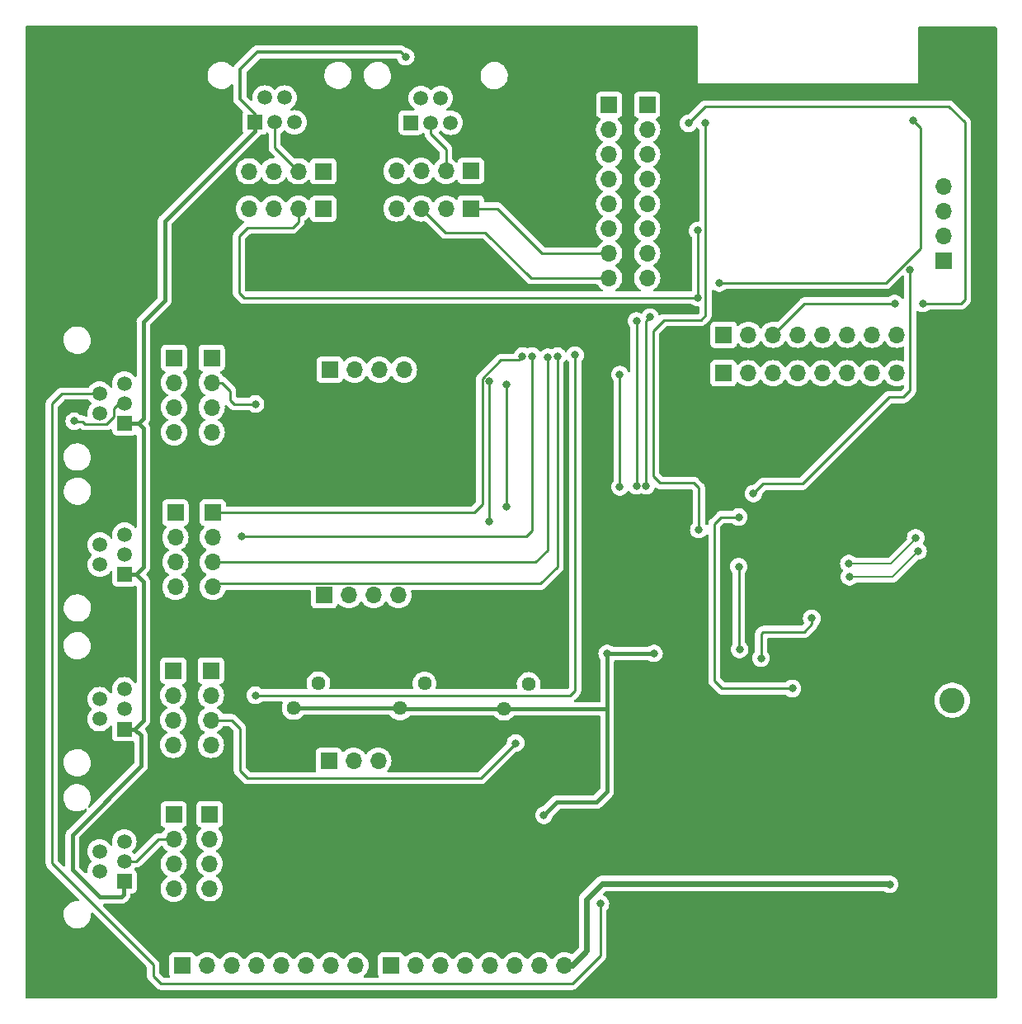
<source format=gbr>
%TF.GenerationSoftware,KiCad,Pcbnew,7.0.6*%
%TF.CreationDate,2024-04-06T15:27:50-05:00*%
%TF.ProjectId,ESP32_S3_DEVKIT_EL_V1,45535033-325f-4533-935f-4445564b4954,rev?*%
%TF.SameCoordinates,Original*%
%TF.FileFunction,Copper,L2,Bot*%
%TF.FilePolarity,Positive*%
%FSLAX46Y46*%
G04 Gerber Fmt 4.6, Leading zero omitted, Abs format (unit mm)*
G04 Created by KiCad (PCBNEW 7.0.6) date 2024-04-06 15:27:50*
%MOMM*%
%LPD*%
G01*
G04 APERTURE LIST*
%TA.AperFunction,ComponentPad*%
%ADD10R,1.700000X1.700000*%
%TD*%
%TA.AperFunction,ComponentPad*%
%ADD11O,1.700000X1.700000*%
%TD*%
%TA.AperFunction,ComponentPad*%
%ADD12R,1.520000X1.520000*%
%TD*%
%TA.AperFunction,ComponentPad*%
%ADD13C,1.520000*%
%TD*%
%TA.AperFunction,ComponentPad*%
%ADD14R,2.600000X2.600000*%
%TD*%
%TA.AperFunction,ComponentPad*%
%ADD15C,2.600000*%
%TD*%
%TA.AperFunction,ComponentPad*%
%ADD16C,4.700000*%
%TD*%
%TA.AperFunction,ComponentPad*%
%ADD17C,1.440000*%
%TD*%
%TA.AperFunction,ViaPad*%
%ADD18C,0.800000*%
%TD*%
%TA.AperFunction,Conductor*%
%ADD19C,0.200000*%
%TD*%
%TA.AperFunction,Conductor*%
%ADD20C,0.400000*%
%TD*%
%TA.AperFunction,Conductor*%
%ADD21C,0.250000*%
%TD*%
%TA.AperFunction,Conductor*%
%ADD22C,0.350000*%
%TD*%
%TA.AperFunction,Conductor*%
%ADD23C,0.600000*%
%TD*%
G04 APERTURE END LIST*
D10*
%TO.P,J19,1,Pin_1*%
%TO.N,/GPIO_08*%
X30645000Y-18875000D03*
D11*
%TO.P,J19,2,Pin_2*%
X28105000Y-18875000D03*
%TO.P,J19,3,Pin_3*%
%TO.N,/GPIO_09*%
X25565000Y-18875000D03*
%TO.P,J19,4,Pin_4*%
X23025000Y-18875000D03*
%TD*%
D10*
%TO.P,J20,1,Pin_1*%
%TO.N,/GPIO_10*%
X15350000Y-34180000D03*
D11*
%TO.P,J20,2,Pin_2*%
%TO.N,/GPIO_11*%
X15350000Y-36720000D03*
%TO.P,J20,3,Pin_3*%
%TO.N,/GPIO_12*%
X15350000Y-39260000D03*
%TO.P,J20,4,Pin_4*%
%TO.N,/GPIO_13*%
X15350000Y-41800000D03*
%TD*%
D12*
%TO.P,J22,1*%
%TO.N,+3.3V*%
X10225000Y-72260000D03*
D13*
%TO.P,J22,2*%
%TO.N,/GPIO_15*%
X7685000Y-71240000D03*
%TO.P,J22,3*%
%TO.N,/GPIO_16*%
X10225000Y-70220000D03*
%TO.P,J22,4*%
%TO.N,/GPIO_03*%
X7685000Y-69200000D03*
%TO.P,J22,5*%
%TO.N,/GPIO_14*%
X10225000Y-68180000D03*
%TO.P,J22,6*%
%TO.N,GND*%
X7685000Y-67160000D03*
%TD*%
D10*
%TO.P,J3,1,Pin_1*%
%TO.N,/LED1*%
X31312500Y-35392500D03*
D11*
%TO.P,J3,2,Pin_2*%
%TO.N,/LED2*%
X33852500Y-35392500D03*
%TO.P,J3,3,Pin_3*%
%TO.N,/LED3*%
X36392500Y-35392500D03*
%TO.P,J3,4,Pin_4*%
%TO.N,/LED4*%
X38932500Y-35392500D03*
%TD*%
D10*
%TO.P,J26,1,Pin_1*%
%TO.N,/GPIO_15*%
X15275000Y-66260000D03*
D11*
%TO.P,J26,2,Pin_2*%
%TO.N,/GPIO_16*%
X15275000Y-68800000D03*
%TO.P,J26,3,Pin_3*%
%TO.N,/GPIO_03*%
X15275000Y-71340000D03*
%TO.P,J26,4,Pin_4*%
%TO.N,/GPIO_14*%
X15275000Y-73880000D03*
%TD*%
D10*
%TO.P,J1,1,Pin_1*%
%TO.N,/GPIO_08*%
X71760000Y-31800000D03*
D11*
%TO.P,J1,2,Pin_2*%
%TO.N,/GPIO_03*%
X74300000Y-31800000D03*
%TO.P,J1,3,Pin_3*%
%TO.N,/GPIO_09*%
X76840000Y-31800000D03*
%TO.P,J1,4,Pin_4*%
%TO.N,/GPIO_10*%
X79380000Y-31800000D03*
%TO.P,J1,5,Pin_5*%
%TO.N,/GPIO_11*%
X81920000Y-31800000D03*
%TO.P,J1,6,Pin_6*%
%TO.N,/GPIO_12*%
X84460000Y-31800000D03*
%TO.P,J1,7,Pin_7*%
%TO.N,/GPIO_13*%
X87000000Y-31800000D03*
%TO.P,J1,8,Pin_8*%
%TO.N,/GPIO_14*%
X89540000Y-31800000D03*
%TD*%
D14*
%TO.P,J6,1,Pin_1*%
%TO.N,GND*%
X95220000Y-74310000D03*
D15*
%TO.P,J6,2,Pin_2*%
%TO.N,/V_EXT*%
X95220000Y-69310000D03*
%TD*%
D10*
%TO.P,J4,1,Pin_1*%
%TO.N,/GPIO_04*%
X60000000Y-8200000D03*
D11*
%TO.P,J4,2,Pin_2*%
%TO.N,/GPIO_05*%
X60000000Y-10740000D03*
%TO.P,J4,3,Pin_3*%
%TO.N,/GPIO_06*%
X60000000Y-13280000D03*
%TO.P,J4,4,Pin_4*%
%TO.N,/GPIO_07*%
X60000000Y-15820000D03*
%TO.P,J4,5,Pin_5*%
%TO.N,/GPIO_15*%
X60000000Y-18360000D03*
%TO.P,J4,6,Pin_6*%
%TO.N,/GPIO_16*%
X60000000Y-20900000D03*
%TO.P,J4,7,Pin_7*%
%TO.N,/GPIO_17*%
X60000000Y-23440000D03*
%TO.P,J4,8,Pin_8*%
%TO.N,/GPIO_18*%
X60000000Y-25980000D03*
%TD*%
D16*
%TO.P,,3*%
%TO.N,GND*%
X96000000Y-3900000D03*
%TD*%
D12*
%TO.P,J12,1*%
%TO.N,+3.3V*%
X39650000Y-10040000D03*
D13*
%TO.P,J12,2*%
%TO.N,/GPIO_17*%
X40670000Y-7500000D03*
%TO.P,J12,3*%
X41690000Y-10040000D03*
%TO.P,J12,4*%
%TO.N,/GPIO_18*%
X42710000Y-7500000D03*
%TO.P,J12,5*%
X43730000Y-10040000D03*
%TO.P,J12,6*%
%TO.N,GND*%
X44750000Y-7500000D03*
%TD*%
D12*
%TO.P,J13,1*%
%TO.N,+3.3V*%
X23625000Y-10015000D03*
D13*
%TO.P,J13,2*%
%TO.N,/GPIO_08*%
X24645000Y-7475000D03*
%TO.P,J13,3*%
X25665000Y-10015000D03*
%TO.P,J13,4*%
%TO.N,/GPIO_09*%
X26685000Y-7475000D03*
%TO.P,J13,5*%
X27705000Y-10015000D03*
%TO.P,J13,6*%
%TO.N,GND*%
X28725000Y-7475000D03*
%TD*%
D10*
%TO.P,J33,1,Pin_1*%
%TO.N,GND*%
X37600000Y-92800000D03*
D11*
%TO.P,J33,2,Pin_2*%
X40140000Y-92800000D03*
%TO.P,J33,3,Pin_3*%
X42680000Y-92800000D03*
%TO.P,J33,4,Pin_4*%
X45220000Y-92800000D03*
%TO.P,J33,5,Pin_5*%
X47760000Y-92800000D03*
%TO.P,J33,6,Pin_6*%
X50300000Y-92800000D03*
%TO.P,J33,7,Pin_7*%
X52840000Y-92800000D03*
%TO.P,J33,8,Pin_8*%
X55380000Y-92800000D03*
%TD*%
D10*
%TO.P,J31,1,Pin_1*%
%TO.N,+5V*%
X37620000Y-96500000D03*
D11*
%TO.P,J31,2,Pin_2*%
X40160000Y-96500000D03*
%TO.P,J31,3,Pin_3*%
X42700000Y-96500000D03*
%TO.P,J31,4,Pin_4*%
X45240000Y-96500000D03*
%TO.P,J31,5,Pin_5*%
X47780000Y-96500000D03*
%TO.P,J31,6,Pin_6*%
X50320000Y-96500000D03*
%TO.P,J31,7,Pin_7*%
X52860000Y-96500000D03*
%TO.P,J31,8,Pin_8*%
X55400000Y-96500000D03*
%TD*%
D12*
%TO.P,J9,1*%
%TO.N,+3.3V*%
X10265000Y-56400000D03*
D13*
%TO.P,J9,2*%
%TO.N,/GPIO_04*%
X7725000Y-55380000D03*
%TO.P,J9,3*%
%TO.N,/GPIO_05*%
X10265000Y-54360000D03*
%TO.P,J9,4*%
%TO.N,/GPIO_06*%
X7725000Y-53340000D03*
%TO.P,J9,5*%
%TO.N,/GPIO_07*%
X10265000Y-52320000D03*
%TO.P,J9,6*%
%TO.N,GND*%
X7725000Y-51300000D03*
%TD*%
D17*
%TO.P,RV1,1,1*%
%TO.N,+3.3V*%
X27615000Y-70100000D03*
%TO.P,RV1,2,2*%
%TO.N,/POT1*%
X30155000Y-67560000D03*
%TO.P,RV1,3,3*%
%TO.N,GND*%
X27615000Y-65020000D03*
%TD*%
D12*
%TO.P,J23,1*%
%TO.N,+3.3V*%
X10235000Y-87865000D03*
D13*
%TO.P,J23,2*%
%TO.N,/GPIO_21*%
X7695000Y-86845000D03*
%TO.P,J23,3*%
%TO.N,/GPIO_47*%
X10235000Y-85825000D03*
%TO.P,J23,4*%
%TO.N,/GPIO_48*%
X7695000Y-84805000D03*
%TO.P,J23,5*%
%TO.N,/GPIO_38*%
X10235000Y-83785000D03*
%TO.P,J23,6*%
%TO.N,GND*%
X7695000Y-82765000D03*
%TD*%
D17*
%TO.P,RV3,1,1*%
%TO.N,+3.3V*%
X49200000Y-70180000D03*
%TO.P,RV3,2,2*%
%TO.N,/POT3*%
X51740000Y-67640000D03*
%TO.P,RV3,3,3*%
%TO.N,GND*%
X49200000Y-65100000D03*
%TD*%
D16*
%TO.P,H3,3*%
%TO.N,GND*%
X96300000Y-96100000D03*
%TD*%
D10*
%TO.P,J7,1,Pin_1*%
%TO.N,/GPIO_04*%
X63900000Y-8200000D03*
D11*
%TO.P,J7,2,Pin_2*%
%TO.N,/GPIO_05*%
X63900000Y-10740000D03*
%TO.P,J7,3,Pin_3*%
%TO.N,/GPIO_06*%
X63900000Y-13280000D03*
%TO.P,J7,4,Pin_4*%
%TO.N,/GPIO_07*%
X63900000Y-15820000D03*
%TO.P,J7,5,Pin_5*%
%TO.N,/GPIO_15*%
X63900000Y-18360000D03*
%TO.P,J7,6,Pin_6*%
%TO.N,/GPIO_16*%
X63900000Y-20900000D03*
%TO.P,J7,7,Pin_7*%
%TO.N,/GPIO_17*%
X63900000Y-23440000D03*
%TO.P,J7,8,Pin_8*%
%TO.N,/GPIO_18*%
X63900000Y-25980000D03*
%TD*%
D10*
%TO.P,J28,1,Pin_1*%
%TO.N,/GPIO_21*%
X15300000Y-81020000D03*
D11*
%TO.P,J28,2,Pin_2*%
%TO.N,/GPIO_47*%
X15300000Y-83560000D03*
%TO.P,J28,3,Pin_3*%
%TO.N,/GPIO_48*%
X15300000Y-86100000D03*
%TO.P,J28,4,Pin_4*%
%TO.N,/GPIO_38*%
X15300000Y-88640000D03*
%TD*%
D10*
%TO.P,J24,1,Pin_1*%
%TO.N,/GPIO_04*%
X15475000Y-50060000D03*
D11*
%TO.P,J24,2,Pin_2*%
%TO.N,/GPIO_05*%
X15475000Y-52600000D03*
%TO.P,J24,3,Pin_3*%
%TO.N,/GPIO_06*%
X15475000Y-55140000D03*
%TO.P,J24,4,Pin_4*%
%TO.N,/GPIO_07*%
X15475000Y-57680000D03*
%TD*%
D10*
%TO.P,J18,1,Pin_1*%
%TO.N,/GPIO_08*%
X30645000Y-15025000D03*
D11*
%TO.P,J18,2,Pin_2*%
X28105000Y-15025000D03*
%TO.P,J18,3,Pin_3*%
%TO.N,/GPIO_09*%
X25565000Y-15025000D03*
%TO.P,J18,4,Pin_4*%
X23025000Y-15025000D03*
%TD*%
D10*
%TO.P,J10,1,Pin_1*%
%TO.N,/BTN1*%
X30750000Y-58525000D03*
D11*
%TO.P,J10,2,Pin_2*%
%TO.N,/BTN2*%
X33290000Y-58525000D03*
%TO.P,J10,3,Pin_3*%
%TO.N,/BTN3*%
X35830000Y-58525000D03*
%TO.P,J10,4,Pin_4*%
%TO.N,/BTN4*%
X38370000Y-58525000D03*
%TD*%
D10*
%TO.P,J25,1,Pin_1*%
%TO.N,/GPIO_04*%
X19325000Y-50060000D03*
D11*
%TO.P,J25,2,Pin_2*%
%TO.N,/GPIO_05*%
X19325000Y-52600000D03*
%TO.P,J25,3,Pin_3*%
%TO.N,/GPIO_06*%
X19325000Y-55140000D03*
%TO.P,J25,4,Pin_4*%
%TO.N,/GPIO_07*%
X19325000Y-57680000D03*
%TD*%
D10*
%TO.P,J5,1,Pin_1*%
%TO.N,/GPIO_21*%
X94300000Y-24180000D03*
D11*
%TO.P,J5,2,Pin_2*%
%TO.N,/GPIO_47*%
X94300000Y-21640000D03*
%TO.P,J5,3,Pin_3*%
%TO.N,/GPIO_48*%
X94300000Y-19100000D03*
%TO.P,J5,4,Pin_4*%
%TO.N,/GPIO_38*%
X94300000Y-16560000D03*
%TD*%
D10*
%TO.P,J21,1,Pin_1*%
%TO.N,/GPIO_10*%
X19200000Y-34180000D03*
D11*
%TO.P,J21,2,Pin_2*%
%TO.N,/GPIO_11*%
X19200000Y-36720000D03*
%TO.P,J21,3,Pin_3*%
%TO.N,/GPIO_12*%
X19200000Y-39260000D03*
%TO.P,J21,4,Pin_4*%
%TO.N,/GPIO_13*%
X19200000Y-41800000D03*
%TD*%
D10*
%TO.P,J16,1,Pin_1*%
%TO.N,/GPIO_17*%
X45790000Y-15000000D03*
D11*
%TO.P,J16,2,Pin_2*%
X43250000Y-15000000D03*
%TO.P,J16,3,Pin_3*%
%TO.N,/GPIO_18*%
X40710000Y-15000000D03*
%TO.P,J16,4,Pin_4*%
X38170000Y-15000000D03*
%TD*%
D17*
%TO.P,RV2,1,1*%
%TO.N,+3.3V*%
X38515000Y-70140000D03*
%TO.P,RV2,2,2*%
%TO.N,/POT2*%
X41055000Y-67600000D03*
%TO.P,RV2,3,3*%
%TO.N,GND*%
X38515000Y-65060000D03*
%TD*%
D10*
%TO.P,J30,1,Pin_1*%
%TO.N,GND*%
X16220000Y-92800000D03*
D11*
%TO.P,J30,2,Pin_2*%
X18760000Y-92800000D03*
%TO.P,J30,3,Pin_3*%
X21300000Y-92800000D03*
%TO.P,J30,4,Pin_4*%
X23840000Y-92800000D03*
%TO.P,J30,5,Pin_5*%
X26380000Y-92800000D03*
%TO.P,J30,6,Pin_6*%
X28920000Y-92800000D03*
%TO.P,J30,7,Pin_7*%
X31460000Y-92800000D03*
%TO.P,J30,8,Pin_8*%
X34000000Y-92800000D03*
%TD*%
D10*
%TO.P,J11,1,Pin_1*%
%TO.N,+3.3V*%
X16200000Y-96500000D03*
D11*
%TO.P,J11,2,Pin_2*%
X18740000Y-96500000D03*
%TO.P,J11,3,Pin_3*%
X21280000Y-96500000D03*
%TO.P,J11,4,Pin_4*%
X23820000Y-96500000D03*
%TO.P,J11,5,Pin_5*%
X26360000Y-96500000D03*
%TO.P,J11,6,Pin_6*%
X28900000Y-96500000D03*
%TO.P,J11,7,Pin_7*%
X31440000Y-96500000D03*
%TO.P,J11,8,Pin_8*%
X33980000Y-96500000D03*
%TD*%
D10*
%TO.P,J29,1,Pin_1*%
%TO.N,/GPIO_21*%
X19000000Y-80980000D03*
D11*
%TO.P,J29,2,Pin_2*%
%TO.N,/GPIO_47*%
X19000000Y-83520000D03*
%TO.P,J29,3,Pin_3*%
%TO.N,/GPIO_48*%
X19000000Y-86060000D03*
%TO.P,J29,4,Pin_4*%
%TO.N,/GPIO_38*%
X19000000Y-88600000D03*
%TD*%
D12*
%TO.P,J14,1*%
%TO.N,+3.3V*%
X10240000Y-40900000D03*
D13*
%TO.P,J14,2*%
%TO.N,/GPIO_10*%
X7700000Y-39880000D03*
%TO.P,J14,3*%
%TO.N,/GPIO_11*%
X10240000Y-38860000D03*
%TO.P,J14,4*%
%TO.N,/GPIO_12*%
X7700000Y-37840000D03*
%TO.P,J14,5*%
%TO.N,/GPIO_13*%
X10240000Y-36820000D03*
%TO.P,J14,6*%
%TO.N,GND*%
X7700000Y-35800000D03*
%TD*%
D10*
%TO.P,J27,1,Pin_1*%
%TO.N,/GPIO_15*%
X19125000Y-66260000D03*
D11*
%TO.P,J27,2,Pin_2*%
%TO.N,/GPIO_16*%
X19125000Y-68800000D03*
%TO.P,J27,3,Pin_3*%
%TO.N,/GPIO_03*%
X19125000Y-71340000D03*
%TO.P,J27,4,Pin_4*%
%TO.N,/GPIO_14*%
X19125000Y-73880000D03*
%TD*%
D16*
%TO.P,,3*%
%TO.N,GND*%
X3900000Y-96200000D03*
%TD*%
%TO.P,,3*%
%TO.N,GND*%
X3600000Y-4000000D03*
%TD*%
D10*
%TO.P,J15,1,Pin_1*%
%TO.N,/GPIO_08*%
X71737652Y-35752944D03*
D11*
%TO.P,J15,2,Pin_2*%
%TO.N,/GPIO_03*%
X74277652Y-35752944D03*
%TO.P,J15,3,Pin_3*%
%TO.N,/GPIO_09*%
X76817652Y-35752944D03*
%TO.P,J15,4,Pin_4*%
%TO.N,/GPIO_10*%
X79357652Y-35752944D03*
%TO.P,J15,5,Pin_5*%
%TO.N,/GPIO_11*%
X81897652Y-35752944D03*
%TO.P,J15,6,Pin_6*%
%TO.N,/GPIO_12*%
X84437652Y-35752944D03*
%TO.P,J15,7,Pin_7*%
%TO.N,/GPIO_13*%
X86977652Y-35752944D03*
%TO.P,J15,8,Pin_8*%
%TO.N,/GPIO_14*%
X89517652Y-35752944D03*
%TD*%
D10*
%TO.P,J32,1,Pin_1*%
%TO.N,/POT1*%
X31220000Y-75500000D03*
D11*
%TO.P,J32,2,Pin_2*%
%TO.N,/POT2*%
X33760000Y-75500000D03*
%TO.P,J32,3,Pin_3*%
%TO.N,/POT3*%
X36300000Y-75500000D03*
%TD*%
D10*
%TO.P,J17,1,Pin_1*%
%TO.N,/GPIO_17*%
X45790000Y-18850000D03*
D11*
%TO.P,J17,2,Pin_2*%
X43250000Y-18850000D03*
%TO.P,J17,3,Pin_3*%
%TO.N,/GPIO_18*%
X40710000Y-18850000D03*
%TO.P,J17,4,Pin_4*%
X38170000Y-18850000D03*
%TD*%
D18*
%TO.N,GND*%
X65278000Y-52070000D03*
%TO.N,+3.3V*%
X39116000Y-3284000D03*
%TO.N,GND*%
X8890000Y-45466000D03*
X85900000Y-86900000D03*
X91200000Y-50200000D03*
X92500000Y-64700000D03*
X80800000Y-55700000D03*
X79700000Y-79800000D03*
X84400000Y-50200000D03*
X77700000Y-53800000D03*
%TO.N,/GPIO_02*%
X61100000Y-35900000D03*
X61100000Y-47400000D03*
X91200000Y-9800000D03*
X71300000Y-26500000D03*
%TO.N,/GPIO_15*%
X47700000Y-51000000D03*
X47700000Y-36600000D03*
%TO.N,/GPIO_16*%
X56500000Y-33900000D03*
X23700000Y-68800000D03*
%TO.N,+3.3V*%
X53300000Y-81100000D03*
X59800000Y-64500000D03*
X64600000Y-64500000D03*
%TO.N,/CHIP_PU*%
X69200000Y-51800000D03*
X69900000Y-10100000D03*
X73300000Y-55600000D03*
X73400000Y-64100000D03*
%TO.N,+5V*%
X88800000Y-88200000D03*
%TO.N,/GPIO0*%
X78800000Y-68100000D03*
X90900000Y-25100000D03*
X73300000Y-50500000D03*
X74800000Y-48100000D03*
%TO.N,/D-*%
X84675500Y-56642000D03*
X91700000Y-54000000D03*
%TO.N,/D+*%
X91465000Y-52635000D03*
X84600000Y-55270000D03*
%TO.N,/GPIO_08*%
X69100000Y-21100000D03*
X69100000Y-28000000D03*
%TO.N,/GPIO_09*%
X89300000Y-28600000D03*
X92200000Y-28600000D03*
X68157816Y-10110922D03*
%TO.N,/GPIO_12*%
X59100000Y-90200000D03*
%TO.N,/GPIO_11*%
X23700000Y-38900000D03*
X5100000Y-40675000D03*
%TO.N,/GPIO_19*%
X62800000Y-30400000D03*
X62800000Y-47300000D03*
%TO.N,/GPIO_20*%
X63800000Y-47300000D03*
X64200000Y-30000000D03*
%TO.N,/RTS*%
X80800000Y-60900000D03*
X75600000Y-65000000D03*
%TO.N,/GPIO_04*%
X51100000Y-34000000D03*
%TO.N,/GPIO_05*%
X52100000Y-34000000D03*
X22255000Y-52470000D03*
%TO.N,/GPIO_06*%
X53700000Y-34100000D03*
%TO.N,/GPIO_07*%
X54700000Y-34000000D03*
%TO.N,/GPIO_03*%
X50400000Y-73700000D03*
X49500000Y-36900000D03*
X49500000Y-49400000D03*
%TD*%
D19*
%TO.N,/D-*%
X84675500Y-56642000D02*
X89058000Y-56642000D01*
X89058000Y-56642000D02*
X91700000Y-54000000D01*
D20*
%TO.N,+3.3V*%
X58674000Y-79756000D02*
X59800000Y-78630000D01*
X59800000Y-78630000D02*
X59800000Y-70180000D01*
X54644000Y-79756000D02*
X58674000Y-79756000D01*
X53300000Y-81100000D02*
X54644000Y-79756000D01*
D21*
%TO.N,/GPIO_02*%
X91948000Y-10548000D02*
X91200000Y-9800000D01*
X91948000Y-22952000D02*
X91948000Y-10548000D01*
X88400000Y-26500000D02*
X91948000Y-22952000D01*
X71300000Y-26500000D02*
X88400000Y-26500000D01*
%TO.N,/GPIO_09*%
X96500000Y-28200000D02*
X96100000Y-28600000D01*
X96500000Y-10000000D02*
X96500000Y-28200000D01*
X69886738Y-8382000D02*
X94882000Y-8382000D01*
X94882000Y-8382000D02*
X96500000Y-10000000D01*
X68157816Y-10110922D02*
X69886738Y-8382000D01*
X96100000Y-28600000D02*
X92200000Y-28600000D01*
D22*
%TO.N,+3.3V*%
X22098000Y-4572000D02*
X22098000Y-7620000D01*
X23625000Y-9147000D02*
X23625000Y-10015000D01*
X23876000Y-2794000D02*
X22098000Y-4572000D01*
X22098000Y-7620000D02*
X23625000Y-9147000D01*
X38626000Y-2794000D02*
X23876000Y-2794000D01*
X39116000Y-3284000D02*
X38626000Y-2794000D01*
D20*
X11678000Y-40900000D02*
X10240000Y-40900000D01*
X12192000Y-40386000D02*
X11678000Y-40900000D01*
X14367000Y-28300000D02*
X12192000Y-30475000D01*
X23625000Y-10882000D02*
X14367000Y-20140000D01*
X14367000Y-20140000D02*
X14367000Y-28300000D01*
X12192000Y-30475000D02*
X12192000Y-40386000D01*
X23625000Y-10015000D02*
X23625000Y-10882000D01*
D21*
%TO.N,/GPIO_17*%
X43250000Y-12770000D02*
X43250000Y-15000000D01*
X41690000Y-11210000D02*
X43250000Y-12770000D01*
X41690000Y-10040000D02*
X41690000Y-11210000D01*
D20*
%TO.N,+3.3V*%
X11300000Y-72260000D02*
X10225000Y-72260000D01*
X4900000Y-83100000D02*
X11938000Y-76062000D01*
X4900000Y-86700000D02*
X4900000Y-83100000D01*
X7700000Y-89500000D02*
X4900000Y-86700000D01*
X9900000Y-89500000D02*
X7700000Y-89500000D01*
X11938000Y-72898000D02*
X11300000Y-72260000D01*
X10170000Y-89230000D02*
X9900000Y-89500000D01*
X11938000Y-76062000D02*
X11938000Y-72898000D01*
X10170000Y-87930000D02*
X10170000Y-89230000D01*
X12192000Y-71374000D02*
X11306000Y-72260000D01*
X12192000Y-57150000D02*
X12192000Y-71374000D01*
X10265000Y-56400000D02*
X11442000Y-56400000D01*
X11442000Y-56400000D02*
X12192000Y-57150000D01*
D22*
X11306000Y-72260000D02*
X10225000Y-72260000D01*
X11418000Y-56400000D02*
X10265000Y-56400000D01*
D20*
X12192000Y-55626000D02*
X11418000Y-56400000D01*
X12192000Y-41402000D02*
X12192000Y-55626000D01*
X11690000Y-40900000D02*
X12192000Y-41402000D01*
D22*
X10240000Y-40900000D02*
X11690000Y-40900000D01*
D21*
X23625000Y-10015000D02*
X23625000Y-9903000D01*
%TO.N,/GPIO_02*%
X61100000Y-47400000D02*
X61100000Y-35900000D01*
X61100000Y-35900000D02*
X61100000Y-36000000D01*
%TO.N,/GPIO_15*%
X47700000Y-36600000D02*
X47700000Y-51000000D01*
%TO.N,/GPIO_16*%
X56500000Y-68300000D02*
X56500000Y-33900000D01*
X23700000Y-68800000D02*
X56000000Y-68800000D01*
X56000000Y-68800000D02*
X56500000Y-68300000D01*
D20*
%TO.N,+3.3V*%
X49200000Y-70180000D02*
X59800000Y-70180000D01*
X27615000Y-70100000D02*
X38475000Y-70100000D01*
X49200000Y-70180000D02*
X38555000Y-70180000D01*
D21*
X38475000Y-70100000D02*
X38515000Y-70140000D01*
X38555000Y-70180000D02*
X38515000Y-70140000D01*
X10235000Y-87865000D02*
X10170000Y-87930000D01*
D20*
X59800000Y-64500000D02*
X64600000Y-64500000D01*
X59800000Y-70180000D02*
X59800000Y-64500000D01*
D21*
%TO.N,/CHIP_PU*%
X69200000Y-51800000D02*
X69200000Y-47500000D01*
X73300000Y-55600000D02*
X73300000Y-64000000D01*
X69900000Y-29800000D02*
X69900000Y-10100000D01*
X64500000Y-46300000D02*
X64500000Y-31400000D01*
X65199695Y-46999695D02*
X64500000Y-46300000D01*
X69900000Y-10100000D02*
X69900000Y-10300000D01*
X69400000Y-30300000D02*
X69900000Y-29800000D01*
X64500000Y-31400000D02*
X65600000Y-30300000D01*
X73300000Y-64000000D02*
X73400000Y-64100000D01*
X65600000Y-30300000D02*
X69400000Y-30300000D01*
X68699695Y-46999695D02*
X65199695Y-46999695D01*
X69200000Y-47500000D02*
X68699695Y-46999695D01*
D23*
%TO.N,+5V*%
X57700000Y-95000000D02*
X56200000Y-96500000D01*
X56200000Y-96500000D02*
X55400000Y-96500000D01*
X59300000Y-88100000D02*
X57700000Y-89700000D01*
X57700000Y-89700000D02*
X57700000Y-95000000D01*
X88700000Y-88100000D02*
X59300000Y-88100000D01*
X88800000Y-88200000D02*
X88700000Y-88100000D01*
D21*
%TO.N,/GPIO0*%
X75800000Y-47100000D02*
X79832297Y-47100000D01*
X79832297Y-47100000D02*
X88732297Y-38200000D01*
X71600000Y-68100000D02*
X78800000Y-68100000D01*
X70800000Y-67300000D02*
X71600000Y-68100000D01*
X71500000Y-50500000D02*
X70800000Y-51200000D01*
X74800000Y-48100000D02*
X75800000Y-47100000D01*
X90900000Y-37500000D02*
X90900000Y-25100000D01*
X90200000Y-38200000D02*
X90900000Y-37500000D01*
X73300000Y-50500000D02*
X71500000Y-50500000D01*
X89900000Y-38200000D02*
X90200000Y-38200000D01*
X88732297Y-38200000D02*
X89900000Y-38200000D01*
X89900000Y-38200000D02*
X90000000Y-38200000D01*
X70800000Y-51200000D02*
X70800000Y-67300000D01*
X73300000Y-50500000D02*
X73300000Y-50600000D01*
%TO.N,/GPIO_18*%
X51980000Y-25980000D02*
X60000000Y-25980000D01*
X43160000Y-21300000D02*
X47300000Y-21300000D01*
X38150000Y-18830000D02*
X38170000Y-18850000D01*
X40710000Y-18850000D02*
X43160000Y-21300000D01*
X47300000Y-21300000D02*
X51980000Y-25980000D01*
%TO.N,/GPIO_17*%
X48550000Y-18850000D02*
X53140000Y-23440000D01*
X45790000Y-18850000D02*
X48550000Y-18850000D01*
X53140000Y-23440000D02*
X60000000Y-23440000D01*
D19*
%TO.N,/D+*%
X91300000Y-52900000D02*
X88930000Y-55270000D01*
X88930000Y-55270000D02*
X84600000Y-55270000D01*
X91300000Y-52400000D02*
X91300000Y-52900000D01*
D21*
%TO.N,/GPIO_08*%
X27500000Y-20800000D02*
X28105000Y-20195000D01*
X28105000Y-20195000D02*
X28105000Y-18875000D01*
X25665000Y-12585000D02*
X28105000Y-15025000D01*
X22900000Y-20800000D02*
X27500000Y-20800000D01*
X22500000Y-28000000D02*
X22000000Y-27500000D01*
X69100000Y-21100000D02*
X69100000Y-28000000D01*
X69100000Y-28000000D02*
X22500000Y-28000000D01*
X25665000Y-10015000D02*
X25665000Y-12585000D01*
X22000000Y-27500000D02*
X22000000Y-21700000D01*
X22000000Y-21700000D02*
X22900000Y-20800000D01*
%TO.N,/GPIO_09*%
X80040000Y-28600000D02*
X76840000Y-31800000D01*
X89300000Y-28600000D02*
X80040000Y-28600000D01*
%TO.N,/GPIO_12*%
X13200000Y-96436396D02*
X2800000Y-86036396D01*
X59100000Y-90200000D02*
X59100000Y-95500000D01*
X2800000Y-38874695D02*
X3834695Y-37840000D01*
X13200000Y-97600000D02*
X13200000Y-96436396D01*
X3834695Y-37840000D02*
X7700000Y-37840000D01*
X56200000Y-98400000D02*
X14000000Y-98400000D01*
X59100000Y-95500000D02*
X56200000Y-98400000D01*
X14000000Y-98400000D02*
X13200000Y-97600000D01*
X59100000Y-90200000D02*
X59100000Y-90800000D01*
X2800000Y-86036396D02*
X2800000Y-38874695D01*
%TO.N,/GPIO_11*%
X20220000Y-36720000D02*
X19200000Y-36720000D01*
X8435000Y-40965000D02*
X9155000Y-40245000D01*
X23700000Y-38900000D02*
X21500000Y-38900000D01*
X9155000Y-40245000D02*
X9155000Y-39395000D01*
X5900000Y-40700000D02*
X6165000Y-40965000D01*
X21500000Y-38900000D02*
X21100000Y-38500000D01*
X21100000Y-38500000D02*
X21100000Y-37600000D01*
X9690000Y-38860000D02*
X10240000Y-38860000D01*
X5100000Y-40675000D02*
X5125000Y-40700000D01*
X21100000Y-37600000D02*
X20220000Y-36720000D01*
X9155000Y-39395000D02*
X9690000Y-38860000D01*
X5125000Y-40700000D02*
X5900000Y-40700000D01*
X6165000Y-40965000D02*
X8435000Y-40965000D01*
%TO.N,/GPIO_19*%
X62800000Y-47300000D02*
X62800000Y-30400000D01*
%TO.N,/GPIO_20*%
X63800000Y-47300000D02*
X63800000Y-30400000D01*
X63800000Y-30400000D02*
X64200000Y-30000000D01*
%TO.N,/RTS*%
X75600000Y-65000000D02*
X75600000Y-62500000D01*
X75600000Y-62500000D02*
X75800000Y-62300000D01*
X75800000Y-62300000D02*
X80000000Y-62300000D01*
X80800000Y-60900000D02*
X80800000Y-61100000D01*
X80800000Y-61500000D02*
X80800000Y-60900000D01*
X80000000Y-62300000D02*
X80800000Y-61500000D01*
%TO.N,/GPIO_47*%
X13740000Y-83560000D02*
X11475000Y-85825000D01*
X11475000Y-85825000D02*
X10235000Y-85825000D01*
X15300000Y-83560000D02*
X13740000Y-83560000D01*
%TO.N,/GPIO_04*%
X48874695Y-34400000D02*
X46975000Y-36299695D01*
X46975000Y-36299695D02*
X46975000Y-49225000D01*
X46975000Y-49225000D02*
X46140000Y-50060000D01*
X46140000Y-50060000D02*
X19325000Y-50060000D01*
X51100000Y-34000000D02*
X50700000Y-34400000D01*
X50700000Y-34400000D02*
X48874695Y-34400000D01*
%TO.N,/GPIO_05*%
X51500000Y-52500000D02*
X22285000Y-52500000D01*
X22255000Y-52470000D02*
X22355000Y-52470000D01*
X52100000Y-34000000D02*
X52100000Y-51900000D01*
X52100000Y-51900000D02*
X51500000Y-52500000D01*
X22285000Y-52500000D02*
X22255000Y-52470000D01*
%TO.N,/GPIO_06*%
X53700000Y-53900000D02*
X52460000Y-55140000D01*
X53700000Y-34100000D02*
X53700000Y-53900000D01*
X52460000Y-55140000D02*
X19325000Y-55140000D01*
%TO.N,/GPIO_07*%
X19655000Y-57350000D02*
X19325000Y-57680000D01*
X52950000Y-57350000D02*
X19655000Y-57350000D01*
X54700000Y-34000000D02*
X54700000Y-55600000D01*
X54700000Y-55600000D02*
X52950000Y-57350000D01*
%TO.N,/GPIO_03*%
X50400000Y-73700000D02*
X46800000Y-77300000D01*
X22900000Y-77300000D02*
X22100000Y-76500000D01*
X49500000Y-36900000D02*
X49500000Y-49400000D01*
X46800000Y-77300000D02*
X22900000Y-77300000D01*
X21240000Y-71340000D02*
X19125000Y-71340000D01*
X22100000Y-72200000D02*
X21240000Y-71340000D01*
X22100000Y-76500000D02*
X22100000Y-72200000D01*
%TD*%
%TA.AperFunction,Conductor*%
%TO.N,GND*%
G36*
X6601681Y-38485185D02*
G01*
X6636217Y-38518376D01*
X6718404Y-38635752D01*
X6730715Y-38653333D01*
X6849701Y-38772319D01*
X6883186Y-38833642D01*
X6878202Y-38903334D01*
X6849701Y-38947681D01*
X6730713Y-39066668D01*
X6604205Y-39247342D01*
X6604204Y-39247344D01*
X6510994Y-39447235D01*
X6510990Y-39447244D01*
X6453909Y-39660275D01*
X6453907Y-39660285D01*
X6434685Y-39879998D01*
X6434685Y-39880002D01*
X6451222Y-40069025D01*
X6437455Y-40137525D01*
X6388840Y-40187708D01*
X6320811Y-40203641D01*
X6267961Y-40188497D01*
X6266317Y-40187593D01*
X6253024Y-40180285D01*
X6236763Y-40169604D01*
X6220933Y-40157325D01*
X6178168Y-40138818D01*
X6172922Y-40136248D01*
X6132093Y-40113803D01*
X6132092Y-40113802D01*
X6112693Y-40108822D01*
X6094281Y-40102518D01*
X6075898Y-40094562D01*
X6075892Y-40094560D01*
X6029874Y-40087272D01*
X6024152Y-40086087D01*
X5979021Y-40074500D01*
X5979019Y-40074500D01*
X5958984Y-40074500D01*
X5939586Y-40072973D01*
X5932162Y-40071797D01*
X5919805Y-40069840D01*
X5919804Y-40069840D01*
X5873416Y-40074225D01*
X5867578Y-40074500D01*
X5826258Y-40074500D01*
X5759219Y-40054815D01*
X5734109Y-40033473D01*
X5705871Y-40002112D01*
X5705864Y-40002106D01*
X5552734Y-39890851D01*
X5552729Y-39890848D01*
X5379807Y-39813857D01*
X5379802Y-39813855D01*
X5232067Y-39782454D01*
X5194646Y-39774500D01*
X5005354Y-39774500D01*
X4972897Y-39781398D01*
X4820197Y-39813855D01*
X4820192Y-39813857D01*
X4647270Y-39890848D01*
X4647265Y-39890851D01*
X4494129Y-40002111D01*
X4367466Y-40142785D01*
X4272821Y-40306715D01*
X4272818Y-40306722D01*
X4233216Y-40428606D01*
X4214326Y-40486744D01*
X4194540Y-40675000D01*
X4214326Y-40863256D01*
X4214327Y-40863259D01*
X4272818Y-41043277D01*
X4272821Y-41043284D01*
X4367467Y-41207216D01*
X4483727Y-41336335D01*
X4494129Y-41347888D01*
X4647265Y-41459148D01*
X4647270Y-41459151D01*
X4820192Y-41536142D01*
X4820197Y-41536144D01*
X5005354Y-41575500D01*
X5005355Y-41575500D01*
X5194644Y-41575500D01*
X5194646Y-41575500D01*
X5379803Y-41536144D01*
X5552730Y-41459151D01*
X5595740Y-41427902D01*
X5661544Y-41404422D01*
X5729598Y-41420247D01*
X5747337Y-41432865D01*
X5747445Y-41432727D01*
X5750529Y-41435119D01*
X5750530Y-41435120D01*
X5756004Y-41439366D01*
X5760442Y-41443156D01*
X5794418Y-41475062D01*
X5794422Y-41475064D01*
X5811973Y-41484713D01*
X5828231Y-41495392D01*
X5844064Y-41507674D01*
X5866015Y-41517172D01*
X5886837Y-41526183D01*
X5892081Y-41528752D01*
X5932908Y-41551197D01*
X5952312Y-41556179D01*
X5970710Y-41562478D01*
X5989105Y-41570438D01*
X6035129Y-41577726D01*
X6040832Y-41578907D01*
X6085981Y-41590500D01*
X6106016Y-41590500D01*
X6125413Y-41592026D01*
X6145196Y-41595160D01*
X6191583Y-41590775D01*
X6197422Y-41590500D01*
X8352257Y-41590500D01*
X8367877Y-41592224D01*
X8367904Y-41591939D01*
X8375660Y-41592671D01*
X8375667Y-41592673D01*
X8444814Y-41590500D01*
X8474350Y-41590500D01*
X8481228Y-41589630D01*
X8487041Y-41589172D01*
X8533627Y-41587709D01*
X8552869Y-41582117D01*
X8571912Y-41578174D01*
X8591792Y-41575664D01*
X8635122Y-41558507D01*
X8640646Y-41556617D01*
X8644396Y-41555527D01*
X8685390Y-41543618D01*
X8702629Y-41533422D01*
X8720103Y-41524862D01*
X8738728Y-41517488D01*
X8738729Y-41517487D01*
X8738732Y-41517486D01*
X8776439Y-41490089D01*
X8781294Y-41486899D01*
X8792387Y-41480339D01*
X8860110Y-41463162D01*
X8926371Y-41485325D01*
X8970131Y-41539793D01*
X8979500Y-41587075D01*
X8979500Y-41707869D01*
X8979501Y-41707876D01*
X8985908Y-41767483D01*
X9036202Y-41902328D01*
X9036206Y-41902335D01*
X9122452Y-42017544D01*
X9122455Y-42017547D01*
X9237664Y-42103793D01*
X9237671Y-42103797D01*
X9372517Y-42154091D01*
X9372516Y-42154091D01*
X9379444Y-42154835D01*
X9432127Y-42160500D01*
X11047872Y-42160499D01*
X11107483Y-42154091D01*
X11242331Y-42103796D01*
X11293189Y-42065723D01*
X11358652Y-42041306D01*
X11426925Y-42056157D01*
X11476331Y-42105562D01*
X11491500Y-42164990D01*
X11491500Y-51480730D01*
X11471815Y-51547769D01*
X11419011Y-51593524D01*
X11349853Y-51603468D01*
X11286297Y-51574443D01*
X11265925Y-51551853D01*
X11234287Y-51506669D01*
X11078330Y-51350712D01*
X10897662Y-51224207D01*
X10897654Y-51224203D01*
X10697769Y-51130995D01*
X10697755Y-51130990D01*
X10484724Y-51073909D01*
X10484722Y-51073908D01*
X10484720Y-51073908D01*
X10484718Y-51073907D01*
X10484714Y-51073907D01*
X10265002Y-51054685D01*
X10264998Y-51054685D01*
X10045285Y-51073907D01*
X10045275Y-51073909D01*
X9832244Y-51130990D01*
X9832235Y-51130994D01*
X9632344Y-51224204D01*
X9632342Y-51224205D01*
X9451668Y-51350713D01*
X9295713Y-51506668D01*
X9169205Y-51687342D01*
X9169204Y-51687344D01*
X9075994Y-51887235D01*
X9075990Y-51887244D01*
X9018909Y-52100275D01*
X9018907Y-52100285D01*
X8999685Y-52319998D01*
X8999685Y-52320001D01*
X9018907Y-52539714D01*
X9018910Y-52539728D01*
X9032459Y-52590296D01*
X9030796Y-52660146D01*
X8991633Y-52718008D01*
X8927404Y-52745511D01*
X8858502Y-52733924D01*
X8811110Y-52693512D01*
X8694288Y-52526671D01*
X8694286Y-52526668D01*
X8538330Y-52370712D01*
X8357662Y-52244207D01*
X8357654Y-52244203D01*
X8157769Y-52150995D01*
X8157755Y-52150990D01*
X7944724Y-52093909D01*
X7944722Y-52093908D01*
X7944720Y-52093908D01*
X7944718Y-52093907D01*
X7944714Y-52093907D01*
X7725002Y-52074685D01*
X7724998Y-52074685D01*
X7505285Y-52093907D01*
X7505275Y-52093909D01*
X7292244Y-52150990D01*
X7292235Y-52150994D01*
X7092344Y-52244204D01*
X7092342Y-52244205D01*
X6911668Y-52370713D01*
X6755713Y-52526668D01*
X6629205Y-52707342D01*
X6629204Y-52707344D01*
X6535994Y-52907235D01*
X6535990Y-52907244D01*
X6478909Y-53120275D01*
X6478907Y-53120285D01*
X6459685Y-53339998D01*
X6459685Y-53340001D01*
X6478907Y-53559714D01*
X6478909Y-53559724D01*
X6535990Y-53772755D01*
X6535995Y-53772769D01*
X6629203Y-53972654D01*
X6629207Y-53972662D01*
X6755712Y-54153330D01*
X6874701Y-54272319D01*
X6908186Y-54333642D01*
X6903202Y-54403334D01*
X6874701Y-54447681D01*
X6755713Y-54566668D01*
X6629205Y-54747342D01*
X6629204Y-54747344D01*
X6535994Y-54947235D01*
X6535990Y-54947244D01*
X6478909Y-55160275D01*
X6478907Y-55160285D01*
X6459685Y-55379998D01*
X6459685Y-55380001D01*
X6478907Y-55599714D01*
X6478909Y-55599724D01*
X6535990Y-55812755D01*
X6535995Y-55812769D01*
X6629203Y-56012654D01*
X6629207Y-56012662D01*
X6755712Y-56193330D01*
X6911669Y-56349287D01*
X7092337Y-56475792D01*
X7092339Y-56475793D01*
X7092342Y-56475795D01*
X7169073Y-56511575D01*
X7292230Y-56569004D01*
X7292232Y-56569004D01*
X7292237Y-56569007D01*
X7505280Y-56626092D01*
X7645767Y-56638383D01*
X7724998Y-56645315D01*
X7725000Y-56645315D01*
X7725002Y-56645315D01*
X7789088Y-56639708D01*
X7944720Y-56626092D01*
X8157763Y-56569007D01*
X8357658Y-56475795D01*
X8538329Y-56349288D01*
X8694288Y-56193329D01*
X8778926Y-56072453D01*
X8833501Y-56028829D01*
X8903000Y-56021635D01*
X8965355Y-56053158D01*
X9000769Y-56113387D01*
X9004500Y-56143577D01*
X9004500Y-57207870D01*
X9004501Y-57207876D01*
X9010908Y-57267483D01*
X9061202Y-57402328D01*
X9061206Y-57402335D01*
X9147452Y-57517544D01*
X9147455Y-57517547D01*
X9262664Y-57603793D01*
X9262671Y-57603797D01*
X9397517Y-57654091D01*
X9397516Y-57654091D01*
X9404444Y-57654835D01*
X9457127Y-57660500D01*
X11072872Y-57660499D01*
X11132483Y-57654091D01*
X11267331Y-57603796D01*
X11293189Y-57584438D01*
X11358652Y-57560021D01*
X11426925Y-57574872D01*
X11476331Y-57624276D01*
X11491500Y-57683705D01*
X11491499Y-67397857D01*
X11471814Y-67464896D01*
X11419010Y-67510651D01*
X11349852Y-67520595D01*
X11286296Y-67491570D01*
X11265928Y-67468985D01*
X11194288Y-67366671D01*
X11194287Y-67366670D01*
X11194285Y-67366667D01*
X11038330Y-67210712D01*
X10857662Y-67084207D01*
X10857654Y-67084203D01*
X10657769Y-66990995D01*
X10657755Y-66990990D01*
X10444724Y-66933909D01*
X10444722Y-66933908D01*
X10444720Y-66933908D01*
X10444718Y-66933907D01*
X10444714Y-66933907D01*
X10225002Y-66914685D01*
X10224998Y-66914685D01*
X10005285Y-66933907D01*
X10005275Y-66933909D01*
X9792244Y-66990990D01*
X9792235Y-66990994D01*
X9592344Y-67084204D01*
X9592342Y-67084205D01*
X9411668Y-67210713D01*
X9255713Y-67366668D01*
X9129205Y-67547342D01*
X9129204Y-67547344D01*
X9057749Y-67700580D01*
X9036409Y-67746346D01*
X9035994Y-67747235D01*
X9035990Y-67747244D01*
X8978909Y-67960275D01*
X8978907Y-67960285D01*
X8959685Y-68179998D01*
X8959685Y-68180001D01*
X8978907Y-68399714D01*
X8978910Y-68399728D01*
X8992459Y-68450296D01*
X8990796Y-68520146D01*
X8951633Y-68578008D01*
X8887404Y-68605511D01*
X8818502Y-68593924D01*
X8771110Y-68553512D01*
X8654288Y-68386671D01*
X8654286Y-68386668D01*
X8498330Y-68230712D01*
X8317662Y-68104207D01*
X8317654Y-68104203D01*
X8117769Y-68010995D01*
X8117755Y-68010990D01*
X7904724Y-67953909D01*
X7904722Y-67953908D01*
X7904720Y-67953908D01*
X7904718Y-67953907D01*
X7904714Y-67953907D01*
X7685002Y-67934685D01*
X7684998Y-67934685D01*
X7465285Y-67953907D01*
X7465275Y-67953909D01*
X7252244Y-68010990D01*
X7252235Y-68010994D01*
X7052344Y-68104204D01*
X7052342Y-68104205D01*
X6871668Y-68230713D01*
X6715713Y-68386668D01*
X6589205Y-68567342D01*
X6589204Y-68567344D01*
X6495994Y-68767235D01*
X6495990Y-68767244D01*
X6438909Y-68980275D01*
X6438907Y-68980285D01*
X6419685Y-69199998D01*
X6419685Y-69200001D01*
X6438907Y-69419714D01*
X6438909Y-69419724D01*
X6495990Y-69632755D01*
X6495995Y-69632769D01*
X6589203Y-69832654D01*
X6589207Y-69832662D01*
X6715712Y-70013330D01*
X6834701Y-70132319D01*
X6868186Y-70193642D01*
X6863202Y-70263334D01*
X6834701Y-70307681D01*
X6715713Y-70426668D01*
X6589205Y-70607342D01*
X6589204Y-70607344D01*
X6495994Y-70807235D01*
X6495990Y-70807244D01*
X6438909Y-71020275D01*
X6438907Y-71020285D01*
X6419685Y-71239998D01*
X6419685Y-71240001D01*
X6438907Y-71459714D01*
X6438909Y-71459724D01*
X6495990Y-71672755D01*
X6495995Y-71672769D01*
X6589203Y-71872654D01*
X6589207Y-71872662D01*
X6715712Y-72053330D01*
X6871669Y-72209287D01*
X7052337Y-72335792D01*
X7052339Y-72335793D01*
X7052342Y-72335795D01*
X7166336Y-72388951D01*
X7252230Y-72429004D01*
X7252232Y-72429004D01*
X7252237Y-72429007D01*
X7252242Y-72429008D01*
X7252244Y-72429009D01*
X7286006Y-72438055D01*
X7465280Y-72486092D01*
X7622222Y-72499822D01*
X7684998Y-72505315D01*
X7685000Y-72505315D01*
X7685002Y-72505315D01*
X7739929Y-72500509D01*
X7904720Y-72486092D01*
X8117763Y-72429007D01*
X8317658Y-72335795D01*
X8498329Y-72209288D01*
X8654288Y-72053329D01*
X8738926Y-71932453D01*
X8793501Y-71888829D01*
X8863000Y-71881635D01*
X8925355Y-71913158D01*
X8960769Y-71973387D01*
X8964500Y-72003577D01*
X8964500Y-73067870D01*
X8964501Y-73067876D01*
X8970908Y-73127483D01*
X9021202Y-73262328D01*
X9021206Y-73262335D01*
X9107452Y-73377544D01*
X9107455Y-73377547D01*
X9222664Y-73463793D01*
X9222671Y-73463797D01*
X9357517Y-73514091D01*
X9357516Y-73514091D01*
X9364444Y-73514835D01*
X9417127Y-73520500D01*
X11032872Y-73520499D01*
X11092483Y-73514091D01*
X11092482Y-73514091D01*
X11100196Y-73513262D01*
X11100599Y-73517019D01*
X11152696Y-73518897D01*
X11210076Y-73558763D01*
X11236794Y-73623323D01*
X11237500Y-73636539D01*
X11237500Y-75720480D01*
X11217815Y-75787519D01*
X11201181Y-75808161D01*
X6731755Y-80277586D01*
X6670432Y-80311071D01*
X6600740Y-80306087D01*
X6544807Y-80264215D01*
X6520390Y-80198751D01*
X6535242Y-80130478D01*
X6544372Y-80116180D01*
X6591879Y-80051947D01*
X6699207Y-79839074D01*
X6769016Y-79611123D01*
X6799298Y-79374654D01*
X6795032Y-79274240D01*
X6789180Y-79136471D01*
X6789180Y-79136467D01*
X6738954Y-78903419D01*
X6713443Y-78839933D01*
X6650064Y-78682210D01*
X6525069Y-78479205D01*
X6367564Y-78300245D01*
X6182080Y-78150477D01*
X6068130Y-78086820D01*
X5973955Y-78034210D01*
X5749170Y-77954788D01*
X5514209Y-77914500D01*
X5514200Y-77914500D01*
X5335503Y-77914500D01*
X5335498Y-77914500D01*
X5157463Y-77929652D01*
X4926751Y-77989724D01*
X4709519Y-78087919D01*
X4709511Y-78087924D01*
X4512006Y-78221413D01*
X4511997Y-78221421D01*
X4339881Y-78386379D01*
X4198123Y-78578050D01*
X4198120Y-78578054D01*
X4090796Y-78790920D01*
X4090793Y-78790926D01*
X4020983Y-79018878D01*
X3990702Y-79255346D01*
X4000819Y-79493528D01*
X4000819Y-79493532D01*
X4051045Y-79726580D01*
X4131851Y-79927671D01*
X4139936Y-79947790D01*
X4264931Y-80150795D01*
X4422436Y-80329755D01*
X4607920Y-80479523D01*
X4816046Y-80595790D01*
X4971332Y-80650656D01*
X5040829Y-80675211D01*
X5275790Y-80715499D01*
X5275798Y-80715499D01*
X5275800Y-80715500D01*
X5275801Y-80715500D01*
X5454502Y-80715500D01*
X5632536Y-80700347D01*
X5632539Y-80700346D01*
X5632541Y-80700346D01*
X5863249Y-80640275D01*
X6023616Y-80567784D01*
X6080480Y-80542080D01*
X6080481Y-80542078D01*
X6080486Y-80542077D01*
X6201568Y-80460239D01*
X6268132Y-80439008D01*
X6335610Y-80457135D01*
X6382575Y-80508865D01*
X6394118Y-80577775D01*
X6366572Y-80641986D01*
X6358685Y-80650656D01*
X4420966Y-82588375D01*
X4418240Y-82590942D01*
X4371818Y-82632068D01*
X4336586Y-82683109D01*
X4334368Y-82686124D01*
X4296124Y-82734939D01*
X4296119Y-82734948D01*
X4291960Y-82744188D01*
X4280942Y-82763723D01*
X4275187Y-82772061D01*
X4275183Y-82772067D01*
X4275182Y-82772070D01*
X4275180Y-82772074D01*
X4275179Y-82772077D01*
X4253189Y-82830055D01*
X4251757Y-82833513D01*
X4226305Y-82890068D01*
X4224477Y-82900042D01*
X4218453Y-82921653D01*
X4214860Y-82931127D01*
X4214859Y-82931128D01*
X4207384Y-82992685D01*
X4206821Y-82996386D01*
X4195642Y-83057390D01*
X4195642Y-83057395D01*
X4199386Y-83119303D01*
X4199499Y-83123047D01*
X4199500Y-86251943D01*
X4179815Y-86318982D01*
X4127011Y-86364737D01*
X4057853Y-86374681D01*
X3994297Y-86345656D01*
X3987819Y-86339624D01*
X3461819Y-85813624D01*
X3428334Y-85752301D01*
X3425500Y-85725943D01*
X3425500Y-75650346D01*
X3980702Y-75650346D01*
X3990819Y-75888528D01*
X3990819Y-75888532D01*
X4041045Y-76121580D01*
X4124877Y-76330200D01*
X4129936Y-76342790D01*
X4254931Y-76545795D01*
X4301429Y-76598627D01*
X4390753Y-76700119D01*
X4412436Y-76724755D01*
X4597920Y-76874523D01*
X4806046Y-76990790D01*
X4931951Y-77035275D01*
X5030829Y-77070211D01*
X5265790Y-77110499D01*
X5265798Y-77110499D01*
X5265800Y-77110500D01*
X5265801Y-77110500D01*
X5444502Y-77110500D01*
X5622536Y-77095347D01*
X5622539Y-77095346D01*
X5622541Y-77095346D01*
X5853249Y-77035275D01*
X6016926Y-76961288D01*
X6070480Y-76937080D01*
X6070481Y-76937078D01*
X6070486Y-76937077D01*
X6268003Y-76803579D01*
X6440118Y-76638621D01*
X6581879Y-76446947D01*
X6689207Y-76234074D01*
X6759016Y-76006123D01*
X6789298Y-75769654D01*
X6787843Y-75735413D01*
X6779180Y-75531471D01*
X6779180Y-75531467D01*
X6728954Y-75298419D01*
X6640064Y-75077211D01*
X6640064Y-75077210D01*
X6515069Y-74874205D01*
X6357564Y-74695245D01*
X6172080Y-74545477D01*
X6021766Y-74461506D01*
X5963955Y-74429210D01*
X5739170Y-74349788D01*
X5504209Y-74309500D01*
X5504200Y-74309500D01*
X5325503Y-74309500D01*
X5325498Y-74309500D01*
X5147463Y-74324652D01*
X4916751Y-74384724D01*
X4699519Y-74482919D01*
X4699511Y-74482924D01*
X4502006Y-74616413D01*
X4501997Y-74616421D01*
X4329881Y-74781379D01*
X4188123Y-74973050D01*
X4188120Y-74973054D01*
X4080796Y-75185920D01*
X4080793Y-75185926D01*
X4010983Y-75413878D01*
X3980702Y-75650346D01*
X3425500Y-75650346D01*
X3425500Y-63650346D01*
X3980702Y-63650346D01*
X3990819Y-63888528D01*
X3990819Y-63888532D01*
X4041045Y-64121580D01*
X4121297Y-64321292D01*
X4129936Y-64342790D01*
X4254931Y-64545795D01*
X4412436Y-64724755D01*
X4597920Y-64874523D01*
X4806046Y-64990790D01*
X4980566Y-65052452D01*
X5030829Y-65070211D01*
X5265790Y-65110499D01*
X5265798Y-65110499D01*
X5265800Y-65110500D01*
X5265801Y-65110500D01*
X5444502Y-65110500D01*
X5622536Y-65095347D01*
X5622539Y-65095346D01*
X5622541Y-65095346D01*
X5853249Y-65035275D01*
X6017249Y-64961142D01*
X6070480Y-64937080D01*
X6070481Y-64937078D01*
X6070486Y-64937077D01*
X6214434Y-64839784D01*
X6267993Y-64803586D01*
X6267994Y-64803584D01*
X6268003Y-64803579D01*
X6440118Y-64638621D01*
X6581879Y-64446947D01*
X6689207Y-64234074D01*
X6759016Y-64006123D01*
X6789298Y-63769654D01*
X6787686Y-63731716D01*
X6779180Y-63531471D01*
X6779180Y-63531467D01*
X6728954Y-63298419D01*
X6640064Y-63077211D01*
X6640064Y-63077210D01*
X6515069Y-62874205D01*
X6357564Y-62695245D01*
X6172080Y-62545477D01*
X6058130Y-62481820D01*
X5963955Y-62429210D01*
X5739170Y-62349788D01*
X5504209Y-62309500D01*
X5504200Y-62309500D01*
X5325503Y-62309500D01*
X5325498Y-62309500D01*
X5147463Y-62324652D01*
X4916751Y-62384724D01*
X4699519Y-62482919D01*
X4699511Y-62482924D01*
X4502006Y-62616413D01*
X4501997Y-62616421D01*
X4329881Y-62781379D01*
X4188123Y-62973050D01*
X4188120Y-62973054D01*
X4080796Y-63185920D01*
X4080793Y-63185926D01*
X4010983Y-63413878D01*
X3980702Y-63650346D01*
X3425500Y-63650346D01*
X3425500Y-59790346D01*
X4020702Y-59790346D01*
X4030819Y-60028528D01*
X4030819Y-60028532D01*
X4081045Y-60261580D01*
X4169935Y-60482788D01*
X4169936Y-60482790D01*
X4294931Y-60685795D01*
X4452436Y-60864755D01*
X4637920Y-61014523D01*
X4846046Y-61130790D01*
X4971951Y-61175275D01*
X5070829Y-61210211D01*
X5305790Y-61250499D01*
X5305798Y-61250499D01*
X5305800Y-61250500D01*
X5305801Y-61250500D01*
X5484502Y-61250500D01*
X5662536Y-61235347D01*
X5662539Y-61235346D01*
X5662541Y-61235346D01*
X5893249Y-61175275D01*
X6085749Y-61088259D01*
X6110480Y-61077080D01*
X6110481Y-61077078D01*
X6110486Y-61077077D01*
X6308003Y-60943579D01*
X6480118Y-60778621D01*
X6621879Y-60586947D01*
X6729207Y-60374074D01*
X6799016Y-60146123D01*
X6829298Y-59909654D01*
X6827191Y-59860063D01*
X6819180Y-59671471D01*
X6819180Y-59671467D01*
X6768954Y-59438419D01*
X6768953Y-59438418D01*
X6680064Y-59217210D01*
X6555069Y-59014205D01*
X6397564Y-58835245D01*
X6212080Y-58685477D01*
X6098130Y-58621820D01*
X6003955Y-58569210D01*
X5779170Y-58489788D01*
X5544209Y-58449500D01*
X5544200Y-58449500D01*
X5365503Y-58449500D01*
X5365498Y-58449500D01*
X5187463Y-58464652D01*
X4956751Y-58524724D01*
X4739519Y-58622919D01*
X4739511Y-58622924D01*
X4542006Y-58756413D01*
X4541997Y-58756421D01*
X4369881Y-58921379D01*
X4228123Y-59113050D01*
X4228120Y-59113054D01*
X4120796Y-59325920D01*
X4120793Y-59325926D01*
X4050983Y-59553878D01*
X4020702Y-59790346D01*
X3425500Y-59790346D01*
X3425500Y-47790346D01*
X4020702Y-47790346D01*
X4030819Y-48028528D01*
X4030819Y-48028532D01*
X4081045Y-48261580D01*
X4164104Y-48468277D01*
X4169936Y-48482790D01*
X4294931Y-48685795D01*
X4452436Y-48864755D01*
X4637920Y-49014523D01*
X4846046Y-49130790D01*
X4934744Y-49162129D01*
X5070829Y-49210211D01*
X5305790Y-49250499D01*
X5305798Y-49250499D01*
X5305800Y-49250500D01*
X5305801Y-49250500D01*
X5484502Y-49250500D01*
X5662536Y-49235347D01*
X5662539Y-49235346D01*
X5662541Y-49235346D01*
X5893249Y-49175275D01*
X6054209Y-49102516D01*
X6110480Y-49077080D01*
X6110481Y-49077078D01*
X6110486Y-49077077D01*
X6308003Y-48943579D01*
X6480118Y-48778621D01*
X6621879Y-48586947D01*
X6729207Y-48374074D01*
X6799016Y-48146123D01*
X6829298Y-47909654D01*
X6827193Y-47860111D01*
X6821596Y-47728334D01*
X6819180Y-47671468D01*
X6818524Y-47668426D01*
X6768954Y-47438419D01*
X6764410Y-47427111D01*
X6680064Y-47217210D01*
X6555069Y-47014205D01*
X6397564Y-46835245D01*
X6212080Y-46685477D01*
X6098130Y-46621820D01*
X6003955Y-46569210D01*
X5779170Y-46489788D01*
X5544209Y-46449500D01*
X5544200Y-46449500D01*
X5365503Y-46449500D01*
X5365498Y-46449500D01*
X5187463Y-46464652D01*
X4956751Y-46524724D01*
X4739519Y-46622919D01*
X4739511Y-46622924D01*
X4542006Y-46756413D01*
X4541997Y-46756421D01*
X4369881Y-46921379D01*
X4228123Y-47113050D01*
X4228120Y-47113054D01*
X4120796Y-47325920D01*
X4120793Y-47325926D01*
X4050983Y-47553878D01*
X4020702Y-47790346D01*
X3425500Y-47790346D01*
X3425500Y-44290346D01*
X3995702Y-44290346D01*
X4005819Y-44528528D01*
X4005819Y-44528532D01*
X4056045Y-44761580D01*
X4144935Y-44982788D01*
X4144936Y-44982790D01*
X4269931Y-45185795D01*
X4427436Y-45364755D01*
X4612920Y-45514523D01*
X4821046Y-45630790D01*
X4946951Y-45675275D01*
X5045829Y-45710211D01*
X5280790Y-45750499D01*
X5280798Y-45750499D01*
X5280800Y-45750500D01*
X5280801Y-45750500D01*
X5459502Y-45750500D01*
X5637536Y-45735347D01*
X5637539Y-45735346D01*
X5637541Y-45735346D01*
X5868249Y-45675275D01*
X6000973Y-45615279D01*
X6085480Y-45577080D01*
X6085481Y-45577078D01*
X6085486Y-45577077D01*
X6283003Y-45443579D01*
X6455118Y-45278621D01*
X6596879Y-45086947D01*
X6704207Y-44874074D01*
X6774016Y-44646123D01*
X6804298Y-44409654D01*
X6794180Y-44171468D01*
X6743954Y-43938419D01*
X6655064Y-43717210D01*
X6530069Y-43514205D01*
X6372564Y-43335245D01*
X6187080Y-43185477D01*
X6073130Y-43121820D01*
X5978955Y-43069210D01*
X5754170Y-42989788D01*
X5519209Y-42949500D01*
X5519200Y-42949500D01*
X5340503Y-42949500D01*
X5340498Y-42949500D01*
X5162463Y-42964652D01*
X4931751Y-43024724D01*
X4714519Y-43122919D01*
X4714511Y-43122924D01*
X4517006Y-43256413D01*
X4516997Y-43256421D01*
X4344881Y-43421379D01*
X4203123Y-43613050D01*
X4203120Y-43613054D01*
X4095796Y-43825920D01*
X4095793Y-43825926D01*
X4025983Y-44053878D01*
X3995702Y-44290346D01*
X3425500Y-44290346D01*
X3425500Y-39185147D01*
X3445185Y-39118108D01*
X3461819Y-39097466D01*
X4057466Y-38501819D01*
X4118789Y-38468334D01*
X4145147Y-38465500D01*
X6534642Y-38465500D01*
X6601681Y-38485185D01*
G37*
%TD.AperFunction*%
%TA.AperFunction,Conductor*%
G36*
X69043039Y-119685D02*
G01*
X69088794Y-172489D01*
X69100000Y-224000D01*
X69100000Y-6000000D01*
X91700000Y-6000000D01*
X91700000Y-324000D01*
X91719685Y-256961D01*
X91772489Y-211206D01*
X91824000Y-200000D01*
X99676000Y-200000D01*
X99743039Y-219685D01*
X99788794Y-272489D01*
X99800000Y-324000D01*
X99800000Y-99776000D01*
X99780315Y-99843039D01*
X99727511Y-99888794D01*
X99676000Y-99900000D01*
X224000Y-99900000D01*
X156961Y-99880315D01*
X111206Y-99827511D01*
X100000Y-99776000D01*
X100000Y-38854890D01*
X2169840Y-38854890D01*
X2174225Y-38901278D01*
X2174500Y-38907116D01*
X2174499Y-85953651D01*
X2172776Y-85969268D01*
X2173061Y-85969295D01*
X2172326Y-85977061D01*
X2174500Y-86046210D01*
X2174500Y-86075739D01*
X2174501Y-86075756D01*
X2175368Y-86082627D01*
X2175826Y-86088446D01*
X2177290Y-86135020D01*
X2177291Y-86135023D01*
X2182880Y-86154263D01*
X2186824Y-86173307D01*
X2189336Y-86193188D01*
X2196920Y-86212343D01*
X2206490Y-86236515D01*
X2208382Y-86242043D01*
X2212949Y-86257763D01*
X2221382Y-86286786D01*
X2230441Y-86302105D01*
X2231580Y-86304030D01*
X2240136Y-86321496D01*
X2247514Y-86340128D01*
X2274657Y-86377488D01*
X2274898Y-86377819D01*
X2278106Y-86382703D01*
X2301827Y-86422812D01*
X2301833Y-86422820D01*
X2315990Y-86436976D01*
X2328628Y-86451772D01*
X2340405Y-86467982D01*
X2340406Y-86467983D01*
X2376309Y-86497684D01*
X2380620Y-86501606D01*
X3981243Y-88102229D01*
X5581833Y-89702819D01*
X5615318Y-89764142D01*
X5610334Y-89833834D01*
X5568462Y-89889767D01*
X5502998Y-89914184D01*
X5494152Y-89914500D01*
X5335498Y-89914500D01*
X5157463Y-89929652D01*
X4926751Y-89989724D01*
X4709519Y-90087919D01*
X4709511Y-90087924D01*
X4512006Y-90221413D01*
X4511997Y-90221421D01*
X4339881Y-90386379D01*
X4198123Y-90578050D01*
X4198120Y-90578054D01*
X4090796Y-90790920D01*
X4090793Y-90790926D01*
X4020983Y-91018878D01*
X3990702Y-91255346D01*
X4000819Y-91493528D01*
X4000819Y-91493532D01*
X4051045Y-91726580D01*
X4139935Y-91947788D01*
X4139936Y-91947790D01*
X4264931Y-92150795D01*
X4422436Y-92329755D01*
X4607920Y-92479523D01*
X4816046Y-92595790D01*
X4941951Y-92640275D01*
X5040829Y-92675211D01*
X5275790Y-92715499D01*
X5275798Y-92715499D01*
X5275800Y-92715500D01*
X5275801Y-92715500D01*
X5454502Y-92715500D01*
X5632536Y-92700347D01*
X5632539Y-92700346D01*
X5632541Y-92700346D01*
X5863249Y-92640275D01*
X5995973Y-92580279D01*
X6080480Y-92542080D01*
X6080481Y-92542078D01*
X6080486Y-92542077D01*
X6278003Y-92408579D01*
X6450118Y-92243621D01*
X6591879Y-92051947D01*
X6699207Y-91839074D01*
X6769016Y-91611123D01*
X6799298Y-91374654D01*
X6792649Y-91218150D01*
X6809471Y-91150335D01*
X6860286Y-91102381D01*
X6928960Y-91089511D01*
X6993690Y-91115812D01*
X7004219Y-91125206D01*
X12538181Y-96659167D01*
X12571666Y-96720490D01*
X12574500Y-96746848D01*
X12574499Y-97517255D01*
X12572776Y-97532872D01*
X12573061Y-97532899D01*
X12572326Y-97540665D01*
X12574500Y-97609814D01*
X12574500Y-97639343D01*
X12574501Y-97639360D01*
X12575368Y-97646231D01*
X12575826Y-97652050D01*
X12577290Y-97698624D01*
X12577291Y-97698627D01*
X12582880Y-97717867D01*
X12586824Y-97736911D01*
X12589336Y-97756792D01*
X12594870Y-97770769D01*
X12606490Y-97800119D01*
X12608382Y-97805647D01*
X12621381Y-97850388D01*
X12631580Y-97867634D01*
X12640138Y-97885103D01*
X12647514Y-97903732D01*
X12674898Y-97941423D01*
X12678106Y-97946307D01*
X12701827Y-97986416D01*
X12701833Y-97986424D01*
X12715990Y-98000580D01*
X12728628Y-98015376D01*
X12740405Y-98031586D01*
X12740406Y-98031587D01*
X12776309Y-98061288D01*
X12780620Y-98065210D01*
X13489822Y-98774413D01*
X13499197Y-98783788D01*
X13509022Y-98796051D01*
X13509243Y-98795869D01*
X13514214Y-98801878D01*
X13535043Y-98821437D01*
X13564635Y-98849226D01*
X13585529Y-98870120D01*
X13591011Y-98874373D01*
X13595443Y-98878157D01*
X13629418Y-98910062D01*
X13646976Y-98919714D01*
X13663233Y-98930393D01*
X13679064Y-98942673D01*
X13698737Y-98951186D01*
X13721833Y-98961182D01*
X13727077Y-98963750D01*
X13767908Y-98986197D01*
X13780523Y-98989435D01*
X13787305Y-98991177D01*
X13805719Y-98997481D01*
X13824104Y-99005438D01*
X13870157Y-99012732D01*
X13875826Y-99013906D01*
X13920981Y-99025500D01*
X13941016Y-99025500D01*
X13960413Y-99027026D01*
X13980196Y-99030160D01*
X14026583Y-99025775D01*
X14032422Y-99025500D01*
X56117257Y-99025500D01*
X56132877Y-99027224D01*
X56132904Y-99026939D01*
X56140660Y-99027671D01*
X56140667Y-99027673D01*
X56209814Y-99025500D01*
X56239350Y-99025500D01*
X56246228Y-99024630D01*
X56252041Y-99024172D01*
X56298627Y-99022709D01*
X56317869Y-99017117D01*
X56336912Y-99013174D01*
X56356792Y-99010664D01*
X56400122Y-98993507D01*
X56405646Y-98991617D01*
X56409396Y-98990527D01*
X56450390Y-98978618D01*
X56467629Y-98968422D01*
X56485103Y-98959862D01*
X56503727Y-98952488D01*
X56503727Y-98952487D01*
X56503732Y-98952486D01*
X56541449Y-98925082D01*
X56546305Y-98921892D01*
X56586420Y-98898170D01*
X56600589Y-98883999D01*
X56615379Y-98871368D01*
X56631587Y-98859594D01*
X56661299Y-98823676D01*
X56665212Y-98819376D01*
X59483788Y-96000801D01*
X59496042Y-95990986D01*
X59495859Y-95990764D01*
X59501866Y-95985792D01*
X59501877Y-95985786D01*
X59532775Y-95952882D01*
X59549227Y-95935364D01*
X59559671Y-95924918D01*
X59570120Y-95914471D01*
X59574379Y-95908978D01*
X59578152Y-95904561D01*
X59610062Y-95870582D01*
X59619713Y-95853024D01*
X59630396Y-95836761D01*
X59642673Y-95820936D01*
X59661185Y-95778153D01*
X59663738Y-95772941D01*
X59686197Y-95732092D01*
X59691180Y-95712680D01*
X59697481Y-95694280D01*
X59705437Y-95675896D01*
X59712729Y-95629852D01*
X59713906Y-95624171D01*
X59725500Y-95579019D01*
X59725500Y-95558982D01*
X59727027Y-95539582D01*
X59730160Y-95519804D01*
X59725775Y-95473415D01*
X59725500Y-95467577D01*
X59725500Y-90898687D01*
X59745185Y-90831648D01*
X59757350Y-90815715D01*
X59779675Y-90790920D01*
X59832533Y-90732216D01*
X59927179Y-90568284D01*
X59985674Y-90388256D01*
X60005460Y-90200000D01*
X59985674Y-90011744D01*
X59927179Y-89831716D01*
X59832533Y-89667784D01*
X59705871Y-89527112D01*
X59697108Y-89520745D01*
X59552734Y-89415851D01*
X59552729Y-89415848D01*
X59415522Y-89354759D01*
X59362285Y-89309509D01*
X59341964Y-89242660D01*
X59361010Y-89175436D01*
X59378273Y-89153803D01*
X59595257Y-88936819D01*
X59656581Y-88903334D01*
X59682939Y-88900500D01*
X88191844Y-88900500D01*
X88258883Y-88920185D01*
X88264729Y-88924182D01*
X88347265Y-88984148D01*
X88347270Y-88984151D01*
X88520192Y-89061142D01*
X88520197Y-89061144D01*
X88705354Y-89100500D01*
X88705355Y-89100500D01*
X88894644Y-89100500D01*
X88894646Y-89100500D01*
X89079803Y-89061144D01*
X89252730Y-88984151D01*
X89405871Y-88872888D01*
X89532533Y-88732216D01*
X89627179Y-88568284D01*
X89685674Y-88388256D01*
X89705460Y-88200000D01*
X89685674Y-88011744D01*
X89627179Y-87831716D01*
X89532533Y-87667784D01*
X89405871Y-87527112D01*
X89360061Y-87493829D01*
X89252734Y-87415851D01*
X89252729Y-87415848D01*
X89079807Y-87338857D01*
X89079802Y-87338855D01*
X88932274Y-87307498D01*
X88894646Y-87299500D01*
X88790194Y-87299500D01*
X88744954Y-87299500D01*
X59390195Y-87299500D01*
X59209806Y-87299500D01*
X59203888Y-87300850D01*
X59169089Y-87308791D01*
X59162235Y-87309955D01*
X59120743Y-87314632D01*
X59081339Y-87328419D01*
X59074658Y-87330344D01*
X59033935Y-87339641D01*
X58996308Y-87357759D01*
X58989885Y-87360420D01*
X58950481Y-87374210D01*
X58950475Y-87374212D01*
X58915122Y-87396425D01*
X58909036Y-87399789D01*
X58871416Y-87417906D01*
X58871412Y-87417908D01*
X58838767Y-87443941D01*
X58833095Y-87447966D01*
X58797738Y-87470183D01*
X58670184Y-87597738D01*
X58670182Y-87597740D01*
X57180297Y-89087624D01*
X57180296Y-89087625D01*
X57070183Y-89197739D01*
X57047966Y-89233096D01*
X57043941Y-89238769D01*
X57017910Y-89271410D01*
X56999791Y-89309033D01*
X56996427Y-89315120D01*
X56974212Y-89350476D01*
X56974208Y-89350483D01*
X56960416Y-89389895D01*
X56957755Y-89396320D01*
X56939639Y-89433939D01*
X56930344Y-89474659D01*
X56928419Y-89481341D01*
X56914632Y-89520744D01*
X56909955Y-89562235D01*
X56908791Y-89569089D01*
X56899500Y-89609806D01*
X56899500Y-94617059D01*
X56879815Y-94684098D01*
X56863181Y-94704740D01*
X56247936Y-95319984D01*
X56186613Y-95353469D01*
X56116921Y-95348485D01*
X56089134Y-95333879D01*
X56077838Y-95325970D01*
X56077830Y-95325965D01*
X56065004Y-95319984D01*
X55863663Y-95226097D01*
X55863659Y-95226096D01*
X55863655Y-95226094D01*
X55635413Y-95164938D01*
X55635403Y-95164936D01*
X55400001Y-95144341D01*
X55399999Y-95144341D01*
X55164596Y-95164936D01*
X55164586Y-95164938D01*
X54936344Y-95226094D01*
X54936335Y-95226098D01*
X54722171Y-95325964D01*
X54722169Y-95325965D01*
X54528597Y-95461505D01*
X54361508Y-95628594D01*
X54231574Y-95814160D01*
X54176997Y-95857784D01*
X54107498Y-95864977D01*
X54045144Y-95833455D01*
X54028429Y-95814164D01*
X53898495Y-95628599D01*
X53898493Y-95628596D01*
X53731402Y-95461506D01*
X53731395Y-95461501D01*
X53537834Y-95325967D01*
X53537830Y-95325965D01*
X53525004Y-95319984D01*
X53323663Y-95226097D01*
X53323659Y-95226096D01*
X53323655Y-95226094D01*
X53095413Y-95164938D01*
X53095403Y-95164936D01*
X52860001Y-95144341D01*
X52859999Y-95144341D01*
X52624596Y-95164936D01*
X52624586Y-95164938D01*
X52396344Y-95226094D01*
X52396335Y-95226098D01*
X52182171Y-95325964D01*
X52182169Y-95325965D01*
X51988597Y-95461505D01*
X51821508Y-95628594D01*
X51691574Y-95814159D01*
X51636997Y-95857784D01*
X51567498Y-95864976D01*
X51505144Y-95833454D01*
X51488424Y-95814158D01*
X51463224Y-95778169D01*
X51417375Y-95712689D01*
X51358494Y-95628597D01*
X51191402Y-95461506D01*
X51191395Y-95461501D01*
X50997834Y-95325967D01*
X50997830Y-95325965D01*
X50985004Y-95319984D01*
X50783663Y-95226097D01*
X50783659Y-95226096D01*
X50783655Y-95226094D01*
X50555413Y-95164938D01*
X50555403Y-95164936D01*
X50320001Y-95144341D01*
X50319999Y-95144341D01*
X50084596Y-95164936D01*
X50084586Y-95164938D01*
X49856344Y-95226094D01*
X49856335Y-95226098D01*
X49642171Y-95325964D01*
X49642169Y-95325965D01*
X49448597Y-95461505D01*
X49281505Y-95628597D01*
X49151575Y-95814158D01*
X49096998Y-95857783D01*
X49027500Y-95864977D01*
X48965145Y-95833454D01*
X48948425Y-95814158D01*
X48818494Y-95628597D01*
X48651402Y-95461506D01*
X48651395Y-95461501D01*
X48457834Y-95325967D01*
X48457830Y-95325965D01*
X48445004Y-95319984D01*
X48243663Y-95226097D01*
X48243659Y-95226096D01*
X48243655Y-95226094D01*
X48015413Y-95164938D01*
X48015403Y-95164936D01*
X47780001Y-95144341D01*
X47779999Y-95144341D01*
X47544596Y-95164936D01*
X47544586Y-95164938D01*
X47316344Y-95226094D01*
X47316335Y-95226098D01*
X47102171Y-95325964D01*
X47102169Y-95325965D01*
X46908597Y-95461505D01*
X46741505Y-95628597D01*
X46611575Y-95814158D01*
X46556998Y-95857783D01*
X46487500Y-95864977D01*
X46425145Y-95833454D01*
X46408425Y-95814158D01*
X46278494Y-95628597D01*
X46111402Y-95461506D01*
X46111395Y-95461501D01*
X45917834Y-95325967D01*
X45917830Y-95325965D01*
X45905004Y-95319984D01*
X45703663Y-95226097D01*
X45703659Y-95226096D01*
X45703655Y-95226094D01*
X45475413Y-95164938D01*
X45475403Y-95164936D01*
X45240001Y-95144341D01*
X45239999Y-95144341D01*
X45004596Y-95164936D01*
X45004586Y-95164938D01*
X44776344Y-95226094D01*
X44776335Y-95226098D01*
X44562171Y-95325964D01*
X44562169Y-95325965D01*
X44368597Y-95461505D01*
X44201505Y-95628597D01*
X44071575Y-95814158D01*
X44016998Y-95857783D01*
X43947500Y-95864977D01*
X43885145Y-95833454D01*
X43868425Y-95814158D01*
X43738494Y-95628597D01*
X43571402Y-95461506D01*
X43571395Y-95461501D01*
X43377834Y-95325967D01*
X43377830Y-95325965D01*
X43365004Y-95319984D01*
X43163663Y-95226097D01*
X43163659Y-95226096D01*
X43163655Y-95226094D01*
X42935413Y-95164938D01*
X42935403Y-95164936D01*
X42700001Y-95144341D01*
X42699999Y-95144341D01*
X42464596Y-95164936D01*
X42464586Y-95164938D01*
X42236344Y-95226094D01*
X42236335Y-95226098D01*
X42022171Y-95325964D01*
X42022169Y-95325965D01*
X41828597Y-95461505D01*
X41661505Y-95628597D01*
X41531575Y-95814158D01*
X41476998Y-95857783D01*
X41407500Y-95864977D01*
X41345145Y-95833454D01*
X41328425Y-95814158D01*
X41198494Y-95628597D01*
X41031402Y-95461506D01*
X41031395Y-95461501D01*
X40837834Y-95325967D01*
X40837830Y-95325965D01*
X40825004Y-95319984D01*
X40623663Y-95226097D01*
X40623659Y-95226096D01*
X40623655Y-95226094D01*
X40395413Y-95164938D01*
X40395403Y-95164936D01*
X40160001Y-95144341D01*
X40159999Y-95144341D01*
X39924596Y-95164936D01*
X39924586Y-95164938D01*
X39696344Y-95226094D01*
X39696335Y-95226098D01*
X39482171Y-95325964D01*
X39482169Y-95325965D01*
X39288600Y-95461503D01*
X39166673Y-95583430D01*
X39105350Y-95616914D01*
X39035658Y-95611930D01*
X38979725Y-95570058D01*
X38962810Y-95539081D01*
X38913797Y-95407671D01*
X38913793Y-95407664D01*
X38827547Y-95292455D01*
X38827544Y-95292452D01*
X38712335Y-95206206D01*
X38712328Y-95206202D01*
X38577482Y-95155908D01*
X38577483Y-95155908D01*
X38517883Y-95149501D01*
X38517881Y-95149500D01*
X38517873Y-95149500D01*
X38517864Y-95149500D01*
X36722129Y-95149500D01*
X36722123Y-95149501D01*
X36662516Y-95155908D01*
X36527671Y-95206202D01*
X36527664Y-95206206D01*
X36412455Y-95292452D01*
X36412452Y-95292455D01*
X36326206Y-95407664D01*
X36326202Y-95407671D01*
X36275908Y-95542517D01*
X36269501Y-95602116D01*
X36269500Y-95602135D01*
X36269500Y-97397870D01*
X36269501Y-97397876D01*
X36275908Y-97457483D01*
X36329303Y-97600641D01*
X36327724Y-97601229D01*
X36340370Y-97659338D01*
X36315957Y-97724804D01*
X36260026Y-97766679D01*
X36216685Y-97774500D01*
X34907629Y-97774500D01*
X34840590Y-97754815D01*
X34794835Y-97702011D01*
X34784891Y-97632853D01*
X34813916Y-97569297D01*
X34836506Y-97548925D01*
X34848299Y-97540667D01*
X34851401Y-97538495D01*
X35018495Y-97371401D01*
X35154035Y-97177830D01*
X35253903Y-96963663D01*
X35315063Y-96735408D01*
X35335659Y-96500000D01*
X35315063Y-96264592D01*
X35253903Y-96036337D01*
X35154035Y-95822171D01*
X35153171Y-95820936D01*
X35018494Y-95628597D01*
X34851402Y-95461506D01*
X34851395Y-95461501D01*
X34657834Y-95325967D01*
X34657830Y-95325965D01*
X34645004Y-95319984D01*
X34443663Y-95226097D01*
X34443659Y-95226096D01*
X34443655Y-95226094D01*
X34215413Y-95164938D01*
X34215403Y-95164936D01*
X33980001Y-95144341D01*
X33979999Y-95144341D01*
X33744596Y-95164936D01*
X33744586Y-95164938D01*
X33516344Y-95226094D01*
X33516335Y-95226098D01*
X33302171Y-95325964D01*
X33302169Y-95325965D01*
X33108597Y-95461505D01*
X32941508Y-95628594D01*
X32811574Y-95814159D01*
X32756997Y-95857784D01*
X32687498Y-95864976D01*
X32625144Y-95833454D01*
X32608424Y-95814158D01*
X32583224Y-95778169D01*
X32537375Y-95712689D01*
X32478494Y-95628597D01*
X32311402Y-95461506D01*
X32311395Y-95461501D01*
X32117834Y-95325967D01*
X32117830Y-95325965D01*
X32105004Y-95319984D01*
X31903663Y-95226097D01*
X31903659Y-95226096D01*
X31903655Y-95226094D01*
X31675413Y-95164938D01*
X31675403Y-95164936D01*
X31440001Y-95144341D01*
X31439999Y-95144341D01*
X31204596Y-95164936D01*
X31204586Y-95164938D01*
X30976344Y-95226094D01*
X30976335Y-95226098D01*
X30762171Y-95325964D01*
X30762169Y-95325965D01*
X30568597Y-95461505D01*
X30401505Y-95628597D01*
X30271575Y-95814158D01*
X30216998Y-95857783D01*
X30147500Y-95864977D01*
X30085145Y-95833454D01*
X30068425Y-95814158D01*
X29938494Y-95628597D01*
X29771402Y-95461506D01*
X29771395Y-95461501D01*
X29577834Y-95325967D01*
X29577830Y-95325965D01*
X29565004Y-95319984D01*
X29363663Y-95226097D01*
X29363659Y-95226096D01*
X29363655Y-95226094D01*
X29135413Y-95164938D01*
X29135403Y-95164936D01*
X28900001Y-95144341D01*
X28899999Y-95144341D01*
X28664596Y-95164936D01*
X28664586Y-95164938D01*
X28436344Y-95226094D01*
X28436335Y-95226098D01*
X28222171Y-95325964D01*
X28222169Y-95325965D01*
X28028597Y-95461505D01*
X27861505Y-95628597D01*
X27731575Y-95814158D01*
X27676998Y-95857783D01*
X27607500Y-95864977D01*
X27545145Y-95833454D01*
X27528425Y-95814158D01*
X27398494Y-95628597D01*
X27231402Y-95461506D01*
X27231395Y-95461501D01*
X27037834Y-95325967D01*
X27037830Y-95325965D01*
X27025004Y-95319984D01*
X26823663Y-95226097D01*
X26823659Y-95226096D01*
X26823655Y-95226094D01*
X26595413Y-95164938D01*
X26595403Y-95164936D01*
X26360001Y-95144341D01*
X26359999Y-95144341D01*
X26124596Y-95164936D01*
X26124586Y-95164938D01*
X25896344Y-95226094D01*
X25896335Y-95226098D01*
X25682171Y-95325964D01*
X25682169Y-95325965D01*
X25488597Y-95461505D01*
X25321505Y-95628597D01*
X25191575Y-95814158D01*
X25136998Y-95857783D01*
X25067500Y-95864977D01*
X25005145Y-95833454D01*
X24988425Y-95814158D01*
X24858494Y-95628597D01*
X24691402Y-95461506D01*
X24691395Y-95461501D01*
X24497834Y-95325967D01*
X24497830Y-95325965D01*
X24485004Y-95319984D01*
X24283663Y-95226097D01*
X24283659Y-95226096D01*
X24283655Y-95226094D01*
X24055413Y-95164938D01*
X24055403Y-95164936D01*
X23820001Y-95144341D01*
X23819999Y-95144341D01*
X23584596Y-95164936D01*
X23584586Y-95164938D01*
X23356344Y-95226094D01*
X23356335Y-95226098D01*
X23142171Y-95325964D01*
X23142169Y-95325965D01*
X22948597Y-95461505D01*
X22781505Y-95628597D01*
X22651575Y-95814158D01*
X22596998Y-95857783D01*
X22527500Y-95864977D01*
X22465145Y-95833454D01*
X22448425Y-95814158D01*
X22318494Y-95628597D01*
X22151402Y-95461506D01*
X22151395Y-95461501D01*
X21957834Y-95325967D01*
X21957830Y-95325965D01*
X21945004Y-95319984D01*
X21743663Y-95226097D01*
X21743659Y-95226096D01*
X21743655Y-95226094D01*
X21515413Y-95164938D01*
X21515403Y-95164936D01*
X21280001Y-95144341D01*
X21279999Y-95144341D01*
X21044596Y-95164936D01*
X21044586Y-95164938D01*
X20816344Y-95226094D01*
X20816335Y-95226098D01*
X20602171Y-95325964D01*
X20602169Y-95325965D01*
X20408597Y-95461505D01*
X20241508Y-95628594D01*
X20111574Y-95814159D01*
X20056997Y-95857784D01*
X19987498Y-95864976D01*
X19925144Y-95833454D01*
X19908424Y-95814158D01*
X19883224Y-95778169D01*
X19837375Y-95712689D01*
X19778494Y-95628597D01*
X19611402Y-95461506D01*
X19611395Y-95461501D01*
X19417834Y-95325967D01*
X19417830Y-95325965D01*
X19405004Y-95319984D01*
X19203663Y-95226097D01*
X19203659Y-95226096D01*
X19203655Y-95226094D01*
X18975413Y-95164938D01*
X18975403Y-95164936D01*
X18740001Y-95144341D01*
X18739999Y-95144341D01*
X18504596Y-95164936D01*
X18504586Y-95164938D01*
X18276344Y-95226094D01*
X18276335Y-95226098D01*
X18062171Y-95325964D01*
X18062169Y-95325965D01*
X17868600Y-95461503D01*
X17746673Y-95583430D01*
X17685350Y-95616914D01*
X17615658Y-95611930D01*
X17559725Y-95570058D01*
X17542810Y-95539081D01*
X17493797Y-95407671D01*
X17493793Y-95407664D01*
X17407547Y-95292455D01*
X17407544Y-95292452D01*
X17292335Y-95206206D01*
X17292328Y-95206202D01*
X17157482Y-95155908D01*
X17157483Y-95155908D01*
X17097883Y-95149501D01*
X17097881Y-95149500D01*
X17097873Y-95149500D01*
X17097864Y-95149500D01*
X15302129Y-95149500D01*
X15302123Y-95149501D01*
X15242516Y-95155908D01*
X15107671Y-95206202D01*
X15107664Y-95206206D01*
X14992455Y-95292452D01*
X14992452Y-95292455D01*
X14906206Y-95407664D01*
X14906202Y-95407671D01*
X14855908Y-95542517D01*
X14849501Y-95602116D01*
X14849500Y-95602135D01*
X14849500Y-97397870D01*
X14849501Y-97397876D01*
X14855908Y-97457483D01*
X14909303Y-97600641D01*
X14907724Y-97601229D01*
X14920370Y-97659338D01*
X14895957Y-97724804D01*
X14840026Y-97766679D01*
X14796685Y-97774500D01*
X14310452Y-97774500D01*
X14243413Y-97754815D01*
X14222771Y-97738181D01*
X13861819Y-97377228D01*
X13828334Y-97315905D01*
X13825500Y-97289547D01*
X13825500Y-96963655D01*
X13825500Y-96519124D01*
X13827224Y-96503517D01*
X13826938Y-96503490D01*
X13827672Y-96495728D01*
X13825500Y-96426599D01*
X13825500Y-96397047D01*
X13825500Y-96397046D01*
X13824629Y-96390155D01*
X13824172Y-96384341D01*
X13822709Y-96337768D01*
X13817122Y-96318540D01*
X13813174Y-96299480D01*
X13810663Y-96279600D01*
X13793512Y-96236283D01*
X13791619Y-96230754D01*
X13778618Y-96186005D01*
X13778616Y-96186002D01*
X13768423Y-96168767D01*
X13759861Y-96151290D01*
X13752487Y-96132666D01*
X13752486Y-96132664D01*
X13725079Y-96094941D01*
X13721888Y-96090082D01*
X13698172Y-96049979D01*
X13698165Y-96049970D01*
X13684006Y-96035811D01*
X13671368Y-96021015D01*
X13659594Y-96004809D01*
X13654755Y-96000806D01*
X13623688Y-95975105D01*
X13619376Y-95971182D01*
X8060376Y-90412181D01*
X8026891Y-90350858D01*
X8031875Y-90281166D01*
X8073747Y-90225233D01*
X8139211Y-90200816D01*
X8148057Y-90200500D01*
X9876952Y-90200500D01*
X9880697Y-90200613D01*
X9888042Y-90201057D01*
X9942606Y-90204358D01*
X9980314Y-90197447D01*
X10003621Y-90193177D01*
X10007325Y-90192613D01*
X10025170Y-90190446D01*
X10068872Y-90185140D01*
X10078335Y-90181550D01*
X10099961Y-90175522D01*
X10100893Y-90175351D01*
X10109932Y-90173695D01*
X10166512Y-90148229D01*
X10169942Y-90146809D01*
X10227930Y-90124818D01*
X10236266Y-90119062D01*
X10255821Y-90108034D01*
X10265057Y-90103878D01*
X10313896Y-90065613D01*
X10316876Y-90063421D01*
X10367929Y-90028183D01*
X10409065Y-89981748D01*
X10411599Y-89979056D01*
X10649056Y-89741599D01*
X10651748Y-89739065D01*
X10698183Y-89697929D01*
X10733417Y-89646883D01*
X10735620Y-89643887D01*
X10773878Y-89595056D01*
X10778037Y-89585813D01*
X10789061Y-89566268D01*
X10794818Y-89557930D01*
X10816810Y-89499939D01*
X10818232Y-89496503D01*
X10843695Y-89439931D01*
X10845522Y-89429959D01*
X10851546Y-89408347D01*
X10855140Y-89398872D01*
X10862613Y-89337324D01*
X10863177Y-89333619D01*
X10868211Y-89306149D01*
X10874358Y-89272606D01*
X10873413Y-89256986D01*
X10889013Y-89188882D01*
X10938958Y-89140021D01*
X10997187Y-89125499D01*
X11042871Y-89125499D01*
X11042872Y-89125499D01*
X11102483Y-89119091D01*
X11237331Y-89068796D01*
X11352546Y-88982546D01*
X11438796Y-88867331D01*
X11489091Y-88732483D01*
X11495500Y-88672873D01*
X11495499Y-87057128D01*
X11489091Y-86997517D01*
X11479350Y-86971401D01*
X11438797Y-86862671D01*
X11438793Y-86862664D01*
X11352547Y-86747456D01*
X11352548Y-86747456D01*
X11352546Y-86747454D01*
X11301306Y-86709095D01*
X11259436Y-86653163D01*
X11254452Y-86583471D01*
X11274038Y-86538714D01*
X11297946Y-86504570D01*
X11352518Y-86460950D01*
X11411200Y-86452250D01*
X11415658Y-86452671D01*
X11415667Y-86452673D01*
X11484814Y-86450500D01*
X11514350Y-86450500D01*
X11521228Y-86449630D01*
X11527041Y-86449172D01*
X11573627Y-86447709D01*
X11592869Y-86442117D01*
X11611912Y-86438174D01*
X11631792Y-86435664D01*
X11675122Y-86418507D01*
X11680646Y-86416617D01*
X11695729Y-86412235D01*
X11725390Y-86403618D01*
X11742629Y-86393422D01*
X11760103Y-86384862D01*
X11778727Y-86377488D01*
X11778727Y-86377487D01*
X11778732Y-86377486D01*
X11816449Y-86350082D01*
X11821305Y-86346892D01*
X11861420Y-86323170D01*
X11875589Y-86308999D01*
X11890379Y-86296368D01*
X11906587Y-86284594D01*
X11936299Y-86248676D01*
X11940212Y-86244376D01*
X13947669Y-84236920D01*
X14008990Y-84203437D01*
X14078682Y-84208421D01*
X14134615Y-84250293D01*
X14136923Y-84253480D01*
X14233492Y-84391395D01*
X14261501Y-84431395D01*
X14261506Y-84431402D01*
X14428597Y-84598493D01*
X14428603Y-84598498D01*
X14614158Y-84728425D01*
X14657783Y-84783002D01*
X14664977Y-84852500D01*
X14633454Y-84914855D01*
X14614158Y-84931575D01*
X14428597Y-85061505D01*
X14261505Y-85228597D01*
X14125965Y-85422169D01*
X14125964Y-85422171D01*
X14026098Y-85636335D01*
X14026094Y-85636344D01*
X13964938Y-85864586D01*
X13964936Y-85864596D01*
X13944341Y-86099999D01*
X13944341Y-86100000D01*
X13964936Y-86335403D01*
X13964938Y-86335413D01*
X14026094Y-86563655D01*
X14026096Y-86563659D01*
X14026097Y-86563663D01*
X14093914Y-86709097D01*
X14125965Y-86777830D01*
X14125967Y-86777834D01*
X14261501Y-86971395D01*
X14261506Y-86971402D01*
X14428597Y-87138493D01*
X14428603Y-87138498D01*
X14614158Y-87268425D01*
X14657783Y-87323002D01*
X14664977Y-87392500D01*
X14633454Y-87454855D01*
X14614158Y-87471575D01*
X14428597Y-87601505D01*
X14261505Y-87768597D01*
X14125965Y-87962169D01*
X14125964Y-87962171D01*
X14026098Y-88176335D01*
X14026094Y-88176344D01*
X13964938Y-88404586D01*
X13964936Y-88404596D01*
X13944341Y-88639999D01*
X13944341Y-88640000D01*
X13964936Y-88875403D01*
X13964938Y-88875413D01*
X14026094Y-89103655D01*
X14026096Y-89103659D01*
X14026097Y-89103663D01*
X14104319Y-89271410D01*
X14125965Y-89317830D01*
X14125967Y-89317834D01*
X14194600Y-89415851D01*
X14261505Y-89511401D01*
X14428599Y-89678495D01*
X14515076Y-89739047D01*
X14622165Y-89814032D01*
X14622167Y-89814033D01*
X14622170Y-89814035D01*
X14836337Y-89913903D01*
X14836343Y-89913904D01*
X14836344Y-89913905D01*
X14838565Y-89914500D01*
X15064592Y-89975063D01*
X15232176Y-89989725D01*
X15299999Y-89995659D01*
X15300000Y-89995659D01*
X15300001Y-89995659D01*
X15367824Y-89989725D01*
X15535408Y-89975063D01*
X15763663Y-89913903D01*
X15977830Y-89814035D01*
X16171401Y-89678495D01*
X16338495Y-89511401D01*
X16474035Y-89317830D01*
X16573903Y-89103663D01*
X16635063Y-88875408D01*
X16655659Y-88640000D01*
X16652159Y-88600000D01*
X17644341Y-88600000D01*
X17664936Y-88835403D01*
X17664938Y-88835413D01*
X17726094Y-89063655D01*
X17726096Y-89063659D01*
X17726097Y-89063663D01*
X17788618Y-89197739D01*
X17825965Y-89277830D01*
X17825967Y-89277834D01*
X17932493Y-89429967D01*
X17961505Y-89471401D01*
X18128599Y-89638495D01*
X18213481Y-89697930D01*
X18322165Y-89774032D01*
X18322167Y-89774033D01*
X18322170Y-89774035D01*
X18536337Y-89873903D01*
X18764592Y-89935063D01*
X18952918Y-89951539D01*
X18999999Y-89955659D01*
X19000000Y-89955659D01*
X19000001Y-89955659D01*
X19039234Y-89952226D01*
X19235408Y-89935063D01*
X19463663Y-89873903D01*
X19677830Y-89774035D01*
X19871401Y-89638495D01*
X20038495Y-89471401D01*
X20174035Y-89277830D01*
X20273903Y-89063663D01*
X20335063Y-88835408D01*
X20355659Y-88600000D01*
X20335063Y-88364592D01*
X20273903Y-88136337D01*
X20174035Y-87922171D01*
X20110703Y-87831722D01*
X20038494Y-87728597D01*
X19871402Y-87561506D01*
X19871401Y-87561505D01*
X19709251Y-87447966D01*
X19685841Y-87431574D01*
X19642216Y-87376997D01*
X19635024Y-87307498D01*
X19666546Y-87245144D01*
X19685836Y-87228428D01*
X19871401Y-87098495D01*
X20038495Y-86931401D01*
X20174035Y-86737830D01*
X20273903Y-86523663D01*
X20335063Y-86295408D01*
X20355659Y-86060000D01*
X20353180Y-86031671D01*
X20342770Y-85912681D01*
X20335063Y-85824592D01*
X20273903Y-85596337D01*
X20174035Y-85382171D01*
X20072915Y-85237755D01*
X20038494Y-85188597D01*
X19871402Y-85021506D01*
X19871401Y-85021505D01*
X19719089Y-84914855D01*
X19685841Y-84891574D01*
X19642216Y-84836997D01*
X19635024Y-84767498D01*
X19666546Y-84705144D01*
X19685836Y-84688428D01*
X19871401Y-84558495D01*
X20038495Y-84391401D01*
X20174035Y-84197830D01*
X20273903Y-83983663D01*
X20335063Y-83755408D01*
X20355659Y-83520000D01*
X20335063Y-83284592D01*
X20275375Y-83061829D01*
X20273905Y-83056344D01*
X20273904Y-83056343D01*
X20273903Y-83056337D01*
X20174035Y-82842171D01*
X20166772Y-82831799D01*
X20038496Y-82648600D01*
X19978271Y-82588375D01*
X19916567Y-82526671D01*
X19883084Y-82465351D01*
X19888068Y-82395659D01*
X19929939Y-82339725D01*
X19960915Y-82322810D01*
X20092331Y-82273796D01*
X20207546Y-82187546D01*
X20293796Y-82072331D01*
X20344091Y-81937483D01*
X20350500Y-81877873D01*
X20350499Y-80082128D01*
X20344091Y-80022517D01*
X20293796Y-79887669D01*
X20293795Y-79887668D01*
X20293793Y-79887664D01*
X20207547Y-79772455D01*
X20207544Y-79772452D01*
X20092335Y-79686206D01*
X20092328Y-79686202D01*
X19957482Y-79635908D01*
X19957483Y-79635908D01*
X19897883Y-79629501D01*
X19897881Y-79629500D01*
X19897873Y-79629500D01*
X19897864Y-79629500D01*
X18102129Y-79629500D01*
X18102123Y-79629501D01*
X18042516Y-79635908D01*
X17907671Y-79686202D01*
X17907664Y-79686206D01*
X17792455Y-79772452D01*
X17792452Y-79772455D01*
X17706206Y-79887664D01*
X17706202Y-79887671D01*
X17655908Y-80022517D01*
X17652744Y-80051951D01*
X17649501Y-80082123D01*
X17649500Y-80082135D01*
X17649500Y-81877870D01*
X17649501Y-81877876D01*
X17655908Y-81937483D01*
X17706202Y-82072328D01*
X17706206Y-82072335D01*
X17792452Y-82187544D01*
X17792455Y-82187547D01*
X17907664Y-82273793D01*
X17907671Y-82273797D01*
X18039081Y-82322810D01*
X18095015Y-82364681D01*
X18119432Y-82430145D01*
X18104580Y-82498418D01*
X18083430Y-82526673D01*
X17961503Y-82648600D01*
X17825965Y-82842169D01*
X17825964Y-82842171D01*
X17726098Y-83056335D01*
X17726094Y-83056344D01*
X17664938Y-83284586D01*
X17664936Y-83284596D01*
X17644341Y-83519999D01*
X17644341Y-83520000D01*
X17664936Y-83755403D01*
X17664938Y-83755413D01*
X17726094Y-83983655D01*
X17726096Y-83983659D01*
X17726097Y-83983663D01*
X17744750Y-84023664D01*
X17825965Y-84197830D01*
X17825967Y-84197834D01*
X17961501Y-84391395D01*
X17961506Y-84391402D01*
X18128597Y-84558493D01*
X18128603Y-84558498D01*
X18314158Y-84688425D01*
X18357783Y-84743002D01*
X18364977Y-84812500D01*
X18333454Y-84874855D01*
X18314158Y-84891575D01*
X18128597Y-85021505D01*
X17961505Y-85188597D01*
X17825965Y-85382169D01*
X17825964Y-85382171D01*
X17726098Y-85596335D01*
X17726094Y-85596344D01*
X17664938Y-85824586D01*
X17664936Y-85824596D01*
X17644341Y-86059999D01*
X17644341Y-86060000D01*
X17664936Y-86295403D01*
X17664938Y-86295413D01*
X17726094Y-86523655D01*
X17726096Y-86523659D01*
X17726097Y-86523663D01*
X17779567Y-86638329D01*
X17825965Y-86737830D01*
X17825967Y-86737834D01*
X17961501Y-86931395D01*
X17961506Y-86931402D01*
X18128597Y-87098493D01*
X18128603Y-87098498D01*
X18314158Y-87228425D01*
X18357783Y-87283002D01*
X18364977Y-87352500D01*
X18333454Y-87414855D01*
X18314158Y-87431575D01*
X18128597Y-87561505D01*
X17961505Y-87728597D01*
X17825965Y-87922169D01*
X17825964Y-87922171D01*
X17726098Y-88136335D01*
X17726094Y-88136344D01*
X17664938Y-88364586D01*
X17664936Y-88364596D01*
X17644341Y-88599999D01*
X17644341Y-88600000D01*
X16652159Y-88600000D01*
X16635063Y-88404592D01*
X16573903Y-88176337D01*
X16474035Y-87962171D01*
X16459069Y-87940796D01*
X16338494Y-87768597D01*
X16171402Y-87601506D01*
X16171396Y-87601501D01*
X15985842Y-87471575D01*
X15942217Y-87416998D01*
X15935023Y-87347500D01*
X15966546Y-87285145D01*
X15985842Y-87268425D01*
X16042969Y-87228424D01*
X16171401Y-87138495D01*
X16338495Y-86971401D01*
X16474035Y-86777830D01*
X16573903Y-86563663D01*
X16635063Y-86335408D01*
X16655659Y-86100000D01*
X16655247Y-86095296D01*
X16644903Y-85977061D01*
X16635063Y-85864592D01*
X16573903Y-85636337D01*
X16474035Y-85422171D01*
X16458982Y-85400672D01*
X16338494Y-85228597D01*
X16171402Y-85061506D01*
X16171401Y-85061505D01*
X15985842Y-84931575D01*
X15985841Y-84931574D01*
X15942216Y-84876997D01*
X15935024Y-84807498D01*
X15966546Y-84745144D01*
X15985836Y-84728428D01*
X16171401Y-84598495D01*
X16338495Y-84431401D01*
X16474035Y-84237830D01*
X16573903Y-84023663D01*
X16635063Y-83795408D01*
X16655659Y-83560000D01*
X16655563Y-83558908D01*
X16640799Y-83390157D01*
X16635063Y-83324592D01*
X16573903Y-83096337D01*
X16474035Y-82882171D01*
X16473651Y-82881623D01*
X16338496Y-82688600D01*
X16281964Y-82632068D01*
X16216567Y-82566671D01*
X16183084Y-82505351D01*
X16188068Y-82435659D01*
X16229939Y-82379725D01*
X16260915Y-82362810D01*
X16392331Y-82313796D01*
X16507546Y-82227546D01*
X16593796Y-82112331D01*
X16644091Y-81977483D01*
X16650500Y-81917873D01*
X16650499Y-80122128D01*
X16644091Y-80062517D01*
X16640150Y-80051951D01*
X16593797Y-79927671D01*
X16593793Y-79927664D01*
X16507547Y-79812455D01*
X16507544Y-79812452D01*
X16392335Y-79726206D01*
X16392328Y-79726202D01*
X16257482Y-79675908D01*
X16257483Y-79675908D01*
X16197883Y-79669501D01*
X16197881Y-79669500D01*
X16197873Y-79669500D01*
X16197864Y-79669500D01*
X14402129Y-79669500D01*
X14402123Y-79669501D01*
X14342516Y-79675908D01*
X14207671Y-79726202D01*
X14207664Y-79726206D01*
X14092455Y-79812452D01*
X14092452Y-79812455D01*
X14006206Y-79927664D01*
X14006202Y-79927671D01*
X13955908Y-80062517D01*
X13950140Y-80116170D01*
X13949501Y-80122123D01*
X13949500Y-80122135D01*
X13949500Y-81917870D01*
X13949501Y-81917876D01*
X13955908Y-81977483D01*
X14006202Y-82112328D01*
X14006206Y-82112335D01*
X14092452Y-82227544D01*
X14092455Y-82227547D01*
X14207664Y-82313793D01*
X14207671Y-82313797D01*
X14339081Y-82362810D01*
X14395015Y-82404681D01*
X14419432Y-82470145D01*
X14404580Y-82538418D01*
X14383430Y-82566673D01*
X14261503Y-82688600D01*
X14126348Y-82881623D01*
X14071771Y-82925248D01*
X14024773Y-82934500D01*
X13822743Y-82934500D01*
X13807122Y-82932775D01*
X13807095Y-82933061D01*
X13799333Y-82932326D01*
X13730172Y-82934500D01*
X13700649Y-82934500D01*
X13693778Y-82935367D01*
X13687959Y-82935825D01*
X13641374Y-82937289D01*
X13641368Y-82937290D01*
X13622126Y-82942880D01*
X13603087Y-82946823D01*
X13583217Y-82949334D01*
X13583203Y-82949337D01*
X13539883Y-82966488D01*
X13534358Y-82968380D01*
X13489613Y-82981380D01*
X13489610Y-82981381D01*
X13472366Y-82991579D01*
X13454905Y-83000133D01*
X13436274Y-83007510D01*
X13436262Y-83007517D01*
X13398570Y-83034902D01*
X13393687Y-83038109D01*
X13353580Y-83061829D01*
X13339414Y-83075995D01*
X13324624Y-83088627D01*
X13308414Y-83100404D01*
X13308411Y-83100407D01*
X13278710Y-83136309D01*
X13274777Y-83140631D01*
X11390922Y-85024485D01*
X11329599Y-85057970D01*
X11259907Y-85052986D01*
X11208940Y-85014831D01*
X11207767Y-85015816D01*
X11204289Y-85011671D01*
X11085299Y-84892681D01*
X11051814Y-84831358D01*
X11056798Y-84761666D01*
X11085299Y-84717319D01*
X11204287Y-84598330D01*
X11248837Y-84534707D01*
X11330795Y-84417658D01*
X11424007Y-84217763D01*
X11481092Y-84004720D01*
X11500315Y-83785000D01*
X11497726Y-83755413D01*
X11485529Y-83615993D01*
X11481092Y-83565280D01*
X11424007Y-83352237D01*
X11330795Y-83152343D01*
X11204288Y-82971671D01*
X11204286Y-82971668D01*
X11048330Y-82815712D01*
X10867662Y-82689207D01*
X10867654Y-82689203D01*
X10667769Y-82595995D01*
X10667755Y-82595990D01*
X10454724Y-82538909D01*
X10454722Y-82538908D01*
X10454720Y-82538908D01*
X10454718Y-82538907D01*
X10454714Y-82538907D01*
X10235002Y-82519685D01*
X10234998Y-82519685D01*
X10015285Y-82538907D01*
X10015275Y-82538909D01*
X9802244Y-82595990D01*
X9802235Y-82595994D01*
X9602344Y-82689204D01*
X9602342Y-82689205D01*
X9421668Y-82815713D01*
X9265713Y-82971668D01*
X9139205Y-83152342D01*
X9139204Y-83152344D01*
X9045994Y-83352235D01*
X9045990Y-83352244D01*
X8988909Y-83565275D01*
X8988907Y-83565285D01*
X8969685Y-83784998D01*
X8969685Y-83785001D01*
X8988907Y-84004714D01*
X8988910Y-84004728D01*
X9002459Y-84055296D01*
X9000796Y-84125146D01*
X8961633Y-84183008D01*
X8897404Y-84210511D01*
X8828502Y-84198924D01*
X8781110Y-84158512D01*
X8664288Y-83991671D01*
X8664286Y-83991668D01*
X8508330Y-83835712D01*
X8327662Y-83709207D01*
X8327654Y-83709203D01*
X8127769Y-83615995D01*
X8127755Y-83615990D01*
X7914724Y-83558909D01*
X7914722Y-83558908D01*
X7914720Y-83558908D01*
X7914718Y-83558907D01*
X7914714Y-83558907D01*
X7695002Y-83539685D01*
X7694998Y-83539685D01*
X7475285Y-83558907D01*
X7475275Y-83558909D01*
X7262244Y-83615990D01*
X7262235Y-83615994D01*
X7062344Y-83709204D01*
X7062342Y-83709205D01*
X6881668Y-83835713D01*
X6725713Y-83991668D01*
X6599205Y-84172342D01*
X6599204Y-84172344D01*
X6505994Y-84372235D01*
X6505990Y-84372244D01*
X6448909Y-84585275D01*
X6448907Y-84585285D01*
X6429685Y-84804998D01*
X6429685Y-84805001D01*
X6448907Y-85024714D01*
X6448909Y-85024724D01*
X6505990Y-85237755D01*
X6505995Y-85237769D01*
X6599203Y-85437654D01*
X6599207Y-85437662D01*
X6725712Y-85618330D01*
X6844701Y-85737319D01*
X6878186Y-85798642D01*
X6873202Y-85868334D01*
X6844701Y-85912681D01*
X6725713Y-86031668D01*
X6599205Y-86212342D01*
X6599204Y-86212344D01*
X6505994Y-86412235D01*
X6505990Y-86412244D01*
X6448909Y-86625275D01*
X6448907Y-86625285D01*
X6429685Y-86844998D01*
X6429685Y-86845002D01*
X6437770Y-86937416D01*
X6424003Y-87005916D01*
X6375388Y-87056099D01*
X6307359Y-87072032D01*
X6241516Y-87048656D01*
X6226561Y-87035904D01*
X5636819Y-86446162D01*
X5603334Y-86384839D01*
X5600500Y-86358481D01*
X5600500Y-83441518D01*
X5620185Y-83374479D01*
X5636814Y-83353842D01*
X12417056Y-76573599D01*
X12419748Y-76571065D01*
X12466183Y-76529929D01*
X12501421Y-76478876D01*
X12503613Y-76475896D01*
X12541878Y-76427057D01*
X12546034Y-76417821D01*
X12557062Y-76398266D01*
X12562818Y-76389930D01*
X12584809Y-76331942D01*
X12586229Y-76328512D01*
X12611695Y-76271932D01*
X12613521Y-76261961D01*
X12619552Y-76240331D01*
X12621924Y-76234079D01*
X12623140Y-76230872D01*
X12630613Y-76169325D01*
X12631177Y-76165621D01*
X12639247Y-76121580D01*
X12642358Y-76104606D01*
X12638613Y-76042696D01*
X12638500Y-76038951D01*
X12638500Y-73880000D01*
X13919341Y-73880000D01*
X13939936Y-74115403D01*
X13939938Y-74115413D01*
X14001094Y-74343655D01*
X14001096Y-74343659D01*
X14001097Y-74343663D01*
X14066608Y-74484151D01*
X14100965Y-74557830D01*
X14100967Y-74557834D01*
X14197184Y-74695245D01*
X14236505Y-74751401D01*
X14403599Y-74918495D01*
X14481512Y-74973050D01*
X14597165Y-75054032D01*
X14597167Y-75054033D01*
X14597170Y-75054035D01*
X14811337Y-75153903D01*
X15039592Y-75215063D01*
X15227918Y-75231539D01*
X15274999Y-75235659D01*
X15275000Y-75235659D01*
X15275001Y-75235659D01*
X15314234Y-75232226D01*
X15510408Y-75215063D01*
X15738663Y-75153903D01*
X15952830Y-75054035D01*
X16146401Y-74918495D01*
X16313495Y-74751401D01*
X16449035Y-74557830D01*
X16548903Y-74343663D01*
X16610063Y-74115408D01*
X16630659Y-73880000D01*
X17769341Y-73880000D01*
X17789936Y-74115403D01*
X17789938Y-74115413D01*
X17851094Y-74343655D01*
X17851096Y-74343659D01*
X17851097Y-74343663D01*
X17916608Y-74484151D01*
X17950965Y-74557830D01*
X17950967Y-74557834D01*
X18047184Y-74695245D01*
X18086505Y-74751401D01*
X18253599Y-74918495D01*
X18331512Y-74973050D01*
X18447165Y-75054032D01*
X18447167Y-75054033D01*
X18447170Y-75054035D01*
X18661337Y-75153903D01*
X18889592Y-75215063D01*
X19077918Y-75231539D01*
X19124999Y-75235659D01*
X19125000Y-75235659D01*
X19125001Y-75235659D01*
X19164234Y-75232226D01*
X19360408Y-75215063D01*
X19588663Y-75153903D01*
X19802830Y-75054035D01*
X19996401Y-74918495D01*
X20163495Y-74751401D01*
X20299035Y-74557830D01*
X20398903Y-74343663D01*
X20460063Y-74115408D01*
X20480659Y-73880000D01*
X20460063Y-73644592D01*
X20398903Y-73416337D01*
X20299035Y-73202171D01*
X20246739Y-73127483D01*
X20163494Y-73008597D01*
X19996402Y-72841506D01*
X19996401Y-72841505D01*
X19810842Y-72711575D01*
X19810841Y-72711574D01*
X19767216Y-72656997D01*
X19760024Y-72587498D01*
X19791546Y-72525144D01*
X19810836Y-72508428D01*
X19996401Y-72378495D01*
X20163495Y-72211401D01*
X20298651Y-72018377D01*
X20353229Y-71974752D01*
X20400227Y-71965500D01*
X20929548Y-71965500D01*
X20996587Y-71985185D01*
X21017229Y-72001819D01*
X21438181Y-72422771D01*
X21471666Y-72484094D01*
X21474500Y-72510452D01*
X21474500Y-76417255D01*
X21472775Y-76432872D01*
X21473061Y-76432899D01*
X21472326Y-76440665D01*
X21474500Y-76509814D01*
X21474500Y-76539343D01*
X21474501Y-76539360D01*
X21475368Y-76546231D01*
X21475826Y-76552050D01*
X21477290Y-76598624D01*
X21477291Y-76598627D01*
X21482880Y-76617867D01*
X21486824Y-76636911D01*
X21487041Y-76638621D01*
X21489336Y-76656791D01*
X21506490Y-76700119D01*
X21508382Y-76705647D01*
X21521381Y-76750388D01*
X21531580Y-76767634D01*
X21540138Y-76785103D01*
X21547514Y-76803732D01*
X21574898Y-76841423D01*
X21578106Y-76846307D01*
X21601827Y-76886416D01*
X21601833Y-76886424D01*
X21615990Y-76900580D01*
X21628628Y-76915376D01*
X21640405Y-76931586D01*
X21640406Y-76931587D01*
X21676309Y-76961288D01*
X21680620Y-76965210D01*
X22389822Y-77674413D01*
X22399197Y-77683788D01*
X22409022Y-77696051D01*
X22409243Y-77695869D01*
X22414214Y-77701878D01*
X22435043Y-77721437D01*
X22464635Y-77749226D01*
X22485529Y-77770120D01*
X22491011Y-77774373D01*
X22495443Y-77778157D01*
X22529418Y-77810062D01*
X22546976Y-77819714D01*
X22563233Y-77830393D01*
X22579064Y-77842673D01*
X22598737Y-77851186D01*
X22621833Y-77861182D01*
X22627077Y-77863750D01*
X22667908Y-77886197D01*
X22680523Y-77889435D01*
X22687305Y-77891177D01*
X22705719Y-77897481D01*
X22724104Y-77905438D01*
X22770157Y-77912732D01*
X22775826Y-77913906D01*
X22820981Y-77925500D01*
X22841016Y-77925500D01*
X22860413Y-77927026D01*
X22880196Y-77930160D01*
X22926583Y-77925775D01*
X22932422Y-77925500D01*
X46717257Y-77925500D01*
X46732877Y-77927224D01*
X46732904Y-77926939D01*
X46740660Y-77927671D01*
X46740667Y-77927673D01*
X46809814Y-77925500D01*
X46839350Y-77925500D01*
X46846228Y-77924630D01*
X46852041Y-77924172D01*
X46898627Y-77922709D01*
X46917869Y-77917117D01*
X46936912Y-77913174D01*
X46956792Y-77910664D01*
X47000122Y-77893507D01*
X47005646Y-77891617D01*
X47009396Y-77890527D01*
X47050390Y-77878618D01*
X47067629Y-77868422D01*
X47085103Y-77859862D01*
X47103727Y-77852488D01*
X47103727Y-77852487D01*
X47103732Y-77852486D01*
X47141449Y-77825082D01*
X47146305Y-77821892D01*
X47186420Y-77798170D01*
X47200589Y-77783999D01*
X47215379Y-77771368D01*
X47231587Y-77759594D01*
X47261299Y-77723676D01*
X47265212Y-77719376D01*
X50347771Y-74636819D01*
X50409095Y-74603334D01*
X50435453Y-74600500D01*
X50494644Y-74600500D01*
X50494646Y-74600500D01*
X50679803Y-74561144D01*
X50852730Y-74484151D01*
X51005871Y-74372888D01*
X51132533Y-74232216D01*
X51227179Y-74068284D01*
X51285674Y-73888256D01*
X51305460Y-73700000D01*
X51285674Y-73511744D01*
X51227179Y-73331716D01*
X51132533Y-73167784D01*
X51005871Y-73027112D01*
X50980390Y-73008599D01*
X50852734Y-72915851D01*
X50852729Y-72915848D01*
X50679807Y-72838857D01*
X50679802Y-72838855D01*
X50534000Y-72807865D01*
X50494646Y-72799500D01*
X50305354Y-72799500D01*
X50272897Y-72806398D01*
X50120197Y-72838855D01*
X50120192Y-72838857D01*
X49947270Y-72915848D01*
X49947265Y-72915851D01*
X49794129Y-73027111D01*
X49667466Y-73167785D01*
X49572821Y-73331715D01*
X49572818Y-73331722D01*
X49529906Y-73463793D01*
X49514326Y-73511744D01*
X49513406Y-73520498D01*
X49496678Y-73679651D01*
X49470093Y-73744266D01*
X49461038Y-73754370D01*
X46577228Y-76638181D01*
X46515905Y-76671666D01*
X46489547Y-76674500D01*
X37334758Y-76674500D01*
X37267719Y-76654815D01*
X37221964Y-76602011D01*
X37212020Y-76532853D01*
X37241045Y-76469297D01*
X37247077Y-76462819D01*
X37292641Y-76417255D01*
X37338495Y-76371401D01*
X37474035Y-76177830D01*
X37573903Y-75963663D01*
X37635063Y-75735408D01*
X37655659Y-75500000D01*
X37635063Y-75264592D01*
X37573903Y-75036337D01*
X37474035Y-74822171D01*
X37468425Y-74814158D01*
X37338494Y-74628597D01*
X37171402Y-74461506D01*
X37171395Y-74461501D01*
X36977834Y-74325967D01*
X36977830Y-74325965D01*
X36942521Y-74309500D01*
X36763663Y-74226097D01*
X36763659Y-74226096D01*
X36763655Y-74226094D01*
X36535413Y-74164938D01*
X36535403Y-74164936D01*
X36300001Y-74144341D01*
X36299999Y-74144341D01*
X36064596Y-74164936D01*
X36064586Y-74164938D01*
X35836344Y-74226094D01*
X35836335Y-74226098D01*
X35622171Y-74325964D01*
X35622169Y-74325965D01*
X35428597Y-74461505D01*
X35261508Y-74628594D01*
X35131574Y-74814159D01*
X35076997Y-74857784D01*
X35007498Y-74864976D01*
X34945144Y-74833454D01*
X34928424Y-74814158D01*
X34884481Y-74751401D01*
X34798495Y-74628599D01*
X34798494Y-74628597D01*
X34631402Y-74461506D01*
X34631395Y-74461501D01*
X34437834Y-74325967D01*
X34437830Y-74325965D01*
X34402521Y-74309500D01*
X34223663Y-74226097D01*
X34223659Y-74226096D01*
X34223655Y-74226094D01*
X33995413Y-74164938D01*
X33995403Y-74164936D01*
X33760001Y-74144341D01*
X33759999Y-74144341D01*
X33524596Y-74164936D01*
X33524586Y-74164938D01*
X33296344Y-74226094D01*
X33296335Y-74226098D01*
X33082171Y-74325964D01*
X33082169Y-74325965D01*
X32888600Y-74461503D01*
X32766673Y-74583430D01*
X32705350Y-74616914D01*
X32635658Y-74611930D01*
X32579725Y-74570058D01*
X32562810Y-74539081D01*
X32513797Y-74407671D01*
X32513793Y-74407664D01*
X32427547Y-74292455D01*
X32427544Y-74292452D01*
X32312335Y-74206206D01*
X32312328Y-74206202D01*
X32177482Y-74155908D01*
X32177483Y-74155908D01*
X32117883Y-74149501D01*
X32117881Y-74149500D01*
X32117873Y-74149500D01*
X32117864Y-74149500D01*
X30322129Y-74149500D01*
X30322123Y-74149501D01*
X30262516Y-74155908D01*
X30127671Y-74206202D01*
X30127664Y-74206206D01*
X30012455Y-74292452D01*
X30012452Y-74292455D01*
X29926206Y-74407664D01*
X29926202Y-74407671D01*
X29875908Y-74542517D01*
X29869501Y-74602116D01*
X29869500Y-74602135D01*
X29869500Y-76397870D01*
X29869501Y-76397876D01*
X29875908Y-76457481D01*
X29894440Y-76507166D01*
X29899424Y-76576858D01*
X29865939Y-76638181D01*
X29804616Y-76671666D01*
X29778258Y-76674500D01*
X23210452Y-76674500D01*
X23143413Y-76654815D01*
X23122771Y-76638181D01*
X22761819Y-76277228D01*
X22728334Y-76215905D01*
X22725500Y-76189547D01*
X22725500Y-72282742D01*
X22727224Y-72267122D01*
X22726939Y-72267095D01*
X22727673Y-72259333D01*
X22725500Y-72190172D01*
X22725500Y-72160656D01*
X22725500Y-72160650D01*
X22724631Y-72153779D01*
X22724173Y-72147952D01*
X22722710Y-72101373D01*
X22717119Y-72082130D01*
X22713173Y-72063078D01*
X22710664Y-72043208D01*
X22693504Y-71999867D01*
X22691624Y-71994379D01*
X22678618Y-71949610D01*
X22668422Y-71932370D01*
X22659861Y-71914894D01*
X22652487Y-71896270D01*
X22652486Y-71896268D01*
X22625079Y-71858545D01*
X22621888Y-71853686D01*
X22598172Y-71813583D01*
X22598165Y-71813574D01*
X22584006Y-71799415D01*
X22571368Y-71784619D01*
X22559594Y-71768413D01*
X22524108Y-71739057D01*
X22523688Y-71738709D01*
X22519376Y-71734786D01*
X21740803Y-70956212D01*
X21730980Y-70943950D01*
X21730759Y-70944134D01*
X21725786Y-70938123D01*
X21711595Y-70924797D01*
X21675364Y-70890773D01*
X21660926Y-70876335D01*
X21654475Y-70869883D01*
X21648986Y-70865625D01*
X21644561Y-70861847D01*
X21610582Y-70829938D01*
X21610580Y-70829936D01*
X21610577Y-70829935D01*
X21593029Y-70820288D01*
X21576763Y-70809604D01*
X21573721Y-70807244D01*
X21560936Y-70797327D01*
X21560935Y-70797326D01*
X21560933Y-70797325D01*
X21518168Y-70778818D01*
X21512922Y-70776248D01*
X21472093Y-70753803D01*
X21472092Y-70753802D01*
X21452693Y-70748822D01*
X21434281Y-70742518D01*
X21415898Y-70734562D01*
X21415892Y-70734560D01*
X21369874Y-70727272D01*
X21364152Y-70726087D01*
X21319021Y-70714500D01*
X21319019Y-70714500D01*
X21298984Y-70714500D01*
X21279586Y-70712973D01*
X21272162Y-70711797D01*
X21259805Y-70709840D01*
X21259804Y-70709840D01*
X21213416Y-70714225D01*
X21207578Y-70714500D01*
X20400227Y-70714500D01*
X20333188Y-70694815D01*
X20298652Y-70661623D01*
X20163494Y-70468597D01*
X19996402Y-70301506D01*
X19996401Y-70301505D01*
X19810842Y-70171575D01*
X19810841Y-70171574D01*
X19767216Y-70116997D01*
X19760024Y-70047498D01*
X19791546Y-69985144D01*
X19810836Y-69968428D01*
X19996401Y-69838495D01*
X20163495Y-69671401D01*
X20299035Y-69477830D01*
X20398903Y-69263663D01*
X20460063Y-69035408D01*
X20480659Y-68800000D01*
X20479850Y-68790759D01*
X20474549Y-68730159D01*
X20460063Y-68564592D01*
X20402357Y-68349226D01*
X20398905Y-68336344D01*
X20398904Y-68336343D01*
X20398903Y-68336337D01*
X20299035Y-68122171D01*
X20286455Y-68104205D01*
X20163496Y-67928600D01*
X20133261Y-67898365D01*
X20041567Y-67806671D01*
X20008084Y-67745351D01*
X20013068Y-67675659D01*
X20054939Y-67619725D01*
X20085915Y-67602810D01*
X20217331Y-67553796D01*
X20332546Y-67467546D01*
X20418796Y-67352331D01*
X20469091Y-67217483D01*
X20475500Y-67157873D01*
X20475499Y-65362128D01*
X20469091Y-65302517D01*
X20452286Y-65257461D01*
X20418797Y-65167671D01*
X20418793Y-65167664D01*
X20332547Y-65052455D01*
X20332544Y-65052452D01*
X20217335Y-64966206D01*
X20217328Y-64966202D01*
X20082482Y-64915908D01*
X20082483Y-64915908D01*
X20022883Y-64909501D01*
X20022881Y-64909500D01*
X20022873Y-64909500D01*
X20022864Y-64909500D01*
X18227129Y-64909500D01*
X18227123Y-64909501D01*
X18167516Y-64915908D01*
X18032671Y-64966202D01*
X18032664Y-64966206D01*
X17917455Y-65052452D01*
X17917452Y-65052455D01*
X17831206Y-65167664D01*
X17831202Y-65167671D01*
X17780908Y-65302517D01*
X17774501Y-65362116D01*
X17774501Y-65362123D01*
X17774500Y-65362135D01*
X17774500Y-67157870D01*
X17774501Y-67157876D01*
X17780908Y-67217483D01*
X17831202Y-67352328D01*
X17831206Y-67352335D01*
X17917452Y-67467544D01*
X17917455Y-67467547D01*
X18032664Y-67553793D01*
X18032671Y-67553797D01*
X18164081Y-67602810D01*
X18220015Y-67644681D01*
X18244432Y-67710145D01*
X18229580Y-67778418D01*
X18208430Y-67806673D01*
X18086503Y-67928600D01*
X17950965Y-68122169D01*
X17950964Y-68122171D01*
X17851098Y-68336335D01*
X17851094Y-68336344D01*
X17789938Y-68564586D01*
X17789936Y-68564596D01*
X17769341Y-68799999D01*
X17769341Y-68800000D01*
X17789936Y-69035403D01*
X17789938Y-69035413D01*
X17851094Y-69263655D01*
X17851096Y-69263659D01*
X17851097Y-69263663D01*
X17919645Y-69410664D01*
X17950965Y-69477830D01*
X17950967Y-69477834D01*
X18086501Y-69671395D01*
X18086506Y-69671402D01*
X18253597Y-69838493D01*
X18253603Y-69838498D01*
X18439158Y-69968425D01*
X18482783Y-70023002D01*
X18489977Y-70092500D01*
X18458454Y-70154855D01*
X18439158Y-70171575D01*
X18253597Y-70301505D01*
X18086505Y-70468597D01*
X17950965Y-70662169D01*
X17950964Y-70662171D01*
X17851098Y-70876335D01*
X17851094Y-70876344D01*
X17789938Y-71104586D01*
X17789936Y-71104596D01*
X17769341Y-71339999D01*
X17769341Y-71340000D01*
X17789936Y-71575403D01*
X17789938Y-71575413D01*
X17851094Y-71803655D01*
X17851096Y-71803659D01*
X17851097Y-71803663D01*
X17926563Y-71965500D01*
X17950965Y-72017830D01*
X17950967Y-72017834D01*
X18009462Y-72101373D01*
X18086501Y-72211396D01*
X18086506Y-72211402D01*
X18253597Y-72378493D01*
X18253603Y-72378498D01*
X18439158Y-72508425D01*
X18482783Y-72563002D01*
X18489977Y-72632500D01*
X18458454Y-72694855D01*
X18439158Y-72711575D01*
X18253597Y-72841505D01*
X18086505Y-73008597D01*
X17950965Y-73202169D01*
X17950964Y-73202171D01*
X17851098Y-73416335D01*
X17851094Y-73416344D01*
X17789938Y-73644586D01*
X17789936Y-73644596D01*
X17769341Y-73879999D01*
X17769341Y-73880000D01*
X16630659Y-73880000D01*
X16610063Y-73644592D01*
X16548903Y-73416337D01*
X16449035Y-73202171D01*
X16396739Y-73127483D01*
X16313494Y-73008597D01*
X16146402Y-72841506D01*
X16146401Y-72841505D01*
X15960842Y-72711575D01*
X15960841Y-72711574D01*
X15917216Y-72656997D01*
X15910024Y-72587498D01*
X15941546Y-72525144D01*
X15960836Y-72508428D01*
X16146401Y-72378495D01*
X16313495Y-72211401D01*
X16449035Y-72017830D01*
X16548903Y-71803663D01*
X16610063Y-71575408D01*
X16630659Y-71340000D01*
X16610063Y-71104592D01*
X16552771Y-70890773D01*
X16548905Y-70876344D01*
X16548904Y-70876343D01*
X16548903Y-70876337D01*
X16449035Y-70662171D01*
X16448652Y-70661623D01*
X16313494Y-70468597D01*
X16146402Y-70301506D01*
X16146401Y-70301505D01*
X15960842Y-70171575D01*
X15960841Y-70171574D01*
X15917216Y-70116997D01*
X15910024Y-70047498D01*
X15941546Y-69985144D01*
X15960836Y-69968428D01*
X16146401Y-69838495D01*
X16313495Y-69671401D01*
X16449035Y-69477830D01*
X16548903Y-69263663D01*
X16610063Y-69035408D01*
X16630659Y-68800000D01*
X16629850Y-68790759D01*
X16624549Y-68730159D01*
X16610063Y-68564592D01*
X16552357Y-68349226D01*
X16548905Y-68336344D01*
X16548904Y-68336343D01*
X16548903Y-68336337D01*
X16449035Y-68122171D01*
X16436455Y-68104205D01*
X16313496Y-67928600D01*
X16283261Y-67898365D01*
X16191567Y-67806671D01*
X16158084Y-67745351D01*
X16163068Y-67675659D01*
X16204939Y-67619725D01*
X16235915Y-67602810D01*
X16367331Y-67553796D01*
X16482546Y-67467546D01*
X16568796Y-67352331D01*
X16619091Y-67217483D01*
X16625500Y-67157873D01*
X16625499Y-65362128D01*
X16619091Y-65302517D01*
X16602286Y-65257461D01*
X16568797Y-65167671D01*
X16568793Y-65167664D01*
X16482547Y-65052455D01*
X16482544Y-65052452D01*
X16367335Y-64966206D01*
X16367328Y-64966202D01*
X16232482Y-64915908D01*
X16232483Y-64915908D01*
X16172883Y-64909501D01*
X16172881Y-64909500D01*
X16172873Y-64909500D01*
X16172864Y-64909500D01*
X14377129Y-64909500D01*
X14377123Y-64909501D01*
X14317516Y-64915908D01*
X14182671Y-64966202D01*
X14182664Y-64966206D01*
X14067455Y-65052452D01*
X14067452Y-65052455D01*
X13981206Y-65167664D01*
X13981202Y-65167671D01*
X13930908Y-65302517D01*
X13924501Y-65362116D01*
X13924501Y-65362123D01*
X13924500Y-65362135D01*
X13924500Y-67157870D01*
X13924501Y-67157876D01*
X13930908Y-67217483D01*
X13981202Y-67352328D01*
X13981206Y-67352335D01*
X14067452Y-67467544D01*
X14067455Y-67467547D01*
X14182664Y-67553793D01*
X14182671Y-67553797D01*
X14314081Y-67602810D01*
X14370015Y-67644681D01*
X14394432Y-67710145D01*
X14379580Y-67778418D01*
X14358430Y-67806673D01*
X14236503Y-67928600D01*
X14100965Y-68122169D01*
X14100964Y-68122171D01*
X14001098Y-68336335D01*
X14001094Y-68336344D01*
X13939938Y-68564586D01*
X13939936Y-68564596D01*
X13919341Y-68799999D01*
X13919341Y-68800000D01*
X13939936Y-69035403D01*
X13939938Y-69035413D01*
X14001094Y-69263655D01*
X14001096Y-69263659D01*
X14001097Y-69263663D01*
X14069645Y-69410664D01*
X14100965Y-69477830D01*
X14100967Y-69477834D01*
X14236501Y-69671395D01*
X14236506Y-69671402D01*
X14403597Y-69838493D01*
X14403603Y-69838498D01*
X14589158Y-69968425D01*
X14632783Y-70023002D01*
X14639977Y-70092500D01*
X14608454Y-70154855D01*
X14589158Y-70171575D01*
X14403597Y-70301505D01*
X14236505Y-70468597D01*
X14100965Y-70662169D01*
X14100964Y-70662171D01*
X14001098Y-70876335D01*
X14001094Y-70876344D01*
X13939938Y-71104586D01*
X13939936Y-71104596D01*
X13919341Y-71339999D01*
X13919341Y-71340000D01*
X13939936Y-71575403D01*
X13939938Y-71575413D01*
X14001094Y-71803655D01*
X14001096Y-71803659D01*
X14001097Y-71803663D01*
X14076563Y-71965500D01*
X14100965Y-72017830D01*
X14100967Y-72017834D01*
X14159462Y-72101373D01*
X14236501Y-72211396D01*
X14236506Y-72211402D01*
X14403597Y-72378493D01*
X14403603Y-72378498D01*
X14589158Y-72508425D01*
X14632783Y-72563002D01*
X14639977Y-72632500D01*
X14608454Y-72694855D01*
X14589158Y-72711575D01*
X14403597Y-72841505D01*
X14236505Y-73008597D01*
X14100965Y-73202169D01*
X14100964Y-73202171D01*
X14001098Y-73416335D01*
X14001094Y-73416344D01*
X13939938Y-73644586D01*
X13939936Y-73644596D01*
X13919341Y-73879999D01*
X13919341Y-73880000D01*
X12638500Y-73880000D01*
X12638500Y-72921035D01*
X12638613Y-72917290D01*
X12642357Y-72855394D01*
X12631177Y-72794386D01*
X12630615Y-72790689D01*
X12623140Y-72729129D01*
X12623139Y-72729125D01*
X12619546Y-72719651D01*
X12613519Y-72698029D01*
X12611694Y-72688068D01*
X12586239Y-72631512D01*
X12584809Y-72628057D01*
X12569427Y-72587498D01*
X12562818Y-72570070D01*
X12557059Y-72561727D01*
X12546030Y-72542172D01*
X12541877Y-72532943D01*
X12541874Y-72532938D01*
X12503633Y-72484127D01*
X12501413Y-72481110D01*
X12486213Y-72459090D01*
X12466183Y-72430071D01*
X12419750Y-72388935D01*
X12417056Y-72386399D01*
X12381336Y-72350680D01*
X12347852Y-72289357D01*
X12352836Y-72219665D01*
X12381333Y-72175322D01*
X12671056Y-71885599D01*
X12673748Y-71883065D01*
X12720183Y-71841929D01*
X12755436Y-71790855D01*
X12757613Y-71787896D01*
X12795878Y-71739057D01*
X12800037Y-71729815D01*
X12811062Y-71710268D01*
X12816818Y-71701930D01*
X12838820Y-71643912D01*
X12840235Y-71640495D01*
X12865694Y-71583932D01*
X12867520Y-71573965D01*
X12873548Y-71552340D01*
X12877140Y-71542872D01*
X12884615Y-71481309D01*
X12885179Y-71477605D01*
X12889847Y-71452127D01*
X12896357Y-71416606D01*
X12892613Y-71354707D01*
X12892500Y-71350963D01*
X12892500Y-57680000D01*
X14119341Y-57680000D01*
X14139936Y-57915403D01*
X14139938Y-57915413D01*
X14201094Y-58143655D01*
X14201096Y-58143659D01*
X14201097Y-58143663D01*
X14269142Y-58289586D01*
X14300965Y-58357830D01*
X14300967Y-58357834D01*
X14375764Y-58464654D01*
X14436505Y-58551401D01*
X14603599Y-58718495D01*
X14657763Y-58756421D01*
X14797165Y-58854032D01*
X14797167Y-58854033D01*
X14797170Y-58854035D01*
X15011337Y-58953903D01*
X15239592Y-59015063D01*
X15427918Y-59031539D01*
X15474999Y-59035659D01*
X15475000Y-59035659D01*
X15475001Y-59035659D01*
X15514234Y-59032226D01*
X15710408Y-59015063D01*
X15938663Y-58953903D01*
X16152830Y-58854035D01*
X16346401Y-58718495D01*
X16513495Y-58551401D01*
X16649035Y-58357830D01*
X16748903Y-58143663D01*
X16810063Y-57915408D01*
X16830659Y-57680000D01*
X17969341Y-57680000D01*
X17989936Y-57915403D01*
X17989938Y-57915413D01*
X18051094Y-58143655D01*
X18051096Y-58143659D01*
X18051097Y-58143663D01*
X18119142Y-58289586D01*
X18150965Y-58357830D01*
X18150967Y-58357834D01*
X18225764Y-58464654D01*
X18286505Y-58551401D01*
X18453599Y-58718495D01*
X18507763Y-58756421D01*
X18647165Y-58854032D01*
X18647167Y-58854033D01*
X18647170Y-58854035D01*
X18861337Y-58953903D01*
X19089592Y-59015063D01*
X19277918Y-59031539D01*
X19324999Y-59035659D01*
X19325000Y-59035659D01*
X19325001Y-59035659D01*
X19364234Y-59032226D01*
X19560408Y-59015063D01*
X19788663Y-58953903D01*
X20002830Y-58854035D01*
X20196401Y-58718495D01*
X20363495Y-58551401D01*
X20499035Y-58357830D01*
X20598903Y-58143663D01*
X20605100Y-58120531D01*
X20619336Y-58067407D01*
X20655701Y-58007746D01*
X20718548Y-57977217D01*
X20739111Y-57975500D01*
X29275500Y-57975500D01*
X29342539Y-57995185D01*
X29388294Y-58047989D01*
X29399500Y-58099500D01*
X29399500Y-59422870D01*
X29399501Y-59422876D01*
X29405908Y-59482483D01*
X29456202Y-59617328D01*
X29456206Y-59617335D01*
X29542452Y-59732544D01*
X29542455Y-59732547D01*
X29657664Y-59818793D01*
X29657671Y-59818797D01*
X29792517Y-59869091D01*
X29792516Y-59869091D01*
X29799444Y-59869835D01*
X29852127Y-59875500D01*
X31647872Y-59875499D01*
X31707483Y-59869091D01*
X31842331Y-59818796D01*
X31957546Y-59732546D01*
X32043796Y-59617331D01*
X32092810Y-59485916D01*
X32134681Y-59429984D01*
X32200145Y-59405566D01*
X32268418Y-59420417D01*
X32296672Y-59441568D01*
X32418599Y-59563495D01*
X32515384Y-59631265D01*
X32612165Y-59699032D01*
X32612167Y-59699033D01*
X32612170Y-59699035D01*
X32826337Y-59798903D01*
X33054592Y-59860063D01*
X33231034Y-59875500D01*
X33289999Y-59880659D01*
X33290000Y-59880659D01*
X33290001Y-59880659D01*
X33348966Y-59875500D01*
X33525408Y-59860063D01*
X33753663Y-59798903D01*
X33967830Y-59699035D01*
X34161401Y-59563495D01*
X34328495Y-59396401D01*
X34458424Y-59210842D01*
X34513002Y-59167217D01*
X34582500Y-59160023D01*
X34644855Y-59191546D01*
X34661575Y-59210842D01*
X34791500Y-59396395D01*
X34791505Y-59396401D01*
X34958599Y-59563495D01*
X35055384Y-59631265D01*
X35152165Y-59699032D01*
X35152167Y-59699033D01*
X35152170Y-59699035D01*
X35366337Y-59798903D01*
X35594592Y-59860063D01*
X35771034Y-59875500D01*
X35829999Y-59880659D01*
X35830000Y-59880659D01*
X35830001Y-59880659D01*
X35888966Y-59875500D01*
X36065408Y-59860063D01*
X36293663Y-59798903D01*
X36507830Y-59699035D01*
X36701401Y-59563495D01*
X36868495Y-59396401D01*
X36998424Y-59210842D01*
X37053002Y-59167217D01*
X37122500Y-59160023D01*
X37184855Y-59191546D01*
X37201575Y-59210842D01*
X37331500Y-59396395D01*
X37331505Y-59396401D01*
X37498599Y-59563495D01*
X37595384Y-59631265D01*
X37692165Y-59699032D01*
X37692167Y-59699033D01*
X37692170Y-59699035D01*
X37906337Y-59798903D01*
X38134592Y-59860063D01*
X38311034Y-59875500D01*
X38369999Y-59880659D01*
X38370000Y-59880659D01*
X38370001Y-59880659D01*
X38428966Y-59875500D01*
X38605408Y-59860063D01*
X38833663Y-59798903D01*
X39047830Y-59699035D01*
X39241401Y-59563495D01*
X39408495Y-59396401D01*
X39544035Y-59202830D01*
X39643903Y-58988663D01*
X39705063Y-58760408D01*
X39725659Y-58525000D01*
X39705063Y-58289592D01*
X39662727Y-58131593D01*
X39664391Y-58061743D01*
X39703554Y-58003881D01*
X39767782Y-57976377D01*
X39782503Y-57975500D01*
X52867257Y-57975500D01*
X52882877Y-57977224D01*
X52882904Y-57976939D01*
X52890660Y-57977671D01*
X52890667Y-57977673D01*
X52959814Y-57975500D01*
X52989350Y-57975500D01*
X52996228Y-57974630D01*
X53002041Y-57974172D01*
X53048627Y-57972709D01*
X53067869Y-57967117D01*
X53086912Y-57963174D01*
X53106792Y-57960664D01*
X53150122Y-57943507D01*
X53155646Y-57941617D01*
X53159396Y-57940527D01*
X53200390Y-57928618D01*
X53217629Y-57918422D01*
X53235103Y-57909862D01*
X53253727Y-57902488D01*
X53253727Y-57902487D01*
X53253732Y-57902486D01*
X53291449Y-57875082D01*
X53296305Y-57871892D01*
X53336420Y-57848170D01*
X53350589Y-57833999D01*
X53365379Y-57821368D01*
X53381587Y-57809594D01*
X53411299Y-57773676D01*
X53415212Y-57769376D01*
X55083786Y-56100802D01*
X55096048Y-56090980D01*
X55095865Y-56090759D01*
X55101867Y-56085792D01*
X55101877Y-56085786D01*
X55149241Y-56035348D01*
X55170120Y-56014470D01*
X55174373Y-56008986D01*
X55178150Y-56004563D01*
X55210062Y-55970582D01*
X55219714Y-55953023D01*
X55230389Y-55936772D01*
X55242674Y-55920936D01*
X55261186Y-55878152D01*
X55263742Y-55872935D01*
X55286197Y-55832092D01*
X55291180Y-55812680D01*
X55297477Y-55794291D01*
X55305438Y-55775895D01*
X55312729Y-55729853D01*
X55313908Y-55724162D01*
X55325500Y-55679019D01*
X55325500Y-55658982D01*
X55327027Y-55639582D01*
X55327251Y-55638170D01*
X55330160Y-55619804D01*
X55325775Y-55573415D01*
X55325500Y-55567577D01*
X55325500Y-34698687D01*
X55345185Y-34631648D01*
X55357350Y-34615715D01*
X55397170Y-34571490D01*
X55432533Y-34532216D01*
X55521481Y-34378154D01*
X55572046Y-34329939D01*
X55640653Y-34316715D01*
X55705518Y-34342683D01*
X55736254Y-34378154D01*
X55767465Y-34432214D01*
X55842650Y-34515715D01*
X55872880Y-34578706D01*
X55874500Y-34598687D01*
X55874500Y-67989547D01*
X55854815Y-68056586D01*
X55838181Y-68077228D01*
X55777228Y-68138181D01*
X55715905Y-68171666D01*
X55689547Y-68174500D01*
X53021936Y-68174500D01*
X52954897Y-68154815D01*
X52909142Y-68102011D01*
X52899198Y-68032853D01*
X52902161Y-68018407D01*
X52923476Y-67938856D01*
X52946549Y-67852747D01*
X52964610Y-67646307D01*
X52965162Y-67640001D01*
X52965162Y-67639998D01*
X52957322Y-67550388D01*
X52946549Y-67427253D01*
X52891276Y-67220970D01*
X52801021Y-67027419D01*
X52678529Y-66852481D01*
X52678527Y-66852478D01*
X52527521Y-66701472D01*
X52352578Y-66578977D01*
X52352579Y-66578977D01*
X52223547Y-66518809D01*
X52159030Y-66488724D01*
X52159026Y-66488723D01*
X52159022Y-66488721D01*
X51952752Y-66433452D01*
X51952748Y-66433451D01*
X51952747Y-66433451D01*
X51952746Y-66433450D01*
X51952741Y-66433450D01*
X51740002Y-66414838D01*
X51739998Y-66414838D01*
X51527258Y-66433450D01*
X51527247Y-66433452D01*
X51320977Y-66488721D01*
X51320968Y-66488725D01*
X51127421Y-66578977D01*
X50952478Y-66701472D01*
X50801472Y-66852478D01*
X50678977Y-67027421D01*
X50618151Y-67157864D01*
X50590351Y-67217482D01*
X50588725Y-67220968D01*
X50588721Y-67220977D01*
X50533452Y-67427247D01*
X50533450Y-67427258D01*
X50514838Y-67639998D01*
X50514838Y-67640001D01*
X50533450Y-67852741D01*
X50533452Y-67852752D01*
X50577839Y-68018407D01*
X50576176Y-68088257D01*
X50537013Y-68146119D01*
X50472785Y-68173623D01*
X50458064Y-68174500D01*
X42326218Y-68174500D01*
X42259179Y-68154815D01*
X42213424Y-68102011D01*
X42203480Y-68032853D01*
X42206443Y-68018407D01*
X42216996Y-67979022D01*
X42261549Y-67812747D01*
X42279243Y-67610500D01*
X42280162Y-67600001D01*
X42280162Y-67599998D01*
X42271661Y-67502837D01*
X42261549Y-67387253D01*
X42216059Y-67217482D01*
X42206278Y-67180977D01*
X42206277Y-67180976D01*
X42206276Y-67180970D01*
X42116021Y-66987419D01*
X41993529Y-66812481D01*
X41993527Y-66812478D01*
X41842521Y-66661472D01*
X41667578Y-66538977D01*
X41667579Y-66538977D01*
X41538546Y-66478809D01*
X41474030Y-66448724D01*
X41474026Y-66448723D01*
X41474022Y-66448721D01*
X41267752Y-66393452D01*
X41267748Y-66393451D01*
X41267747Y-66393451D01*
X41267746Y-66393450D01*
X41267741Y-66393450D01*
X41055002Y-66374838D01*
X41054998Y-66374838D01*
X40842258Y-66393450D01*
X40842247Y-66393452D01*
X40635977Y-66448721D01*
X40635968Y-66448725D01*
X40442421Y-66538977D01*
X40267478Y-66661472D01*
X40116472Y-66812478D01*
X39993977Y-66987421D01*
X39903725Y-67180968D01*
X39903721Y-67180977D01*
X39848452Y-67387247D01*
X39848450Y-67387258D01*
X39829838Y-67599998D01*
X39829838Y-67600001D01*
X39848450Y-67812741D01*
X39848452Y-67812752D01*
X39903557Y-68018407D01*
X39901894Y-68088257D01*
X39862731Y-68146119D01*
X39798503Y-68173623D01*
X39783782Y-68174500D01*
X31409768Y-68174500D01*
X31342729Y-68154815D01*
X31296974Y-68102011D01*
X31287030Y-68032853D01*
X31297385Y-67998097D01*
X31298204Y-67996339D01*
X31306276Y-67979030D01*
X31361549Y-67772747D01*
X31380162Y-67560000D01*
X31379262Y-67549718D01*
X31369092Y-67433474D01*
X31361549Y-67347253D01*
X31306276Y-67140970D01*
X31216021Y-66947419D01*
X31093529Y-66772481D01*
X31093527Y-66772478D01*
X30942521Y-66621472D01*
X30767578Y-66498977D01*
X30767579Y-66498977D01*
X30627057Y-66433451D01*
X30574030Y-66408724D01*
X30574026Y-66408723D01*
X30574022Y-66408721D01*
X30367752Y-66353452D01*
X30367748Y-66353451D01*
X30367747Y-66353451D01*
X30367746Y-66353450D01*
X30367741Y-66353450D01*
X30155002Y-66334838D01*
X30154998Y-66334838D01*
X29942258Y-66353450D01*
X29942247Y-66353452D01*
X29735977Y-66408721D01*
X29735968Y-66408725D01*
X29542421Y-66498977D01*
X29367478Y-66621472D01*
X29216472Y-66772478D01*
X29093977Y-66947421D01*
X29003725Y-67140968D01*
X29003721Y-67140977D01*
X28948452Y-67347247D01*
X28948450Y-67347258D01*
X28929838Y-67559998D01*
X28929838Y-67560001D01*
X28948450Y-67772741D01*
X28948452Y-67772752D01*
X29003721Y-67979022D01*
X29003723Y-67979026D01*
X29003724Y-67979030D01*
X29008628Y-67989547D01*
X29012615Y-67998097D01*
X29023106Y-68067174D01*
X28994585Y-68130958D01*
X28936108Y-68169197D01*
X28900232Y-68174500D01*
X24403748Y-68174500D01*
X24336709Y-68154815D01*
X24311600Y-68133474D01*
X24305873Y-68127114D01*
X24305869Y-68127110D01*
X24152734Y-68015851D01*
X24152729Y-68015848D01*
X23979807Y-67938857D01*
X23979802Y-67938855D01*
X23834000Y-67907865D01*
X23794646Y-67899500D01*
X23605354Y-67899500D01*
X23572897Y-67906398D01*
X23420197Y-67938855D01*
X23420192Y-67938857D01*
X23247270Y-68015848D01*
X23247265Y-68015851D01*
X23094129Y-68127111D01*
X22967466Y-68267785D01*
X22872821Y-68431715D01*
X22872818Y-68431722D01*
X22814327Y-68611740D01*
X22814326Y-68611744D01*
X22801880Y-68730160D01*
X22796035Y-68785780D01*
X22794540Y-68800000D01*
X22814326Y-68988256D01*
X22814327Y-68988259D01*
X22872818Y-69168277D01*
X22872821Y-69168284D01*
X22967467Y-69332216D01*
X23062587Y-69437857D01*
X23094129Y-69472888D01*
X23247265Y-69584148D01*
X23247270Y-69584151D01*
X23420192Y-69661142D01*
X23420197Y-69661144D01*
X23605354Y-69700500D01*
X23605355Y-69700500D01*
X23794644Y-69700500D01*
X23794646Y-69700500D01*
X23979803Y-69661144D01*
X24152730Y-69584151D01*
X24305871Y-69472888D01*
X24308788Y-69469647D01*
X24311600Y-69466526D01*
X24371087Y-69429879D01*
X24403748Y-69425500D01*
X26388211Y-69425500D01*
X26455250Y-69445185D01*
X26501005Y-69497989D01*
X26510949Y-69567147D01*
X26500593Y-69601904D01*
X26486201Y-69632769D01*
X26463725Y-69680968D01*
X26463721Y-69680977D01*
X26408452Y-69887247D01*
X26408450Y-69887258D01*
X26389838Y-70099998D01*
X26389838Y-70100001D01*
X26408450Y-70312741D01*
X26408452Y-70312752D01*
X26463721Y-70519022D01*
X26463723Y-70519026D01*
X26463724Y-70519030D01*
X26482897Y-70560146D01*
X26553977Y-70712578D01*
X26553978Y-70712580D01*
X26553979Y-70712581D01*
X26555130Y-70714225D01*
X26676472Y-70887521D01*
X26827478Y-71038527D01*
X26852724Y-71056204D01*
X27002419Y-71161021D01*
X27002421Y-71161022D01*
X27002420Y-71161022D01*
X27066936Y-71191106D01*
X27195970Y-71251276D01*
X27402253Y-71306549D01*
X27554215Y-71319843D01*
X27614998Y-71325162D01*
X27615000Y-71325162D01*
X27615002Y-71325162D01*
X27668186Y-71320508D01*
X27827747Y-71306549D01*
X28034030Y-71251276D01*
X28227581Y-71161021D01*
X28402519Y-71038529D01*
X28553529Y-70887519D01*
X28577436Y-70853375D01*
X28632013Y-70809752D01*
X28679011Y-70800500D01*
X37422981Y-70800500D01*
X37490020Y-70820185D01*
X37524556Y-70853377D01*
X37576471Y-70927520D01*
X37727478Y-71078527D01*
X37727481Y-71078529D01*
X37902419Y-71201021D01*
X37902421Y-71201022D01*
X37902420Y-71201022D01*
X37966936Y-71231106D01*
X38095970Y-71291276D01*
X38302253Y-71346549D01*
X38454215Y-71359843D01*
X38514998Y-71365162D01*
X38515000Y-71365162D01*
X38515002Y-71365162D01*
X38568186Y-71360508D01*
X38727747Y-71346549D01*
X38934030Y-71291276D01*
X39127581Y-71201021D01*
X39302519Y-71078529D01*
X39453529Y-70927519D01*
X39453533Y-70927513D01*
X39455813Y-70924797D01*
X39457124Y-70923924D01*
X39457358Y-70923691D01*
X39457404Y-70923737D01*
X39513984Y-70886093D01*
X39550805Y-70880500D01*
X48135989Y-70880500D01*
X48203028Y-70900185D01*
X48237563Y-70933375D01*
X48246774Y-70946530D01*
X48261474Y-70967523D01*
X48412478Y-71118527D01*
X48412481Y-71118529D01*
X48587419Y-71241021D01*
X48587421Y-71241022D01*
X48587420Y-71241022D01*
X48623120Y-71257669D01*
X48780970Y-71331276D01*
X48780976Y-71331277D01*
X48780977Y-71331278D01*
X48830627Y-71344581D01*
X48987253Y-71386549D01*
X49139215Y-71399843D01*
X49199998Y-71405162D01*
X49200000Y-71405162D01*
X49200002Y-71405162D01*
X49253186Y-71400508D01*
X49412747Y-71386549D01*
X49619030Y-71331276D01*
X49812581Y-71241021D01*
X49987519Y-71118529D01*
X50138529Y-70967519D01*
X50162436Y-70933375D01*
X50217013Y-70889752D01*
X50264011Y-70880500D01*
X58975500Y-70880500D01*
X59042539Y-70900185D01*
X59088294Y-70952989D01*
X59099500Y-71004500D01*
X59099499Y-78288481D01*
X59079814Y-78355520D01*
X59063180Y-78376162D01*
X58420162Y-79019181D01*
X58358839Y-79052666D01*
X58332481Y-79055500D01*
X54667048Y-79055500D01*
X54663303Y-79055387D01*
X54601396Y-79051642D01*
X54601390Y-79051642D01*
X54540386Y-79062821D01*
X54536685Y-79063384D01*
X54475128Y-79070859D01*
X54475127Y-79070860D01*
X54465653Y-79074453D01*
X54444042Y-79080477D01*
X54434068Y-79082305D01*
X54377513Y-79107757D01*
X54374055Y-79109189D01*
X54316077Y-79131179D01*
X54316074Y-79131180D01*
X54316070Y-79131182D01*
X54316067Y-79131183D01*
X54316061Y-79131187D01*
X54307723Y-79136942D01*
X54288188Y-79147960D01*
X54278948Y-79152119D01*
X54278939Y-79152124D01*
X54230124Y-79190368D01*
X54227109Y-79192586D01*
X54176068Y-79227818D01*
X54134942Y-79274240D01*
X54132375Y-79276966D01*
X53237026Y-80172316D01*
X53175703Y-80205801D01*
X53175126Y-80205925D01*
X53020197Y-80238855D01*
X53020192Y-80238857D01*
X52847270Y-80315848D01*
X52847265Y-80315851D01*
X52694129Y-80427111D01*
X52567466Y-80567785D01*
X52472821Y-80731715D01*
X52472818Y-80731722D01*
X52414327Y-80911740D01*
X52414326Y-80911744D01*
X52394540Y-81100000D01*
X52414326Y-81288256D01*
X52414327Y-81288259D01*
X52472818Y-81468277D01*
X52472821Y-81468284D01*
X52567467Y-81632216D01*
X52694128Y-81772887D01*
X52694129Y-81772888D01*
X52847265Y-81884148D01*
X52847270Y-81884151D01*
X53020192Y-81961142D01*
X53020197Y-81961144D01*
X53205354Y-82000500D01*
X53205355Y-82000500D01*
X53394644Y-82000500D01*
X53394646Y-82000500D01*
X53579803Y-81961144D01*
X53752730Y-81884151D01*
X53905871Y-81772888D01*
X54032533Y-81632216D01*
X54127179Y-81468284D01*
X54185674Y-81288256D01*
X54190864Y-81238869D01*
X54217447Y-81174258D01*
X54226494Y-81164162D01*
X54897837Y-80492819D01*
X54959161Y-80459334D01*
X54985519Y-80456500D01*
X58650952Y-80456500D01*
X58654697Y-80456613D01*
X58662042Y-80457057D01*
X58716606Y-80460358D01*
X58754314Y-80453447D01*
X58777621Y-80449177D01*
X58781325Y-80448613D01*
X58799170Y-80446446D01*
X58842872Y-80441140D01*
X58852335Y-80437550D01*
X58873961Y-80431522D01*
X58874893Y-80431351D01*
X58883932Y-80429695D01*
X58940512Y-80404229D01*
X58943942Y-80402809D01*
X59001930Y-80380818D01*
X59010266Y-80375062D01*
X59029821Y-80364034D01*
X59039057Y-80359878D01*
X59087896Y-80321613D01*
X59090876Y-80319421D01*
X59141929Y-80284183D01*
X59183065Y-80237748D01*
X59185599Y-80235056D01*
X60279048Y-79141606D01*
X60281740Y-79139072D01*
X60328183Y-79097929D01*
X60363423Y-79046872D01*
X60365630Y-79043873D01*
X60403877Y-78995057D01*
X60408029Y-78985828D01*
X60419062Y-78966268D01*
X60419419Y-78965750D01*
X60424818Y-78957930D01*
X60446812Y-78899933D01*
X60448231Y-78896505D01*
X60473694Y-78839932D01*
X60475520Y-78829965D01*
X60481548Y-78808340D01*
X60485140Y-78798872D01*
X60492615Y-78737309D01*
X60493179Y-78733605D01*
X60497456Y-78710258D01*
X60504357Y-78672606D01*
X60500613Y-78610707D01*
X60500500Y-78606963D01*
X60500500Y-69310004D01*
X93414451Y-69310004D01*
X93434616Y-69579101D01*
X93494664Y-69842188D01*
X93494666Y-69842195D01*
X93593256Y-70093396D01*
X93593258Y-70093400D01*
X93597067Y-70099998D01*
X93728185Y-70327102D01*
X93817995Y-70439720D01*
X93896442Y-70538089D01*
X94030172Y-70662171D01*
X94094259Y-70721635D01*
X94317226Y-70873651D01*
X94317229Y-70873652D01*
X94317230Y-70873653D01*
X94322818Y-70876344D01*
X94560359Y-70990738D01*
X94818228Y-71070280D01*
X94818229Y-71070280D01*
X94818232Y-71070281D01*
X95085063Y-71110499D01*
X95085068Y-71110499D01*
X95085071Y-71110500D01*
X95085072Y-71110500D01*
X95354928Y-71110500D01*
X95354929Y-71110500D01*
X95394100Y-71104596D01*
X95621767Y-71070281D01*
X95621768Y-71070280D01*
X95621772Y-71070280D01*
X95879641Y-70990738D01*
X96089341Y-70889752D01*
X96122767Y-70873655D01*
X96122767Y-70873654D01*
X96122775Y-70873651D01*
X96345741Y-70721635D01*
X96543561Y-70538085D01*
X96711815Y-70327102D01*
X96846743Y-70093398D01*
X96945334Y-69842195D01*
X97005383Y-69579103D01*
X97017726Y-69414397D01*
X97025549Y-69310004D01*
X97025549Y-69309995D01*
X97005383Y-69040898D01*
X97004129Y-69035403D01*
X96945334Y-68777805D01*
X96846743Y-68526602D01*
X96711815Y-68292898D01*
X96543561Y-68081915D01*
X96543560Y-68081914D01*
X96543557Y-68081910D01*
X96345741Y-67898365D01*
X96278839Y-67852752D01*
X96122775Y-67746349D01*
X96122769Y-67746346D01*
X96122768Y-67746345D01*
X96122767Y-67746344D01*
X95879643Y-67629263D01*
X95879645Y-67629263D01*
X95621773Y-67549720D01*
X95621767Y-67549718D01*
X95354936Y-67509500D01*
X95354929Y-67509500D01*
X95085071Y-67509500D01*
X95085063Y-67509500D01*
X94818232Y-67549718D01*
X94818226Y-67549720D01*
X94560358Y-67629262D01*
X94317230Y-67746346D01*
X94094258Y-67898365D01*
X93896442Y-68081910D01*
X93728185Y-68292898D01*
X93593258Y-68526599D01*
X93593256Y-68526603D01*
X93494666Y-68777804D01*
X93494664Y-68777811D01*
X93434616Y-69040898D01*
X93414451Y-69309995D01*
X93414451Y-69310004D01*
X60500500Y-69310004D01*
X60500500Y-65324500D01*
X60520185Y-65257461D01*
X60572989Y-65211706D01*
X60624500Y-65200500D01*
X63991844Y-65200500D01*
X64058883Y-65220185D01*
X64064729Y-65224182D01*
X64147265Y-65284148D01*
X64147270Y-65284151D01*
X64320192Y-65361142D01*
X64320197Y-65361144D01*
X64505354Y-65400500D01*
X64505355Y-65400500D01*
X64694644Y-65400500D01*
X64694646Y-65400500D01*
X64879803Y-65361144D01*
X65052730Y-65284151D01*
X65205871Y-65172888D01*
X65332533Y-65032216D01*
X65427179Y-64868284D01*
X65485674Y-64688256D01*
X65505460Y-64500000D01*
X65485674Y-64311744D01*
X65427179Y-64131716D01*
X65332533Y-63967784D01*
X65205871Y-63827112D01*
X65205870Y-63827111D01*
X65052734Y-63715851D01*
X65052729Y-63715848D01*
X64879807Y-63638857D01*
X64879802Y-63638855D01*
X64734001Y-63607865D01*
X64694646Y-63599500D01*
X64505354Y-63599500D01*
X64472897Y-63606398D01*
X64320197Y-63638855D01*
X64320192Y-63638857D01*
X64147270Y-63715848D01*
X64147265Y-63715851D01*
X64064729Y-63775818D01*
X63998923Y-63799298D01*
X63991844Y-63799500D01*
X60408156Y-63799500D01*
X60341117Y-63779815D01*
X60335271Y-63775818D01*
X60252734Y-63715851D01*
X60252729Y-63715848D01*
X60079807Y-63638857D01*
X60079802Y-63638855D01*
X59934001Y-63607865D01*
X59894646Y-63599500D01*
X59705354Y-63599500D01*
X59672897Y-63606398D01*
X59520197Y-63638855D01*
X59520192Y-63638857D01*
X59347270Y-63715848D01*
X59347265Y-63715851D01*
X59194129Y-63827111D01*
X59067466Y-63967785D01*
X58972821Y-64131715D01*
X58972818Y-64131722D01*
X58914327Y-64311740D01*
X58914326Y-64311744D01*
X58894540Y-64500000D01*
X58914326Y-64688256D01*
X58914327Y-64688259D01*
X58972818Y-64868277D01*
X58972821Y-64868284D01*
X59067466Y-65032215D01*
X59067648Y-65032417D01*
X59067716Y-65032559D01*
X59071285Y-65037471D01*
X59070386Y-65038123D01*
X59097879Y-65095408D01*
X59099500Y-65115391D01*
X59099500Y-69355500D01*
X59079815Y-69422539D01*
X59027011Y-69468294D01*
X58975500Y-69479500D01*
X56510546Y-69479500D01*
X56443507Y-69459815D01*
X56397752Y-69407011D01*
X56387808Y-69337853D01*
X56416833Y-69274297D01*
X56426425Y-69265498D01*
X56425898Y-69264937D01*
X56431584Y-69259597D01*
X56431585Y-69259594D01*
X56431587Y-69259594D01*
X56461299Y-69223676D01*
X56465212Y-69219376D01*
X56883786Y-68800802D01*
X56896048Y-68790980D01*
X56895865Y-68790759D01*
X56901867Y-68785792D01*
X56901877Y-68785786D01*
X56949241Y-68735348D01*
X56970120Y-68714470D01*
X56974370Y-68708989D01*
X56978151Y-68704561D01*
X57010062Y-68670582D01*
X57019713Y-68653024D01*
X57030396Y-68636761D01*
X57042673Y-68620936D01*
X57061183Y-68578158D01*
X57063743Y-68572932D01*
X57086197Y-68532092D01*
X57091178Y-68512687D01*
X57097482Y-68494279D01*
X57102022Y-68483788D01*
X57105438Y-68475895D01*
X57112729Y-68429853D01*
X57113908Y-68424162D01*
X57125500Y-68379019D01*
X57125500Y-68358983D01*
X57127027Y-68339582D01*
X57127541Y-68336337D01*
X57130160Y-68319804D01*
X57125775Y-68273415D01*
X57125500Y-68267577D01*
X57125500Y-34598687D01*
X57145185Y-34531648D01*
X57157350Y-34515715D01*
X57176347Y-34494616D01*
X57232533Y-34432216D01*
X57327179Y-34268284D01*
X57385674Y-34088256D01*
X57405460Y-33900000D01*
X57385674Y-33711744D01*
X57327179Y-33531716D01*
X57232533Y-33367784D01*
X57105871Y-33227112D01*
X57101208Y-33223724D01*
X56952734Y-33115851D01*
X56952729Y-33115848D01*
X56779807Y-33038857D01*
X56779802Y-33038855D01*
X56632490Y-33007544D01*
X56594646Y-32999500D01*
X56405354Y-32999500D01*
X56372897Y-33006398D01*
X56220197Y-33038855D01*
X56220192Y-33038857D01*
X56047270Y-33115848D01*
X56047265Y-33115851D01*
X55894129Y-33227111D01*
X55767465Y-33367785D01*
X55678519Y-33521845D01*
X55627952Y-33570061D01*
X55559345Y-33583283D01*
X55494480Y-33557315D01*
X55463744Y-33521844D01*
X55459517Y-33514523D01*
X55432533Y-33467784D01*
X55305871Y-33327112D01*
X55290369Y-33315849D01*
X55152734Y-33215851D01*
X55152729Y-33215848D01*
X54979807Y-33138857D01*
X54979802Y-33138855D01*
X54826976Y-33106372D01*
X54794646Y-33099500D01*
X54605354Y-33099500D01*
X54573024Y-33106372D01*
X54420197Y-33138855D01*
X54420192Y-33138857D01*
X54247270Y-33215848D01*
X54247266Y-33215851D01*
X54183924Y-33261871D01*
X54118118Y-33285350D01*
X54060604Y-33274831D01*
X53979807Y-33238857D01*
X53979802Y-33238855D01*
X53834000Y-33207865D01*
X53794646Y-33199500D01*
X53605354Y-33199500D01*
X53572897Y-33206398D01*
X53420197Y-33238855D01*
X53420192Y-33238857D01*
X53247270Y-33315848D01*
X53247265Y-33315851D01*
X53094129Y-33427111D01*
X53094128Y-33427112D01*
X53034629Y-33493192D01*
X52975142Y-33529840D01*
X52905285Y-33528509D01*
X52847237Y-33489622D01*
X52835091Y-33472216D01*
X52832533Y-33467784D01*
X52705871Y-33327112D01*
X52690369Y-33315849D01*
X52552734Y-33215851D01*
X52552729Y-33215848D01*
X52379807Y-33138857D01*
X52379802Y-33138855D01*
X52226976Y-33106372D01*
X52194646Y-33099500D01*
X52005354Y-33099500D01*
X51973024Y-33106372D01*
X51820197Y-33138855D01*
X51820192Y-33138857D01*
X51650436Y-33214439D01*
X51581186Y-33223724D01*
X51549564Y-33214439D01*
X51379807Y-33138857D01*
X51379802Y-33138855D01*
X51226976Y-33106372D01*
X51194646Y-33099500D01*
X51005354Y-33099500D01*
X50973024Y-33106372D01*
X50820197Y-33138855D01*
X50820192Y-33138857D01*
X50647270Y-33215848D01*
X50647265Y-33215851D01*
X50494129Y-33327111D01*
X50367466Y-33467785D01*
X50272821Y-33631715D01*
X50272818Y-33631722D01*
X50254267Y-33688818D01*
X50214829Y-33746494D01*
X50150471Y-33773692D01*
X50136336Y-33774500D01*
X48957432Y-33774500D01*
X48941815Y-33772776D01*
X48941788Y-33773062D01*
X48934026Y-33772327D01*
X48864898Y-33774500D01*
X48835345Y-33774500D01*
X48834624Y-33774590D01*
X48828452Y-33775369D01*
X48822640Y-33775826D01*
X48776067Y-33777290D01*
X48776064Y-33777291D01*
X48756821Y-33782881D01*
X48737778Y-33786825D01*
X48717899Y-33789336D01*
X48717898Y-33789337D01*
X48674573Y-33806490D01*
X48669047Y-33808382D01*
X48624303Y-33821383D01*
X48624299Y-33821385D01*
X48607060Y-33831580D01*
X48589593Y-33840137D01*
X48570964Y-33847512D01*
X48570962Y-33847513D01*
X48533259Y-33874906D01*
X48528377Y-33878112D01*
X48488275Y-33901828D01*
X48474103Y-33916000D01*
X48459318Y-33928628D01*
X48443107Y-33940407D01*
X48413404Y-33976310D01*
X48409472Y-33980631D01*
X46591208Y-35798894D01*
X46578951Y-35808715D01*
X46579134Y-35808936D01*
X46573123Y-35813908D01*
X46525772Y-35864331D01*
X46504889Y-35885214D01*
X46504877Y-35885227D01*
X46500621Y-35890712D01*
X46496837Y-35895142D01*
X46464937Y-35929113D01*
X46464936Y-35929115D01*
X46455284Y-35946671D01*
X46444610Y-35962921D01*
X46432329Y-35978756D01*
X46432324Y-35978763D01*
X46413815Y-36021533D01*
X46411245Y-36026779D01*
X46388803Y-36067601D01*
X46383822Y-36087002D01*
X46377521Y-36105405D01*
X46369562Y-36123797D01*
X46369561Y-36123800D01*
X46362271Y-36169822D01*
X46361087Y-36175541D01*
X46349501Y-36220667D01*
X46349500Y-36220677D01*
X46349500Y-36240711D01*
X46347973Y-36260108D01*
X46347372Y-36263902D01*
X46344840Y-36279889D01*
X46344840Y-36279890D01*
X46349225Y-36326278D01*
X46349500Y-36332116D01*
X46349500Y-48914547D01*
X46329815Y-48981586D01*
X46313181Y-49002228D01*
X45917228Y-49398181D01*
X45855905Y-49431666D01*
X45829547Y-49434500D01*
X20799499Y-49434500D01*
X20732460Y-49414815D01*
X20686705Y-49362011D01*
X20675499Y-49310500D01*
X20675499Y-49162129D01*
X20675498Y-49162123D01*
X20675497Y-49162116D01*
X20669091Y-49102517D01*
X20642686Y-49031722D01*
X20618797Y-48967671D01*
X20618793Y-48967664D01*
X20532547Y-48852455D01*
X20532544Y-48852452D01*
X20417335Y-48766206D01*
X20417328Y-48766202D01*
X20282482Y-48715908D01*
X20282483Y-48715908D01*
X20222883Y-48709501D01*
X20222881Y-48709500D01*
X20222873Y-48709500D01*
X20222864Y-48709500D01*
X18427129Y-48709500D01*
X18427123Y-48709501D01*
X18367516Y-48715908D01*
X18232671Y-48766202D01*
X18232664Y-48766206D01*
X18117455Y-48852452D01*
X18117452Y-48852455D01*
X18031206Y-48967664D01*
X18031202Y-48967671D01*
X17980908Y-49102517D01*
X17977869Y-49130789D01*
X17974501Y-49162123D01*
X17974500Y-49162135D01*
X17974500Y-50957870D01*
X17974501Y-50957876D01*
X17980908Y-51017483D01*
X18031202Y-51152328D01*
X18031206Y-51152335D01*
X18117452Y-51267544D01*
X18117455Y-51267547D01*
X18232664Y-51353793D01*
X18232671Y-51353797D01*
X18364081Y-51402810D01*
X18420015Y-51444681D01*
X18444432Y-51510145D01*
X18429580Y-51578418D01*
X18408430Y-51606673D01*
X18286503Y-51728600D01*
X18150965Y-51922169D01*
X18150964Y-51922171D01*
X18070882Y-52093908D01*
X18053077Y-52132092D01*
X18051098Y-52136335D01*
X18051094Y-52136344D01*
X17989938Y-52364586D01*
X17989936Y-52364596D01*
X17969341Y-52599999D01*
X17969341Y-52600000D01*
X17989936Y-52835403D01*
X17989938Y-52835413D01*
X18051094Y-53063655D01*
X18051096Y-53063659D01*
X18051097Y-53063663D01*
X18098395Y-53165093D01*
X18150965Y-53277830D01*
X18150967Y-53277834D01*
X18212953Y-53366358D01*
X18283972Y-53467784D01*
X18286501Y-53471395D01*
X18286506Y-53471402D01*
X18453597Y-53638493D01*
X18453603Y-53638498D01*
X18639158Y-53768425D01*
X18682783Y-53823002D01*
X18689977Y-53892500D01*
X18658454Y-53954855D01*
X18639158Y-53971575D01*
X18453597Y-54101505D01*
X18286505Y-54268597D01*
X18150965Y-54462169D01*
X18150964Y-54462171D01*
X18051098Y-54676335D01*
X18051094Y-54676344D01*
X17989938Y-54904586D01*
X17989936Y-54904596D01*
X17969341Y-55139999D01*
X17969341Y-55140000D01*
X17989936Y-55375403D01*
X17989938Y-55375413D01*
X18051094Y-55603655D01*
X18051096Y-55603659D01*
X18051097Y-55603663D01*
X18143683Y-55802214D01*
X18150965Y-55817830D01*
X18150967Y-55817834D01*
X18246263Y-55953930D01*
X18286501Y-56011396D01*
X18286506Y-56011402D01*
X18453597Y-56178493D01*
X18453603Y-56178498D01*
X18639158Y-56308425D01*
X18682783Y-56363002D01*
X18689977Y-56432500D01*
X18658454Y-56494855D01*
X18639158Y-56511575D01*
X18453597Y-56641505D01*
X18286505Y-56808597D01*
X18150965Y-57002169D01*
X18150964Y-57002171D01*
X18051098Y-57216335D01*
X18051094Y-57216344D01*
X17989938Y-57444586D01*
X17989936Y-57444596D01*
X17969341Y-57679999D01*
X17969341Y-57680000D01*
X16830659Y-57680000D01*
X16810063Y-57444592D01*
X16748903Y-57216337D01*
X16649035Y-57002171D01*
X16634302Y-56981129D01*
X16513494Y-56808597D01*
X16346402Y-56641506D01*
X16346396Y-56641501D01*
X16160842Y-56511575D01*
X16117217Y-56456998D01*
X16110023Y-56387500D01*
X16141546Y-56325145D01*
X16160842Y-56308425D01*
X16242729Y-56251087D01*
X16346401Y-56178495D01*
X16513495Y-56011401D01*
X16649035Y-55817830D01*
X16748903Y-55603663D01*
X16810063Y-55375408D01*
X16830659Y-55140000D01*
X16810063Y-54904592D01*
X16755283Y-54700146D01*
X16748905Y-54676344D01*
X16748904Y-54676343D01*
X16748903Y-54676337D01*
X16649035Y-54462171D01*
X16648652Y-54461623D01*
X16513494Y-54268597D01*
X16346402Y-54101506D01*
X16346396Y-54101501D01*
X16160842Y-53971575D01*
X16117217Y-53916998D01*
X16110023Y-53847500D01*
X16141546Y-53785145D01*
X16160842Y-53768425D01*
X16239267Y-53713511D01*
X16346401Y-53638495D01*
X16513495Y-53471401D01*
X16649035Y-53277830D01*
X16748903Y-53063663D01*
X16810063Y-52835408D01*
X16830659Y-52600000D01*
X16810063Y-52364592D01*
X16759393Y-52175488D01*
X16748905Y-52136344D01*
X16748904Y-52136343D01*
X16748903Y-52136337D01*
X16649035Y-51922171D01*
X16615640Y-51874478D01*
X16513496Y-51728600D01*
X16454193Y-51669297D01*
X16391567Y-51606671D01*
X16358084Y-51545351D01*
X16363068Y-51475659D01*
X16404939Y-51419725D01*
X16435915Y-51402810D01*
X16567331Y-51353796D01*
X16682546Y-51267546D01*
X16768796Y-51152331D01*
X16819091Y-51017483D01*
X16825500Y-50957873D01*
X16825499Y-49162128D01*
X16819091Y-49102517D01*
X16792686Y-49031722D01*
X16768797Y-48967671D01*
X16768793Y-48967664D01*
X16682547Y-48852455D01*
X16682544Y-48852452D01*
X16567335Y-48766206D01*
X16567328Y-48766202D01*
X16432482Y-48715908D01*
X16432483Y-48715908D01*
X16372883Y-48709501D01*
X16372881Y-48709500D01*
X16372873Y-48709500D01*
X16372864Y-48709500D01*
X14577129Y-48709500D01*
X14577123Y-48709501D01*
X14517516Y-48715908D01*
X14382671Y-48766202D01*
X14382664Y-48766206D01*
X14267455Y-48852452D01*
X14267452Y-48852455D01*
X14181206Y-48967664D01*
X14181202Y-48967671D01*
X14130908Y-49102517D01*
X14127869Y-49130789D01*
X14124501Y-49162123D01*
X14124500Y-49162135D01*
X14124500Y-50957870D01*
X14124501Y-50957876D01*
X14130908Y-51017483D01*
X14181202Y-51152328D01*
X14181206Y-51152335D01*
X14267452Y-51267544D01*
X14267455Y-51267547D01*
X14382664Y-51353793D01*
X14382671Y-51353797D01*
X14514081Y-51402810D01*
X14570015Y-51444681D01*
X14594432Y-51510145D01*
X14579580Y-51578418D01*
X14558430Y-51606673D01*
X14436503Y-51728600D01*
X14300965Y-51922169D01*
X14300964Y-51922171D01*
X14220882Y-52093908D01*
X14203077Y-52132092D01*
X14201098Y-52136335D01*
X14201094Y-52136344D01*
X14139938Y-52364586D01*
X14139936Y-52364596D01*
X14119341Y-52599999D01*
X14119341Y-52600000D01*
X14139936Y-52835403D01*
X14139938Y-52835413D01*
X14201094Y-53063655D01*
X14201096Y-53063659D01*
X14201097Y-53063663D01*
X14248395Y-53165093D01*
X14300965Y-53277830D01*
X14300967Y-53277834D01*
X14362953Y-53366358D01*
X14433972Y-53467784D01*
X14436501Y-53471395D01*
X14436506Y-53471402D01*
X14603597Y-53638493D01*
X14603603Y-53638498D01*
X14789158Y-53768425D01*
X14832783Y-53823002D01*
X14839977Y-53892500D01*
X14808454Y-53954855D01*
X14789158Y-53971575D01*
X14603597Y-54101505D01*
X14436505Y-54268597D01*
X14300965Y-54462169D01*
X14300964Y-54462171D01*
X14201098Y-54676335D01*
X14201094Y-54676344D01*
X14139938Y-54904586D01*
X14139936Y-54904596D01*
X14119341Y-55139999D01*
X14119341Y-55140000D01*
X14139936Y-55375403D01*
X14139938Y-55375413D01*
X14201094Y-55603655D01*
X14201096Y-55603659D01*
X14201097Y-55603663D01*
X14293683Y-55802214D01*
X14300965Y-55817830D01*
X14300967Y-55817834D01*
X14396263Y-55953930D01*
X14436501Y-56011396D01*
X14436506Y-56011402D01*
X14603597Y-56178493D01*
X14603603Y-56178498D01*
X14789158Y-56308425D01*
X14832783Y-56363002D01*
X14839977Y-56432500D01*
X14808454Y-56494855D01*
X14789158Y-56511575D01*
X14603597Y-56641505D01*
X14436505Y-56808597D01*
X14300965Y-57002169D01*
X14300964Y-57002171D01*
X14201098Y-57216335D01*
X14201094Y-57216344D01*
X14139938Y-57444586D01*
X14139936Y-57444596D01*
X14119341Y-57679999D01*
X14119341Y-57680000D01*
X12892500Y-57680000D01*
X12892500Y-57173035D01*
X12892613Y-57169290D01*
X12896357Y-57107394D01*
X12885177Y-57046386D01*
X12884615Y-57042689D01*
X12877140Y-56981129D01*
X12877139Y-56981125D01*
X12873546Y-56971651D01*
X12867519Y-56950029D01*
X12865694Y-56940070D01*
X12865694Y-56940068D01*
X12840241Y-56883514D01*
X12838807Y-56880052D01*
X12816818Y-56822070D01*
X12811058Y-56813726D01*
X12800035Y-56794180D01*
X12795878Y-56784943D01*
X12757617Y-56736107D01*
X12755417Y-56733117D01*
X12735882Y-56704815D01*
X12720185Y-56682073D01*
X12720183Y-56682071D01*
X12673750Y-56640935D01*
X12671056Y-56638399D01*
X12508336Y-56475678D01*
X12474852Y-56414357D01*
X12479836Y-56344665D01*
X12508335Y-56300320D01*
X12671056Y-56137599D01*
X12673748Y-56135065D01*
X12720183Y-56093929D01*
X12755427Y-56042866D01*
X12757617Y-56039890D01*
X12795877Y-55991057D01*
X12800029Y-55981828D01*
X12811062Y-55962268D01*
X12811419Y-55961750D01*
X12816818Y-55953930D01*
X12838812Y-55895933D01*
X12840231Y-55892505D01*
X12865694Y-55835932D01*
X12867520Y-55825965D01*
X12873548Y-55804340D01*
X12877140Y-55794872D01*
X12882508Y-55750662D01*
X12884615Y-55733309D01*
X12885179Y-55729605D01*
X12891980Y-55692488D01*
X12896357Y-55668606D01*
X12894601Y-55639582D01*
X12892613Y-55606707D01*
X12892500Y-55602963D01*
X12892500Y-41800000D01*
X13994341Y-41800000D01*
X14014936Y-42035403D01*
X14014938Y-42035413D01*
X14076094Y-42263655D01*
X14076096Y-42263659D01*
X14076097Y-42263663D01*
X14175965Y-42477829D01*
X14175965Y-42477830D01*
X14175967Y-42477834D01*
X14284281Y-42632521D01*
X14311505Y-42671401D01*
X14478599Y-42838495D01*
X14575384Y-42906265D01*
X14672165Y-42974032D01*
X14672167Y-42974033D01*
X14672170Y-42974035D01*
X14886337Y-43073903D01*
X15114592Y-43135063D01*
X15302918Y-43151539D01*
X15349999Y-43155659D01*
X15350000Y-43155659D01*
X15350001Y-43155659D01*
X15389234Y-43152226D01*
X15585408Y-43135063D01*
X15813663Y-43073903D01*
X16027830Y-42974035D01*
X16221401Y-42838495D01*
X16388495Y-42671401D01*
X16524035Y-42477830D01*
X16623903Y-42263663D01*
X16685063Y-42035408D01*
X16705659Y-41800000D01*
X17844341Y-41800000D01*
X17864936Y-42035403D01*
X17864938Y-42035413D01*
X17926094Y-42263655D01*
X17926096Y-42263659D01*
X17926097Y-42263663D01*
X18025965Y-42477829D01*
X18025965Y-42477830D01*
X18025967Y-42477834D01*
X18134281Y-42632521D01*
X18161505Y-42671401D01*
X18328599Y-42838495D01*
X18425384Y-42906265D01*
X18522165Y-42974032D01*
X18522167Y-42974033D01*
X18522170Y-42974035D01*
X18736337Y-43073903D01*
X18964592Y-43135063D01*
X19152918Y-43151539D01*
X19199999Y-43155659D01*
X19200000Y-43155659D01*
X19200001Y-43155659D01*
X19239234Y-43152226D01*
X19435408Y-43135063D01*
X19663663Y-43073903D01*
X19877830Y-42974035D01*
X20071401Y-42838495D01*
X20238495Y-42671401D01*
X20374035Y-42477830D01*
X20473903Y-42263663D01*
X20535063Y-42035408D01*
X20555659Y-41800000D01*
X20535063Y-41564592D01*
X20480081Y-41359394D01*
X20473905Y-41336344D01*
X20473904Y-41336343D01*
X20473903Y-41336337D01*
X20374035Y-41122171D01*
X20340356Y-41074071D01*
X20238494Y-40928597D01*
X20071402Y-40761506D01*
X20071396Y-40761501D01*
X19885842Y-40631575D01*
X19842217Y-40576998D01*
X19835023Y-40507500D01*
X19866546Y-40445145D01*
X19885842Y-40428425D01*
X19979348Y-40362951D01*
X20071401Y-40298495D01*
X20238495Y-40131401D01*
X20374035Y-39937830D01*
X20473903Y-39723663D01*
X20535063Y-39495408D01*
X20555659Y-39260000D01*
X20545107Y-39139394D01*
X20558873Y-39070895D01*
X20607488Y-39020712D01*
X20675517Y-39004778D01*
X20741361Y-39028153D01*
X20756316Y-39040906D01*
X20999194Y-39283784D01*
X21009017Y-39296045D01*
X21009239Y-39295863D01*
X21014212Y-39301875D01*
X21064636Y-39349227D01*
X21085523Y-39370115D01*
X21085527Y-39370118D01*
X21085529Y-39370120D01*
X21091011Y-39374373D01*
X21095443Y-39378157D01*
X21129418Y-39410062D01*
X21146976Y-39419714D01*
X21163235Y-39430395D01*
X21179064Y-39442673D01*
X21221838Y-39461182D01*
X21227056Y-39463738D01*
X21267908Y-39486197D01*
X21287316Y-39491180D01*
X21305717Y-39497480D01*
X21324104Y-39505437D01*
X21367488Y-39512308D01*
X21370119Y-39512725D01*
X21375839Y-39513909D01*
X21420981Y-39525500D01*
X21441016Y-39525500D01*
X21460414Y-39527026D01*
X21480194Y-39530159D01*
X21480195Y-39530160D01*
X21480195Y-39530159D01*
X21480196Y-39530160D01*
X21526583Y-39525775D01*
X21532422Y-39525500D01*
X22996252Y-39525500D01*
X23063291Y-39545185D01*
X23088400Y-39566526D01*
X23094126Y-39572885D01*
X23094130Y-39572889D01*
X23247265Y-39684148D01*
X23247270Y-39684151D01*
X23420192Y-39761142D01*
X23420197Y-39761144D01*
X23605354Y-39800500D01*
X23605355Y-39800500D01*
X23794644Y-39800500D01*
X23794646Y-39800500D01*
X23979803Y-39761144D01*
X24152730Y-39684151D01*
X24305871Y-39572888D01*
X24432533Y-39432216D01*
X24527179Y-39268284D01*
X24585674Y-39088256D01*
X24605460Y-38900000D01*
X24585674Y-38711744D01*
X24527179Y-38531716D01*
X24432533Y-38367784D01*
X24305871Y-38227112D01*
X24305870Y-38227111D01*
X24152734Y-38115851D01*
X24152729Y-38115848D01*
X23979807Y-38038857D01*
X23979802Y-38038855D01*
X23834000Y-38007865D01*
X23794646Y-37999500D01*
X23605354Y-37999500D01*
X23572897Y-38006398D01*
X23420197Y-38038855D01*
X23420192Y-38038857D01*
X23247270Y-38115848D01*
X23247265Y-38115851D01*
X23094130Y-38227110D01*
X23094126Y-38227114D01*
X23088400Y-38233474D01*
X23028913Y-38270121D01*
X22996252Y-38274500D01*
X21849500Y-38274500D01*
X21782461Y-38254815D01*
X21736706Y-38202011D01*
X21725500Y-38150500D01*
X21725500Y-37682742D01*
X21727224Y-37667122D01*
X21726939Y-37667096D01*
X21727671Y-37659340D01*
X21727673Y-37659333D01*
X21725500Y-37590185D01*
X21725500Y-37560650D01*
X21724631Y-37553772D01*
X21724172Y-37547943D01*
X21722709Y-37501372D01*
X21717122Y-37482144D01*
X21713174Y-37463084D01*
X21710663Y-37443204D01*
X21693512Y-37399887D01*
X21691619Y-37394358D01*
X21678618Y-37349609D01*
X21678616Y-37349606D01*
X21668423Y-37332371D01*
X21659861Y-37314894D01*
X21652487Y-37296270D01*
X21652486Y-37296268D01*
X21625079Y-37258545D01*
X21621888Y-37253686D01*
X21621342Y-37252763D01*
X21600364Y-37217290D01*
X21598172Y-37213583D01*
X21598165Y-37213574D01*
X21584006Y-37199415D01*
X21571368Y-37184619D01*
X21570674Y-37183664D01*
X21559594Y-37168413D01*
X21551386Y-37161623D01*
X21523688Y-37138709D01*
X21519376Y-37134786D01*
X20720803Y-36336212D01*
X20710980Y-36323950D01*
X20710759Y-36324134D01*
X20705786Y-36318123D01*
X20676232Y-36290370D01*
X29962000Y-36290370D01*
X29962001Y-36290376D01*
X29968408Y-36349983D01*
X30018702Y-36484828D01*
X30018706Y-36484835D01*
X30104952Y-36600044D01*
X30104955Y-36600047D01*
X30220164Y-36686293D01*
X30220171Y-36686297D01*
X30355017Y-36736591D01*
X30355016Y-36736591D01*
X30361944Y-36737335D01*
X30414627Y-36743000D01*
X32210372Y-36742999D01*
X32269983Y-36736591D01*
X32404831Y-36686296D01*
X32520046Y-36600046D01*
X32606296Y-36484831D01*
X32655310Y-36353416D01*
X32697181Y-36297484D01*
X32762645Y-36273066D01*
X32830918Y-36287917D01*
X32859173Y-36309069D01*
X32981099Y-36430995D01*
X33077884Y-36498765D01*
X33174665Y-36566532D01*
X33174667Y-36566533D01*
X33174670Y-36566535D01*
X33388837Y-36666403D01*
X33388843Y-36666404D01*
X33388844Y-36666405D01*
X33443785Y-36681126D01*
X33617092Y-36727563D01*
X33793534Y-36743000D01*
X33852499Y-36748159D01*
X33852500Y-36748159D01*
X33852501Y-36748159D01*
X33891734Y-36744726D01*
X34087908Y-36727563D01*
X34316163Y-36666403D01*
X34530330Y-36566535D01*
X34723901Y-36430995D01*
X34890995Y-36263901D01*
X35020924Y-36078342D01*
X35075502Y-36034717D01*
X35145000Y-36027523D01*
X35207355Y-36059046D01*
X35224075Y-36078342D01*
X35354000Y-36263895D01*
X35354005Y-36263901D01*
X35521099Y-36430995D01*
X35617884Y-36498765D01*
X35714665Y-36566532D01*
X35714667Y-36566533D01*
X35714670Y-36566535D01*
X35928837Y-36666403D01*
X35928843Y-36666404D01*
X35928844Y-36666405D01*
X35983785Y-36681126D01*
X36157092Y-36727563D01*
X36333534Y-36743000D01*
X36392499Y-36748159D01*
X36392500Y-36748159D01*
X36392501Y-36748159D01*
X36431734Y-36744726D01*
X36627908Y-36727563D01*
X36856163Y-36666403D01*
X37070330Y-36566535D01*
X37263901Y-36430995D01*
X37430995Y-36263901D01*
X37560924Y-36078342D01*
X37615502Y-36034717D01*
X37685000Y-36027523D01*
X37747355Y-36059046D01*
X37764075Y-36078342D01*
X37894000Y-36263895D01*
X37894005Y-36263901D01*
X38061099Y-36430995D01*
X38157884Y-36498765D01*
X38254665Y-36566532D01*
X38254667Y-36566533D01*
X38254670Y-36566535D01*
X38468837Y-36666403D01*
X38468843Y-36666404D01*
X38468844Y-36666405D01*
X38523785Y-36681126D01*
X38697092Y-36727563D01*
X38873534Y-36743000D01*
X38932499Y-36748159D01*
X38932500Y-36748159D01*
X38932501Y-36748159D01*
X38971734Y-36744726D01*
X39167908Y-36727563D01*
X39396163Y-36666403D01*
X39610330Y-36566535D01*
X39803901Y-36430995D01*
X39970995Y-36263901D01*
X40106535Y-36070330D01*
X40206403Y-35856163D01*
X40267563Y-35627908D01*
X40288159Y-35392500D01*
X40267563Y-35157092D01*
X40206403Y-34928837D01*
X40106535Y-34714671D01*
X40106381Y-34714450D01*
X39970994Y-34521097D01*
X39803902Y-34354006D01*
X39803895Y-34354001D01*
X39787731Y-34342683D01*
X39765021Y-34326781D01*
X39610334Y-34218467D01*
X39610330Y-34218465D01*
X39610330Y-34218464D01*
X39396163Y-34118597D01*
X39396159Y-34118596D01*
X39396155Y-34118594D01*
X39167913Y-34057438D01*
X39167903Y-34057436D01*
X38932501Y-34036841D01*
X38932499Y-34036841D01*
X38697096Y-34057436D01*
X38697086Y-34057438D01*
X38468844Y-34118594D01*
X38468835Y-34118598D01*
X38254671Y-34218464D01*
X38254669Y-34218465D01*
X38061097Y-34354005D01*
X37894005Y-34521097D01*
X37764075Y-34706658D01*
X37709498Y-34750283D01*
X37640000Y-34757477D01*
X37577645Y-34725954D01*
X37560925Y-34706658D01*
X37430994Y-34521097D01*
X37263902Y-34354006D01*
X37263895Y-34354001D01*
X37247731Y-34342683D01*
X37225021Y-34326781D01*
X37070334Y-34218467D01*
X37070330Y-34218465D01*
X37070330Y-34218464D01*
X36856163Y-34118597D01*
X36856159Y-34118596D01*
X36856155Y-34118594D01*
X36627913Y-34057438D01*
X36627903Y-34057436D01*
X36392501Y-34036841D01*
X36392499Y-34036841D01*
X36157096Y-34057436D01*
X36157086Y-34057438D01*
X35928844Y-34118594D01*
X35928835Y-34118598D01*
X35714671Y-34218464D01*
X35714669Y-34218465D01*
X35521097Y-34354005D01*
X35354005Y-34521097D01*
X35224075Y-34706658D01*
X35169498Y-34750283D01*
X35100000Y-34757477D01*
X35037645Y-34725954D01*
X35020925Y-34706658D01*
X34890994Y-34521097D01*
X34723902Y-34354006D01*
X34723895Y-34354001D01*
X34707731Y-34342683D01*
X34685021Y-34326781D01*
X34530334Y-34218467D01*
X34530330Y-34218465D01*
X34530330Y-34218464D01*
X34316163Y-34118597D01*
X34316159Y-34118596D01*
X34316155Y-34118594D01*
X34087913Y-34057438D01*
X34087903Y-34057436D01*
X33852501Y-34036841D01*
X33852499Y-34036841D01*
X33617096Y-34057436D01*
X33617086Y-34057438D01*
X33388844Y-34118594D01*
X33388835Y-34118598D01*
X33174671Y-34218464D01*
X33174669Y-34218465D01*
X32981100Y-34354003D01*
X32859173Y-34475930D01*
X32797850Y-34509414D01*
X32728158Y-34504430D01*
X32672225Y-34462558D01*
X32655310Y-34431581D01*
X32606297Y-34300171D01*
X32606293Y-34300164D01*
X32520047Y-34184955D01*
X32520044Y-34184952D01*
X32404835Y-34098706D01*
X32404828Y-34098702D01*
X32269982Y-34048408D01*
X32269983Y-34048408D01*
X32210383Y-34042001D01*
X32210381Y-34042000D01*
X32210373Y-34042000D01*
X32210364Y-34042000D01*
X30414629Y-34042000D01*
X30414623Y-34042001D01*
X30355016Y-34048408D01*
X30220171Y-34098702D01*
X30220164Y-34098706D01*
X30104955Y-34184952D01*
X30104952Y-34184955D01*
X30018706Y-34300164D01*
X30018702Y-34300171D01*
X29968408Y-34435017D01*
X29962001Y-34494616D01*
X29962000Y-34494635D01*
X29962000Y-36290370D01*
X20676232Y-36290370D01*
X20655364Y-36270773D01*
X20640926Y-36256335D01*
X20634475Y-36249883D01*
X20628986Y-36245625D01*
X20624561Y-36241847D01*
X20590582Y-36209938D01*
X20590580Y-36209936D01*
X20590577Y-36209935D01*
X20573029Y-36200288D01*
X20556763Y-36189604D01*
X20540936Y-36177327D01*
X20540935Y-36177326D01*
X20540933Y-36177325D01*
X20498168Y-36158818D01*
X20492922Y-36156248D01*
X20445257Y-36130045D01*
X20446240Y-36128256D01*
X20399557Y-36091830D01*
X20387910Y-36071925D01*
X20374037Y-36042175D01*
X20374034Y-36042169D01*
X20238496Y-35848600D01*
X20188790Y-35798894D01*
X20116567Y-35726671D01*
X20083084Y-35665351D01*
X20088068Y-35595659D01*
X20129939Y-35539725D01*
X20160915Y-35522810D01*
X20292331Y-35473796D01*
X20407546Y-35387546D01*
X20493796Y-35272331D01*
X20544091Y-35137483D01*
X20550500Y-35077873D01*
X20550499Y-33282128D01*
X20544091Y-33222517D01*
X20535506Y-33199500D01*
X20493797Y-33087671D01*
X20493793Y-33087664D01*
X20407547Y-32972455D01*
X20407544Y-32972452D01*
X20292335Y-32886206D01*
X20292328Y-32886202D01*
X20157482Y-32835908D01*
X20157483Y-32835908D01*
X20097883Y-32829501D01*
X20097881Y-32829500D01*
X20097873Y-32829500D01*
X20097864Y-32829500D01*
X18302129Y-32829500D01*
X18302123Y-32829501D01*
X18242516Y-32835908D01*
X18107671Y-32886202D01*
X18107664Y-32886206D01*
X17992455Y-32972452D01*
X17992452Y-32972455D01*
X17906206Y-33087664D01*
X17906202Y-33087671D01*
X17855908Y-33222517D01*
X17850284Y-33274831D01*
X17849501Y-33282123D01*
X17849500Y-33282135D01*
X17849500Y-35077870D01*
X17849501Y-35077876D01*
X17855908Y-35137483D01*
X17906202Y-35272328D01*
X17906206Y-35272335D01*
X17992452Y-35387544D01*
X17992455Y-35387547D01*
X18107664Y-35473793D01*
X18107671Y-35473797D01*
X18239081Y-35522810D01*
X18295015Y-35564681D01*
X18319432Y-35630145D01*
X18304580Y-35698418D01*
X18283430Y-35726673D01*
X18161503Y-35848600D01*
X18025965Y-36042169D01*
X18025964Y-36042171D01*
X17926098Y-36256335D01*
X17926094Y-36256344D01*
X17864938Y-36484586D01*
X17864936Y-36484596D01*
X17844341Y-36719999D01*
X17844341Y-36720000D01*
X17864936Y-36955403D01*
X17864938Y-36955413D01*
X17926094Y-37183655D01*
X17926096Y-37183659D01*
X17926097Y-37183663D01*
X18024346Y-37394358D01*
X18025965Y-37397830D01*
X18025967Y-37397834D01*
X18108509Y-37515715D01*
X18158299Y-37586823D01*
X18161501Y-37591395D01*
X18161506Y-37591402D01*
X18328597Y-37758493D01*
X18328603Y-37758498D01*
X18514158Y-37888425D01*
X18557783Y-37943002D01*
X18564977Y-38012500D01*
X18533454Y-38074855D01*
X18514158Y-38091575D01*
X18328597Y-38221505D01*
X18161505Y-38388597D01*
X18025965Y-38582169D01*
X18025964Y-38582171D01*
X17947452Y-38750541D01*
X17927918Y-38792433D01*
X17926098Y-38796335D01*
X17926094Y-38796344D01*
X17864938Y-39024586D01*
X17864936Y-39024596D01*
X17844341Y-39259999D01*
X17844341Y-39260000D01*
X17864936Y-39495403D01*
X17864938Y-39495413D01*
X17926094Y-39723655D01*
X17926096Y-39723659D01*
X17926097Y-39723663D01*
X17998998Y-39880000D01*
X18025965Y-39937830D01*
X18025967Y-39937834D01*
X18161501Y-40131395D01*
X18161506Y-40131402D01*
X18328597Y-40298493D01*
X18328603Y-40298498D01*
X18514158Y-40428425D01*
X18557783Y-40483002D01*
X18564977Y-40552500D01*
X18533454Y-40614855D01*
X18514158Y-40631575D01*
X18328597Y-40761505D01*
X18161505Y-40928597D01*
X18025965Y-41122169D01*
X18025964Y-41122171D01*
X17926098Y-41336335D01*
X17926094Y-41336344D01*
X17864938Y-41564586D01*
X17864936Y-41564596D01*
X17844341Y-41799999D01*
X17844341Y-41800000D01*
X16705659Y-41800000D01*
X16685063Y-41564592D01*
X16630081Y-41359394D01*
X16623905Y-41336344D01*
X16623904Y-41336343D01*
X16623903Y-41336337D01*
X16524035Y-41122171D01*
X16490356Y-41074071D01*
X16388494Y-40928597D01*
X16221402Y-40761506D01*
X16221396Y-40761501D01*
X16035842Y-40631575D01*
X15992217Y-40576998D01*
X15985023Y-40507500D01*
X16016546Y-40445145D01*
X16035842Y-40428425D01*
X16129348Y-40362951D01*
X16221401Y-40298495D01*
X16388495Y-40131401D01*
X16524035Y-39937830D01*
X16623903Y-39723663D01*
X16685063Y-39495408D01*
X16705659Y-39260000D01*
X16685063Y-39024592D01*
X16633899Y-38833642D01*
X16623905Y-38796344D01*
X16623904Y-38796343D01*
X16623903Y-38796337D01*
X16524035Y-38582171D01*
X16488711Y-38531722D01*
X16388494Y-38388597D01*
X16221402Y-38221506D01*
X16221396Y-38221501D01*
X16035842Y-38091575D01*
X15992217Y-38036998D01*
X15985023Y-37967500D01*
X16016546Y-37905145D01*
X16035842Y-37888425D01*
X16067357Y-37866358D01*
X16221401Y-37758495D01*
X16388495Y-37591401D01*
X16524035Y-37397830D01*
X16623903Y-37183663D01*
X16685063Y-36955408D01*
X16705659Y-36720000D01*
X16704821Y-36710427D01*
X16699622Y-36650994D01*
X16685063Y-36484592D01*
X16630214Y-36279889D01*
X16623905Y-36256344D01*
X16623904Y-36256343D01*
X16623903Y-36256337D01*
X16524035Y-36042171D01*
X16521713Y-36038855D01*
X16388496Y-35848600D01*
X16338790Y-35798894D01*
X16266567Y-35726671D01*
X16233084Y-35665351D01*
X16238068Y-35595659D01*
X16279939Y-35539725D01*
X16310915Y-35522810D01*
X16442331Y-35473796D01*
X16557546Y-35387546D01*
X16643796Y-35272331D01*
X16694091Y-35137483D01*
X16700500Y-35077873D01*
X16700499Y-33282128D01*
X16694091Y-33222517D01*
X16685506Y-33199500D01*
X16643797Y-33087671D01*
X16643793Y-33087664D01*
X16557547Y-32972455D01*
X16557544Y-32972452D01*
X16442335Y-32886206D01*
X16442328Y-32886202D01*
X16307482Y-32835908D01*
X16307483Y-32835908D01*
X16247883Y-32829501D01*
X16247881Y-32829500D01*
X16247873Y-32829500D01*
X16247864Y-32829500D01*
X14452129Y-32829500D01*
X14452123Y-32829501D01*
X14392516Y-32835908D01*
X14257671Y-32886202D01*
X14257664Y-32886206D01*
X14142455Y-32972452D01*
X14142452Y-32972455D01*
X14056206Y-33087664D01*
X14056202Y-33087671D01*
X14005908Y-33222517D01*
X14000284Y-33274831D01*
X13999501Y-33282123D01*
X13999500Y-33282135D01*
X13999500Y-35077870D01*
X13999501Y-35077876D01*
X14005908Y-35137483D01*
X14056202Y-35272328D01*
X14056206Y-35272335D01*
X14142452Y-35387544D01*
X14142455Y-35387547D01*
X14257664Y-35473793D01*
X14257671Y-35473797D01*
X14389081Y-35522810D01*
X14445015Y-35564681D01*
X14469432Y-35630145D01*
X14454580Y-35698418D01*
X14433430Y-35726673D01*
X14311503Y-35848600D01*
X14175965Y-36042169D01*
X14175964Y-36042171D01*
X14076098Y-36256335D01*
X14076094Y-36256344D01*
X14014938Y-36484586D01*
X14014936Y-36484596D01*
X13994341Y-36719999D01*
X13994341Y-36720000D01*
X14014936Y-36955403D01*
X14014938Y-36955413D01*
X14076094Y-37183655D01*
X14076096Y-37183659D01*
X14076097Y-37183663D01*
X14174346Y-37394358D01*
X14175965Y-37397830D01*
X14175967Y-37397834D01*
X14258509Y-37515715D01*
X14308299Y-37586823D01*
X14311501Y-37591395D01*
X14311506Y-37591402D01*
X14478597Y-37758493D01*
X14478603Y-37758498D01*
X14664158Y-37888425D01*
X14707783Y-37943002D01*
X14714977Y-38012500D01*
X14683454Y-38074855D01*
X14664158Y-38091575D01*
X14478597Y-38221505D01*
X14311505Y-38388597D01*
X14175965Y-38582169D01*
X14175964Y-38582171D01*
X14097452Y-38750541D01*
X14077918Y-38792433D01*
X14076098Y-38796335D01*
X14076094Y-38796344D01*
X14014938Y-39024586D01*
X14014936Y-39024596D01*
X13994341Y-39259999D01*
X13994341Y-39260000D01*
X14014936Y-39495403D01*
X14014938Y-39495413D01*
X14076094Y-39723655D01*
X14076096Y-39723659D01*
X14076097Y-39723663D01*
X14148998Y-39880000D01*
X14175965Y-39937830D01*
X14175967Y-39937834D01*
X14311501Y-40131395D01*
X14311506Y-40131402D01*
X14478597Y-40298493D01*
X14478603Y-40298498D01*
X14664158Y-40428425D01*
X14707783Y-40483002D01*
X14714977Y-40552500D01*
X14683454Y-40614855D01*
X14664158Y-40631575D01*
X14478597Y-40761505D01*
X14311505Y-40928597D01*
X14175965Y-41122169D01*
X14175964Y-41122171D01*
X14076098Y-41336335D01*
X14076094Y-41336344D01*
X14014938Y-41564586D01*
X14014936Y-41564596D01*
X13994341Y-41799999D01*
X13994341Y-41800000D01*
X12892500Y-41800000D01*
X12892500Y-41425035D01*
X12892613Y-41421290D01*
X12896357Y-41359394D01*
X12885177Y-41298386D01*
X12884615Y-41294689D01*
X12877140Y-41233129D01*
X12877139Y-41233125D01*
X12873546Y-41223651D01*
X12867519Y-41202029D01*
X12865694Y-41192070D01*
X12865694Y-41192068D01*
X12840241Y-41135514D01*
X12838807Y-41132052D01*
X12816818Y-41074071D01*
X12816818Y-41074070D01*
X12811058Y-41065726D01*
X12800035Y-41046180D01*
X12798732Y-41043284D01*
X12795878Y-41036943D01*
X12757613Y-40988101D01*
X12755425Y-40985128D01*
X12741142Y-40964435D01*
X12719262Y-40898080D01*
X12736730Y-40830429D01*
X12741138Y-40823568D01*
X12755428Y-40802867D01*
X12757634Y-40799871D01*
X12766367Y-40788723D01*
X12795878Y-40751056D01*
X12800037Y-40741813D01*
X12811061Y-40722268D01*
X12816818Y-40713930D01*
X12838810Y-40655939D01*
X12840232Y-40652503D01*
X12865695Y-40595931D01*
X12867522Y-40585959D01*
X12873546Y-40564347D01*
X12877140Y-40554872D01*
X12884613Y-40493324D01*
X12885177Y-40489619D01*
X12888535Y-40471289D01*
X12896358Y-40428606D01*
X12892613Y-40366696D01*
X12892500Y-40362951D01*
X12892500Y-30816517D01*
X12912185Y-30749478D01*
X12928814Y-30728841D01*
X14846048Y-28811606D01*
X14848740Y-28809072D01*
X14895183Y-28767929D01*
X14930423Y-28716872D01*
X14932630Y-28713873D01*
X14970877Y-28665057D01*
X14975029Y-28655828D01*
X14986062Y-28636268D01*
X14986686Y-28635364D01*
X14991818Y-28627930D01*
X15013812Y-28569933D01*
X15015231Y-28566505D01*
X15040694Y-28509932D01*
X15042520Y-28499965D01*
X15048548Y-28478340D01*
X15052140Y-28468872D01*
X15059615Y-28407309D01*
X15060179Y-28403605D01*
X15065256Y-28375896D01*
X15071357Y-28342606D01*
X15070587Y-28329883D01*
X15067613Y-28280707D01*
X15067500Y-28276963D01*
X15067500Y-21680195D01*
X21369840Y-21680195D01*
X21374225Y-21726583D01*
X21374500Y-21732421D01*
X21374500Y-27417255D01*
X21372775Y-27432872D01*
X21373061Y-27432899D01*
X21372326Y-27440665D01*
X21374500Y-27509814D01*
X21374500Y-27539343D01*
X21374501Y-27539360D01*
X21375368Y-27546231D01*
X21375826Y-27552050D01*
X21377290Y-27598624D01*
X21377291Y-27598627D01*
X21382880Y-27617867D01*
X21386824Y-27636911D01*
X21389336Y-27656791D01*
X21406490Y-27700119D01*
X21408382Y-27705647D01*
X21421381Y-27750388D01*
X21431580Y-27767634D01*
X21440138Y-27785103D01*
X21447514Y-27803732D01*
X21474898Y-27841423D01*
X21478106Y-27846307D01*
X21501827Y-27886416D01*
X21501833Y-27886424D01*
X21515990Y-27900580D01*
X21528627Y-27915375D01*
X21540406Y-27931587D01*
X21572914Y-27958480D01*
X21576309Y-27961288D01*
X21580620Y-27965210D01*
X21791720Y-28176310D01*
X21999194Y-28383784D01*
X22009019Y-28396048D01*
X22009240Y-28395866D01*
X22014210Y-28401873D01*
X22014213Y-28401876D01*
X22014214Y-28401877D01*
X22064651Y-28449241D01*
X22084278Y-28468868D01*
X22085529Y-28470119D01*
X22091004Y-28474366D01*
X22095444Y-28478158D01*
X22095633Y-28478336D01*
X22129415Y-28510060D01*
X22129417Y-28510061D01*
X22129418Y-28510062D01*
X22146976Y-28519714D01*
X22163237Y-28530396D01*
X22179064Y-28542673D01*
X22221823Y-28561176D01*
X22227073Y-28563748D01*
X22267904Y-28586195D01*
X22267908Y-28586197D01*
X22267912Y-28586198D01*
X22287311Y-28591179D01*
X22305722Y-28597483D01*
X22324097Y-28605435D01*
X22324100Y-28605435D01*
X22324105Y-28605438D01*
X22370149Y-28612729D01*
X22375832Y-28613906D01*
X22420981Y-28625500D01*
X22441016Y-28625500D01*
X22460413Y-28627026D01*
X22480196Y-28630160D01*
X22526583Y-28625775D01*
X22532422Y-28625500D01*
X68396252Y-28625500D01*
X68463291Y-28645185D01*
X68488400Y-28666526D01*
X68494126Y-28672885D01*
X68494130Y-28672889D01*
X68647265Y-28784148D01*
X68647270Y-28784151D01*
X68820192Y-28861142D01*
X68820197Y-28861144D01*
X69005354Y-28900500D01*
X69005355Y-28900500D01*
X69150500Y-28900500D01*
X69217539Y-28920185D01*
X69263294Y-28972989D01*
X69274500Y-29024500D01*
X69274500Y-29489547D01*
X69254815Y-29556586D01*
X69238181Y-29577228D01*
X69177228Y-29638181D01*
X69115905Y-29671666D01*
X69089547Y-29674500D01*
X65682743Y-29674500D01*
X65667122Y-29672775D01*
X65667096Y-29673061D01*
X65659334Y-29672327D01*
X65659333Y-29672327D01*
X65590186Y-29674500D01*
X65560649Y-29674500D01*
X65553766Y-29675369D01*
X65547949Y-29675826D01*
X65501373Y-29677290D01*
X65482129Y-29682881D01*
X65463079Y-29686825D01*
X65443211Y-29689334D01*
X65399884Y-29706488D01*
X65394358Y-29708379D01*
X65349614Y-29721379D01*
X65349610Y-29721381D01*
X65332366Y-29731579D01*
X65314905Y-29740133D01*
X65296274Y-29747510D01*
X65296261Y-29747517D01*
X65258569Y-29774902D01*
X65253686Y-29778110D01*
X65236812Y-29788090D01*
X65169088Y-29805273D01*
X65102825Y-29783113D01*
X65059062Y-29728648D01*
X65055759Y-29719676D01*
X65027181Y-29631721D01*
X65027178Y-29631715D01*
X65024095Y-29626375D01*
X64932533Y-29467784D01*
X64805871Y-29327112D01*
X64805870Y-29327111D01*
X64652734Y-29215851D01*
X64652729Y-29215848D01*
X64479807Y-29138857D01*
X64479802Y-29138855D01*
X64334001Y-29107865D01*
X64294646Y-29099500D01*
X64105354Y-29099500D01*
X64072897Y-29106398D01*
X63920197Y-29138855D01*
X63920192Y-29138857D01*
X63747270Y-29215848D01*
X63747265Y-29215851D01*
X63594129Y-29327111D01*
X63467465Y-29467785D01*
X63411376Y-29564936D01*
X63360809Y-29613152D01*
X63292202Y-29626375D01*
X63253553Y-29616215D01*
X63079807Y-29538857D01*
X63079802Y-29538855D01*
X62934001Y-29507865D01*
X62894646Y-29499500D01*
X62705354Y-29499500D01*
X62672897Y-29506398D01*
X62520197Y-29538855D01*
X62520192Y-29538857D01*
X62347270Y-29615848D01*
X62347265Y-29615851D01*
X62194129Y-29727111D01*
X62067466Y-29867785D01*
X61972821Y-30031715D01*
X61972818Y-30031722D01*
X61915376Y-30208513D01*
X61914326Y-30211744D01*
X61894540Y-30400000D01*
X61914326Y-30588256D01*
X61914327Y-30588259D01*
X61972818Y-30768277D01*
X61972821Y-30768284D01*
X62067467Y-30932216D01*
X62083030Y-30949500D01*
X62142650Y-31015715D01*
X62172880Y-31078706D01*
X62174500Y-31098687D01*
X62174500Y-35509985D01*
X62154815Y-35577024D01*
X62102011Y-35622779D01*
X62032853Y-35632723D01*
X61969297Y-35603698D01*
X61932569Y-35548304D01*
X61927180Y-35531719D01*
X61927179Y-35531718D01*
X61927179Y-35531716D01*
X61832533Y-35367784D01*
X61705871Y-35227112D01*
X61705870Y-35227111D01*
X61552734Y-35115851D01*
X61552729Y-35115848D01*
X61379807Y-35038857D01*
X61379802Y-35038855D01*
X61234001Y-35007865D01*
X61194646Y-34999500D01*
X61005354Y-34999500D01*
X60972897Y-35006398D01*
X60820197Y-35038855D01*
X60820192Y-35038857D01*
X60647270Y-35115848D01*
X60647265Y-35115851D01*
X60494129Y-35227111D01*
X60367466Y-35367785D01*
X60272821Y-35531715D01*
X60272818Y-35531722D01*
X60229400Y-35665351D01*
X60214326Y-35711744D01*
X60200483Y-35843452D01*
X60195051Y-35895142D01*
X60194540Y-35900000D01*
X60214326Y-36088256D01*
X60214327Y-36088259D01*
X60272818Y-36268277D01*
X60272821Y-36268284D01*
X60367467Y-36432216D01*
X60373383Y-36438786D01*
X60442650Y-36515715D01*
X60472880Y-36578706D01*
X60474500Y-36598687D01*
X60474500Y-46701312D01*
X60454815Y-46768351D01*
X60442650Y-46784284D01*
X60367466Y-46867784D01*
X60272821Y-47031715D01*
X60272818Y-47031722D01*
X60231603Y-47158571D01*
X60214326Y-47211744D01*
X60194540Y-47400000D01*
X60214326Y-47588256D01*
X60214327Y-47588259D01*
X60272818Y-47768277D01*
X60272821Y-47768284D01*
X60367467Y-47932216D01*
X60454187Y-48028528D01*
X60494129Y-48072888D01*
X60647265Y-48184148D01*
X60647270Y-48184151D01*
X60820192Y-48261142D01*
X60820197Y-48261144D01*
X61005354Y-48300500D01*
X61005355Y-48300500D01*
X61194644Y-48300500D01*
X61194646Y-48300500D01*
X61379803Y-48261144D01*
X61552730Y-48184151D01*
X61705871Y-48072888D01*
X61832533Y-47932216D01*
X61874163Y-47860109D01*
X61924729Y-47811895D01*
X61993336Y-47798671D01*
X62058201Y-47824639D01*
X62073700Y-47839138D01*
X62194129Y-47972888D01*
X62347265Y-48084148D01*
X62347270Y-48084151D01*
X62520192Y-48161142D01*
X62520197Y-48161144D01*
X62705354Y-48200500D01*
X62705355Y-48200500D01*
X62894644Y-48200500D01*
X62894646Y-48200500D01*
X63079803Y-48161144D01*
X63249566Y-48085559D01*
X63318813Y-48076275D01*
X63350430Y-48085557D01*
X63520197Y-48161144D01*
X63705354Y-48200500D01*
X63705355Y-48200500D01*
X63894644Y-48200500D01*
X63894646Y-48200500D01*
X64079803Y-48161144D01*
X64252730Y-48084151D01*
X64405871Y-47972888D01*
X64532533Y-47832216D01*
X64627179Y-47668284D01*
X64629916Y-47659862D01*
X64641090Y-47625470D01*
X64655166Y-47582146D01*
X64694603Y-47524472D01*
X64758961Y-47497273D01*
X64827807Y-47509187D01*
X64832817Y-47511793D01*
X64846671Y-47519409D01*
X64862930Y-47530090D01*
X64878759Y-47542368D01*
X64921533Y-47560877D01*
X64926751Y-47563433D01*
X64967603Y-47585892D01*
X64987011Y-47590875D01*
X65005412Y-47597175D01*
X65023799Y-47605132D01*
X65067183Y-47612003D01*
X65069814Y-47612420D01*
X65075534Y-47613604D01*
X65120676Y-47625195D01*
X65140711Y-47625195D01*
X65160109Y-47626721D01*
X65179889Y-47629854D01*
X65179890Y-47629855D01*
X65179890Y-47629854D01*
X65179891Y-47629855D01*
X65226278Y-47625470D01*
X65232117Y-47625195D01*
X68389243Y-47625195D01*
X68456282Y-47644880D01*
X68476918Y-47661508D01*
X68538183Y-47722773D01*
X68571666Y-47784092D01*
X68574500Y-47810451D01*
X68574500Y-51101312D01*
X68554815Y-51168351D01*
X68542650Y-51184284D01*
X68467466Y-51267784D01*
X68372821Y-51431715D01*
X68372818Y-51431722D01*
X68315264Y-51608856D01*
X68314326Y-51611744D01*
X68302044Y-51728600D01*
X68294844Y-51797112D01*
X68294540Y-51800000D01*
X68314326Y-51988256D01*
X68314327Y-51988259D01*
X68372818Y-52168277D01*
X68372821Y-52168284D01*
X68467467Y-52332216D01*
X68529226Y-52400806D01*
X68594129Y-52472888D01*
X68747265Y-52584148D01*
X68747270Y-52584151D01*
X68920192Y-52661142D01*
X68920197Y-52661144D01*
X69105354Y-52700500D01*
X69105355Y-52700500D01*
X69294644Y-52700500D01*
X69294646Y-52700500D01*
X69479803Y-52661144D01*
X69652730Y-52584151D01*
X69805871Y-52472888D01*
X69932533Y-52332216D01*
X69943112Y-52313891D01*
X69993679Y-52265676D01*
X70062286Y-52252452D01*
X70127151Y-52278420D01*
X70167680Y-52335334D01*
X70174500Y-52375891D01*
X70174500Y-67217255D01*
X70172775Y-67232872D01*
X70173061Y-67232899D01*
X70172326Y-67240665D01*
X70174500Y-67309814D01*
X70174500Y-67339343D01*
X70174501Y-67339360D01*
X70175368Y-67346231D01*
X70175826Y-67352050D01*
X70177290Y-67398624D01*
X70177291Y-67398627D01*
X70182880Y-67417867D01*
X70186824Y-67436911D01*
X70189086Y-67454815D01*
X70189336Y-67456791D01*
X70206490Y-67500119D01*
X70208382Y-67505647D01*
X70221186Y-67549718D01*
X70221382Y-67550390D01*
X70223394Y-67553793D01*
X70231580Y-67567634D01*
X70240136Y-67585100D01*
X70246036Y-67600000D01*
X70247514Y-67603732D01*
X70274898Y-67641423D01*
X70278106Y-67646307D01*
X70301827Y-67686416D01*
X70301833Y-67686424D01*
X70315990Y-67700580D01*
X70328627Y-67715375D01*
X70340406Y-67731587D01*
X70359321Y-67747235D01*
X70376309Y-67761288D01*
X70380620Y-67765210D01*
X70935213Y-68319804D01*
X71099197Y-68483788D01*
X71109022Y-68496051D01*
X71109243Y-68495869D01*
X71114214Y-68501878D01*
X71133668Y-68520146D01*
X71164635Y-68549226D01*
X71185529Y-68570120D01*
X71191011Y-68574373D01*
X71195443Y-68578157D01*
X71229418Y-68610062D01*
X71246976Y-68619714D01*
X71263233Y-68630393D01*
X71279064Y-68642673D01*
X71298737Y-68651186D01*
X71321833Y-68661182D01*
X71327077Y-68663750D01*
X71367908Y-68686197D01*
X71380523Y-68689435D01*
X71387305Y-68691177D01*
X71405719Y-68697481D01*
X71424104Y-68705438D01*
X71470157Y-68712732D01*
X71475826Y-68713906D01*
X71520981Y-68725500D01*
X71541016Y-68725500D01*
X71560413Y-68727026D01*
X71580196Y-68730160D01*
X71626583Y-68725775D01*
X71632422Y-68725500D01*
X78096252Y-68725500D01*
X78163291Y-68745185D01*
X78188400Y-68766526D01*
X78194126Y-68772885D01*
X78194130Y-68772889D01*
X78347265Y-68884148D01*
X78347270Y-68884151D01*
X78520192Y-68961142D01*
X78520197Y-68961144D01*
X78705354Y-69000500D01*
X78705355Y-69000500D01*
X78894644Y-69000500D01*
X78894646Y-69000500D01*
X79079803Y-68961144D01*
X79252730Y-68884151D01*
X79405871Y-68772888D01*
X79532533Y-68632216D01*
X79627179Y-68468284D01*
X79685674Y-68288256D01*
X79705460Y-68100000D01*
X79685674Y-67911744D01*
X79627179Y-67731716D01*
X79532533Y-67567784D01*
X79405871Y-67427112D01*
X79405870Y-67427111D01*
X79252734Y-67315851D01*
X79252729Y-67315848D01*
X79079807Y-67238857D01*
X79079802Y-67238855D01*
X78934001Y-67207865D01*
X78894646Y-67199500D01*
X78705354Y-67199500D01*
X78672897Y-67206398D01*
X78520197Y-67238855D01*
X78520192Y-67238857D01*
X78347270Y-67315848D01*
X78347265Y-67315851D01*
X78194130Y-67427110D01*
X78194126Y-67427114D01*
X78188400Y-67433474D01*
X78128913Y-67470121D01*
X78096252Y-67474500D01*
X71910452Y-67474500D01*
X71843413Y-67454815D01*
X71822771Y-67438181D01*
X71461819Y-67077228D01*
X71428334Y-67015905D01*
X71425500Y-66989547D01*
X71425500Y-55600000D01*
X72394540Y-55600000D01*
X72414326Y-55788256D01*
X72414327Y-55788259D01*
X72472818Y-55968277D01*
X72472821Y-55968284D01*
X72567467Y-56132216D01*
X72577697Y-56143577D01*
X72642650Y-56215715D01*
X72672880Y-56278706D01*
X72674500Y-56298687D01*
X72674500Y-63522376D01*
X72657887Y-63584375D01*
X72572823Y-63731710D01*
X72572818Y-63731722D01*
X72521869Y-63888528D01*
X72514326Y-63911744D01*
X72494540Y-64100000D01*
X72514326Y-64288256D01*
X72514327Y-64288259D01*
X72572818Y-64468277D01*
X72572821Y-64468284D01*
X72667467Y-64632216D01*
X72750789Y-64724754D01*
X72794129Y-64772888D01*
X72947265Y-64884148D01*
X72947270Y-64884151D01*
X73120192Y-64961142D01*
X73120197Y-64961144D01*
X73305354Y-65000500D01*
X73305355Y-65000500D01*
X73494644Y-65000500D01*
X73494646Y-65000500D01*
X73496998Y-65000000D01*
X74694540Y-65000000D01*
X74714326Y-65188256D01*
X74714327Y-65188259D01*
X74772818Y-65368277D01*
X74772821Y-65368284D01*
X74867467Y-65532216D01*
X74994129Y-65672887D01*
X74994129Y-65672888D01*
X75147265Y-65784148D01*
X75147270Y-65784151D01*
X75320192Y-65861142D01*
X75320197Y-65861144D01*
X75505354Y-65900500D01*
X75505355Y-65900500D01*
X75694644Y-65900500D01*
X75694646Y-65900500D01*
X75879803Y-65861144D01*
X76052730Y-65784151D01*
X76205871Y-65672888D01*
X76332533Y-65532216D01*
X76427179Y-65368284D01*
X76485674Y-65188256D01*
X76505460Y-65000000D01*
X76485674Y-64811744D01*
X76429422Y-64638620D01*
X76427181Y-64631722D01*
X76427180Y-64631721D01*
X76427179Y-64631716D01*
X76332533Y-64467784D01*
X76313771Y-64446947D01*
X76257350Y-64384284D01*
X76227120Y-64321292D01*
X76225500Y-64301312D01*
X76225500Y-63049500D01*
X76245185Y-62982461D01*
X76297989Y-62936706D01*
X76349500Y-62925500D01*
X79917257Y-62925500D01*
X79932877Y-62927224D01*
X79932904Y-62926939D01*
X79940660Y-62927671D01*
X79940667Y-62927673D01*
X80009814Y-62925500D01*
X80039350Y-62925500D01*
X80046228Y-62924630D01*
X80052041Y-62924172D01*
X80098627Y-62922709D01*
X80117869Y-62917117D01*
X80136912Y-62913174D01*
X80156792Y-62910664D01*
X80200122Y-62893507D01*
X80205646Y-62891617D01*
X80209396Y-62890527D01*
X80250390Y-62878618D01*
X80267629Y-62868422D01*
X80285103Y-62859862D01*
X80303727Y-62852488D01*
X80303727Y-62852487D01*
X80303732Y-62852486D01*
X80341449Y-62825082D01*
X80346305Y-62821892D01*
X80386420Y-62798170D01*
X80400589Y-62783999D01*
X80415379Y-62771368D01*
X80431587Y-62759594D01*
X80461299Y-62723676D01*
X80465212Y-62719376D01*
X81183787Y-62000802D01*
X81196042Y-61990986D01*
X81195859Y-61990764D01*
X81201866Y-61985792D01*
X81201877Y-61985786D01*
X81232775Y-61952882D01*
X81249227Y-61935364D01*
X81259671Y-61924918D01*
X81270120Y-61914471D01*
X81274379Y-61908978D01*
X81278152Y-61904561D01*
X81310062Y-61870582D01*
X81319715Y-61853020D01*
X81330389Y-61836770D01*
X81342673Y-61820936D01*
X81361180Y-61778167D01*
X81363749Y-61772924D01*
X81377717Y-61747517D01*
X81386197Y-61732092D01*
X81391177Y-61712691D01*
X81397478Y-61694288D01*
X81405438Y-61675896D01*
X81412730Y-61629849D01*
X81413911Y-61624152D01*
X81427440Y-61571462D01*
X81430357Y-61572211D01*
X81452624Y-61521087D01*
X81455606Y-61517651D01*
X81520060Y-61446068D01*
X81532533Y-61432216D01*
X81627179Y-61268284D01*
X81685674Y-61088256D01*
X81705460Y-60900000D01*
X81685674Y-60711744D01*
X81627179Y-60531716D01*
X81532533Y-60367784D01*
X81405871Y-60227112D01*
X81405870Y-60227111D01*
X81252734Y-60115851D01*
X81252729Y-60115848D01*
X81079807Y-60038857D01*
X81079802Y-60038855D01*
X80934000Y-60007865D01*
X80894646Y-59999500D01*
X80705354Y-59999500D01*
X80672897Y-60006398D01*
X80520197Y-60038855D01*
X80520192Y-60038857D01*
X80347270Y-60115848D01*
X80347265Y-60115851D01*
X80194129Y-60227111D01*
X80067466Y-60367785D01*
X79972821Y-60531715D01*
X79972818Y-60531722D01*
X79922757Y-60685795D01*
X79914326Y-60711744D01*
X79894540Y-60900000D01*
X79914326Y-61088256D01*
X79914327Y-61088259D01*
X79972820Y-61268284D01*
X79989046Y-61296388D01*
X80005517Y-61364289D01*
X79982664Y-61430315D01*
X79969340Y-61446068D01*
X79777226Y-61638182D01*
X79715906Y-61671666D01*
X79689547Y-61674500D01*
X75882743Y-61674500D01*
X75867122Y-61672775D01*
X75867095Y-61673061D01*
X75859333Y-61672326D01*
X75790172Y-61674500D01*
X75760649Y-61674500D01*
X75753778Y-61675367D01*
X75747959Y-61675825D01*
X75701374Y-61677289D01*
X75701368Y-61677290D01*
X75682126Y-61682880D01*
X75663087Y-61686823D01*
X75643217Y-61689334D01*
X75643203Y-61689337D01*
X75599883Y-61706488D01*
X75594358Y-61708380D01*
X75549613Y-61721380D01*
X75549610Y-61721381D01*
X75532366Y-61731579D01*
X75514905Y-61740133D01*
X75496274Y-61747510D01*
X75496262Y-61747517D01*
X75458570Y-61774902D01*
X75453687Y-61778109D01*
X75413580Y-61801829D01*
X75399414Y-61815995D01*
X75384624Y-61828627D01*
X75368414Y-61840404D01*
X75368411Y-61840407D01*
X75338715Y-61876303D01*
X75334782Y-61880625D01*
X75216204Y-61999203D01*
X75203944Y-62009027D01*
X75204126Y-62009248D01*
X75198120Y-62014216D01*
X75150771Y-62064637D01*
X75129889Y-62085519D01*
X75129877Y-62085532D01*
X75125621Y-62091017D01*
X75121837Y-62095447D01*
X75089937Y-62129418D01*
X75089936Y-62129420D01*
X75080284Y-62146976D01*
X75069610Y-62163226D01*
X75057329Y-62179061D01*
X75057324Y-62179068D01*
X75038815Y-62221838D01*
X75036245Y-62227084D01*
X75013803Y-62267906D01*
X75008822Y-62287307D01*
X75002521Y-62305710D01*
X74994562Y-62324102D01*
X74994561Y-62324105D01*
X74987271Y-62370127D01*
X74986087Y-62375846D01*
X74974501Y-62420972D01*
X74974500Y-62420982D01*
X74974500Y-62441016D01*
X74972973Y-62460415D01*
X74969840Y-62480194D01*
X74969840Y-62480195D01*
X74974225Y-62526583D01*
X74974500Y-62532421D01*
X74974500Y-64301312D01*
X74954815Y-64368351D01*
X74942650Y-64384284D01*
X74867466Y-64467784D01*
X74772821Y-64631715D01*
X74772818Y-64631722D01*
X74714327Y-64811740D01*
X74714326Y-64811744D01*
X74694540Y-65000000D01*
X73496998Y-65000000D01*
X73679803Y-64961144D01*
X73852730Y-64884151D01*
X74005871Y-64772888D01*
X74132533Y-64632216D01*
X74227179Y-64468284D01*
X74285674Y-64288256D01*
X74305460Y-64100000D01*
X74285674Y-63911744D01*
X74227179Y-63731716D01*
X74132533Y-63567784D01*
X74005871Y-63427112D01*
X73976613Y-63405854D01*
X73933949Y-63350526D01*
X73925500Y-63305538D01*
X73925500Y-56298687D01*
X73945185Y-56231648D01*
X73957350Y-56215715D01*
X73990860Y-56178498D01*
X74032533Y-56132216D01*
X74127179Y-55968284D01*
X74185674Y-55788256D01*
X74205460Y-55600000D01*
X74185674Y-55411744D01*
X74139618Y-55270000D01*
X83694540Y-55270000D01*
X83714326Y-55458256D01*
X83714327Y-55458259D01*
X83772818Y-55638277D01*
X83772821Y-55638284D01*
X83867467Y-55802216D01*
X83948737Y-55892475D01*
X83968976Y-55914953D01*
X83999206Y-55977944D01*
X83990581Y-56047280D01*
X83968977Y-56080896D01*
X83942966Y-56109784D01*
X83848321Y-56273715D01*
X83848318Y-56273722D01*
X83789827Y-56453740D01*
X83789826Y-56453744D01*
X83770040Y-56642000D01*
X83789826Y-56830256D01*
X83789827Y-56830259D01*
X83848318Y-57010277D01*
X83848321Y-57010284D01*
X83942967Y-57174216D01*
X84069628Y-57314887D01*
X84069629Y-57314888D01*
X84222765Y-57426148D01*
X84222770Y-57426151D01*
X84395692Y-57503142D01*
X84395697Y-57503144D01*
X84580854Y-57542500D01*
X84580855Y-57542500D01*
X84770144Y-57542500D01*
X84770146Y-57542500D01*
X84955303Y-57503144D01*
X85128230Y-57426151D01*
X85281371Y-57314888D01*
X85309608Y-57283527D01*
X85369095Y-57246879D01*
X85401758Y-57242500D01*
X89014572Y-57242500D01*
X89022670Y-57243030D01*
X89058000Y-57247682D01*
X89058001Y-57247682D01*
X89110254Y-57240802D01*
X89214762Y-57227044D01*
X89360841Y-57166536D01*
X89415077Y-57124919D01*
X89486282Y-57070282D01*
X89507984Y-57041998D01*
X89513310Y-57035923D01*
X91612415Y-54936819D01*
X91673739Y-54903334D01*
X91700097Y-54900500D01*
X91794644Y-54900500D01*
X91794646Y-54900500D01*
X91979803Y-54861144D01*
X92152730Y-54784151D01*
X92305871Y-54672888D01*
X92432533Y-54532216D01*
X92527179Y-54368284D01*
X92585674Y-54188256D01*
X92605460Y-54000000D01*
X92585674Y-53811744D01*
X92529381Y-53638493D01*
X92527181Y-53631722D01*
X92527180Y-53631721D01*
X92527179Y-53631716D01*
X92432533Y-53467784D01*
X92305871Y-53327112D01*
X92305870Y-53327111D01*
X92305866Y-53327107D01*
X92254840Y-53290036D01*
X92212173Y-53234707D01*
X92206193Y-53165093D01*
X92220335Y-53127720D01*
X92292179Y-53003284D01*
X92350674Y-52823256D01*
X92370460Y-52635000D01*
X92350674Y-52446744D01*
X92295982Y-52278420D01*
X92292181Y-52266722D01*
X92292180Y-52266721D01*
X92292179Y-52266716D01*
X92197533Y-52102784D01*
X92070871Y-51962112D01*
X92070870Y-51962111D01*
X91917734Y-51850851D01*
X91917729Y-51850848D01*
X91744807Y-51773857D01*
X91744802Y-51773855D01*
X91599001Y-51742865D01*
X91559646Y-51734500D01*
X91370354Y-51734500D01*
X91337897Y-51741398D01*
X91185197Y-51773855D01*
X91185192Y-51773857D01*
X91012270Y-51850848D01*
X91012265Y-51850851D01*
X90859129Y-51962111D01*
X90732466Y-52102785D01*
X90637821Y-52266715D01*
X90637818Y-52266722D01*
X90597399Y-52391121D01*
X90579326Y-52446744D01*
X90563219Y-52599999D01*
X90559540Y-52635000D01*
X90568215Y-52717547D01*
X90555645Y-52786277D01*
X90532575Y-52818188D01*
X88717584Y-54633181D01*
X88656261Y-54666666D01*
X88629903Y-54669500D01*
X85326258Y-54669500D01*
X85259219Y-54649815D01*
X85234109Y-54628473D01*
X85205871Y-54597112D01*
X85205864Y-54597106D01*
X85052734Y-54485851D01*
X85052729Y-54485848D01*
X84879807Y-54408857D01*
X84879802Y-54408855D01*
X84734000Y-54377865D01*
X84694646Y-54369500D01*
X84505354Y-54369500D01*
X84472897Y-54376398D01*
X84320197Y-54408855D01*
X84320192Y-54408857D01*
X84147270Y-54485848D01*
X84147265Y-54485851D01*
X83994129Y-54597111D01*
X83867466Y-54737785D01*
X83772821Y-54901715D01*
X83772818Y-54901722D01*
X83714327Y-55081740D01*
X83714326Y-55081744D01*
X83694540Y-55270000D01*
X74139618Y-55270000D01*
X74127179Y-55231716D01*
X74032533Y-55067784D01*
X73905871Y-54927112D01*
X73905870Y-54927111D01*
X73752734Y-54815851D01*
X73752729Y-54815848D01*
X73579807Y-54738857D01*
X73579802Y-54738855D01*
X73434000Y-54707865D01*
X73394646Y-54699500D01*
X73205354Y-54699500D01*
X73172897Y-54706398D01*
X73020197Y-54738855D01*
X73020192Y-54738857D01*
X72847270Y-54815848D01*
X72847265Y-54815851D01*
X72694129Y-54927111D01*
X72567466Y-55067785D01*
X72472821Y-55231715D01*
X72472818Y-55231722D01*
X72425541Y-55377228D01*
X72414326Y-55411744D01*
X72394540Y-55600000D01*
X71425500Y-55600000D01*
X71425500Y-51510452D01*
X71445185Y-51443413D01*
X71461819Y-51422771D01*
X71722772Y-51161819D01*
X71784095Y-51128334D01*
X71810453Y-51125500D01*
X72596252Y-51125500D01*
X72663291Y-51145185D01*
X72688400Y-51166526D01*
X72694126Y-51172885D01*
X72694130Y-51172889D01*
X72847265Y-51284148D01*
X72847270Y-51284151D01*
X73020192Y-51361142D01*
X73020197Y-51361144D01*
X73205354Y-51400500D01*
X73205355Y-51400500D01*
X73394644Y-51400500D01*
X73394646Y-51400500D01*
X73579803Y-51361144D01*
X73752730Y-51284151D01*
X73905871Y-51172888D01*
X74032533Y-51032216D01*
X74127179Y-50868284D01*
X74185674Y-50688256D01*
X74205460Y-50500000D01*
X74185674Y-50311744D01*
X74127179Y-50131716D01*
X74032533Y-49967784D01*
X73905871Y-49827112D01*
X73905870Y-49827111D01*
X73752734Y-49715851D01*
X73752729Y-49715848D01*
X73579807Y-49638857D01*
X73579802Y-49638855D01*
X73434000Y-49607865D01*
X73394646Y-49599500D01*
X73205354Y-49599500D01*
X73172897Y-49606398D01*
X73020197Y-49638855D01*
X73020192Y-49638857D01*
X72847270Y-49715848D01*
X72847265Y-49715851D01*
X72694130Y-49827110D01*
X72694126Y-49827114D01*
X72688400Y-49833474D01*
X72628913Y-49870121D01*
X72596252Y-49874500D01*
X71582737Y-49874500D01*
X71567120Y-49872776D01*
X71567093Y-49873062D01*
X71559331Y-49872327D01*
X71490203Y-49874500D01*
X71460650Y-49874500D01*
X71459929Y-49874590D01*
X71453757Y-49875369D01*
X71447945Y-49875826D01*
X71401372Y-49877290D01*
X71401369Y-49877291D01*
X71382126Y-49882881D01*
X71363083Y-49886825D01*
X71343204Y-49889336D01*
X71343203Y-49889337D01*
X71299878Y-49906490D01*
X71294352Y-49908382D01*
X71249608Y-49921383D01*
X71249604Y-49921385D01*
X71232365Y-49931580D01*
X71214898Y-49940137D01*
X71196269Y-49947512D01*
X71196267Y-49947513D01*
X71158564Y-49974906D01*
X71153682Y-49978112D01*
X71113580Y-50001828D01*
X71099408Y-50016000D01*
X71084623Y-50028628D01*
X71068412Y-50040407D01*
X71038709Y-50076310D01*
X71034777Y-50080631D01*
X70416208Y-50699199D01*
X70403951Y-50709020D01*
X70404134Y-50709241D01*
X70398123Y-50714213D01*
X70350772Y-50764636D01*
X70329889Y-50785519D01*
X70329877Y-50785532D01*
X70325621Y-50791017D01*
X70321837Y-50795447D01*
X70289937Y-50829418D01*
X70289936Y-50829420D01*
X70280284Y-50846976D01*
X70269610Y-50863226D01*
X70257329Y-50879061D01*
X70257324Y-50879068D01*
X70238815Y-50921838D01*
X70236245Y-50927084D01*
X70213803Y-50967906D01*
X70208822Y-50987307D01*
X70202521Y-51005710D01*
X70194562Y-51024102D01*
X70194561Y-51024105D01*
X70187271Y-51070127D01*
X70186087Y-51075846D01*
X70174501Y-51120972D01*
X70174500Y-51120982D01*
X70174500Y-51141016D01*
X70172973Y-51160413D01*
X70169840Y-51180196D01*
X70170602Y-51188256D01*
X70172680Y-51210240D01*
X70159391Y-51278834D01*
X70111127Y-51329355D01*
X70043212Y-51345763D01*
X69977207Y-51322848D01*
X69941843Y-51283909D01*
X69932533Y-51267784D01*
X69857350Y-51184284D01*
X69827120Y-51121292D01*
X69825500Y-51101312D01*
X69825500Y-47582738D01*
X69827224Y-47567124D01*
X69826938Y-47567097D01*
X69827672Y-47559334D01*
X69825500Y-47490203D01*
X69825500Y-47460651D01*
X69825500Y-47460650D01*
X69824629Y-47453759D01*
X69824172Y-47447945D01*
X69822709Y-47401372D01*
X69817122Y-47382144D01*
X69813174Y-47363084D01*
X69810664Y-47343208D01*
X69793507Y-47299875D01*
X69791619Y-47294359D01*
X69778619Y-47249612D01*
X69768418Y-47232363D01*
X69759860Y-47214894D01*
X69752486Y-47196268D01*
X69752483Y-47196264D01*
X69752483Y-47196263D01*
X69725098Y-47158571D01*
X69721890Y-47153687D01*
X69698172Y-47113582D01*
X69698163Y-47113571D01*
X69684005Y-47099413D01*
X69671370Y-47084620D01*
X69659593Y-47068412D01*
X69623693Y-47038713D01*
X69619381Y-47034790D01*
X69200498Y-46615907D01*
X69190675Y-46603645D01*
X69190454Y-46603829D01*
X69185481Y-46597818D01*
X69164493Y-46578109D01*
X69135059Y-46550468D01*
X69121137Y-46536546D01*
X69114170Y-46529578D01*
X69108681Y-46525320D01*
X69104256Y-46521542D01*
X69070277Y-46489633D01*
X69070275Y-46489631D01*
X69070272Y-46489630D01*
X69052724Y-46479983D01*
X69036458Y-46469299D01*
X69030470Y-46464654D01*
X69020631Y-46457022D01*
X69020630Y-46457021D01*
X69020628Y-46457020D01*
X68977863Y-46438513D01*
X68972617Y-46435943D01*
X68931788Y-46413498D01*
X68931787Y-46413497D01*
X68912388Y-46408517D01*
X68893976Y-46402213D01*
X68875593Y-46394257D01*
X68875587Y-46394255D01*
X68829569Y-46386967D01*
X68823847Y-46385782D01*
X68778716Y-46374195D01*
X68778714Y-46374195D01*
X68758679Y-46374195D01*
X68739281Y-46372668D01*
X68731857Y-46371492D01*
X68719500Y-46369535D01*
X68719499Y-46369535D01*
X68673111Y-46373920D01*
X68667273Y-46374195D01*
X65510148Y-46374195D01*
X65443109Y-46354510D01*
X65422467Y-46337876D01*
X65161818Y-46077227D01*
X65128333Y-46015904D01*
X65125499Y-45989546D01*
X65125499Y-38854889D01*
X65125499Y-31710448D01*
X65145184Y-31643413D01*
X65161813Y-31622776D01*
X65822771Y-30961819D01*
X65884095Y-30928334D01*
X65910453Y-30925500D01*
X69317257Y-30925500D01*
X69332877Y-30927224D01*
X69332904Y-30926939D01*
X69340660Y-30927671D01*
X69340667Y-30927673D01*
X69409814Y-30925500D01*
X69439350Y-30925500D01*
X69446228Y-30924630D01*
X69452041Y-30924172D01*
X69498627Y-30922709D01*
X69517869Y-30917117D01*
X69536912Y-30913174D01*
X69556792Y-30910664D01*
X69600122Y-30893507D01*
X69605646Y-30891617D01*
X69609396Y-30890527D01*
X69650390Y-30878618D01*
X69667629Y-30868422D01*
X69685103Y-30859862D01*
X69703727Y-30852488D01*
X69703727Y-30852487D01*
X69703732Y-30852486D01*
X69741449Y-30825082D01*
X69746305Y-30821892D01*
X69786420Y-30798170D01*
X69800589Y-30783999D01*
X69815379Y-30771368D01*
X69831587Y-30759594D01*
X69861299Y-30723676D01*
X69865212Y-30719376D01*
X70283786Y-30300802D01*
X70296048Y-30290980D01*
X70295865Y-30290759D01*
X70301867Y-30285792D01*
X70301877Y-30285786D01*
X70349241Y-30235348D01*
X70370120Y-30214470D01*
X70374370Y-30208989D01*
X70378151Y-30204561D01*
X70410062Y-30170582D01*
X70419713Y-30153024D01*
X70430396Y-30136761D01*
X70442673Y-30120936D01*
X70461183Y-30078158D01*
X70463743Y-30072932D01*
X70486197Y-30032092D01*
X70491178Y-30012687D01*
X70497482Y-29994279D01*
X70505438Y-29975895D01*
X70512729Y-29929853D01*
X70513908Y-29924162D01*
X70525500Y-29879019D01*
X70525500Y-29858982D01*
X70527027Y-29839582D01*
X70530160Y-29819804D01*
X70526078Y-29776622D01*
X70525775Y-29773415D01*
X70525500Y-29767577D01*
X70525500Y-27293735D01*
X70545185Y-27226696D01*
X70597989Y-27180941D01*
X70667147Y-27170997D01*
X70722383Y-27193415D01*
X70805637Y-27253903D01*
X70847270Y-27284151D01*
X71020192Y-27361142D01*
X71020197Y-27361144D01*
X71205354Y-27400500D01*
X71205355Y-27400500D01*
X71394644Y-27400500D01*
X71394646Y-27400500D01*
X71579803Y-27361144D01*
X71752730Y-27284151D01*
X71905871Y-27172888D01*
X71909104Y-27169297D01*
X71911600Y-27166526D01*
X71971087Y-27129879D01*
X72003748Y-27125500D01*
X88317257Y-27125500D01*
X88332877Y-27127224D01*
X88332904Y-27126939D01*
X88340660Y-27127671D01*
X88340667Y-27127673D01*
X88409814Y-27125500D01*
X88439350Y-27125500D01*
X88446228Y-27124630D01*
X88452041Y-27124172D01*
X88498627Y-27122709D01*
X88517869Y-27117117D01*
X88536912Y-27113174D01*
X88556792Y-27110664D01*
X88600122Y-27093507D01*
X88605646Y-27091617D01*
X88609396Y-27090527D01*
X88650390Y-27078618D01*
X88667629Y-27068422D01*
X88685103Y-27059862D01*
X88703727Y-27052488D01*
X88703727Y-27052487D01*
X88703732Y-27052486D01*
X88741449Y-27025082D01*
X88746305Y-27021892D01*
X88786420Y-26998170D01*
X88800589Y-26983999D01*
X88815379Y-26971368D01*
X88831587Y-26959594D01*
X88861299Y-26923676D01*
X88865212Y-26919376D01*
X90062819Y-25721769D01*
X90124142Y-25688285D01*
X90193834Y-25693269D01*
X90249767Y-25735141D01*
X90274184Y-25800605D01*
X90274500Y-25809451D01*
X90274500Y-28024108D01*
X90254815Y-28091147D01*
X90202011Y-28136902D01*
X90132853Y-28146846D01*
X90069297Y-28117821D01*
X90043113Y-28086109D01*
X90032532Y-28067783D01*
X90013064Y-28046161D01*
X89905871Y-27927112D01*
X89905870Y-27927111D01*
X89752734Y-27815851D01*
X89752729Y-27815848D01*
X89579807Y-27738857D01*
X89579802Y-27738855D01*
X89434000Y-27707865D01*
X89394646Y-27699500D01*
X89205354Y-27699500D01*
X89172897Y-27706398D01*
X89020197Y-27738855D01*
X89020192Y-27738857D01*
X88847270Y-27815848D01*
X88847265Y-27815851D01*
X88694130Y-27927110D01*
X88694126Y-27927114D01*
X88688400Y-27933474D01*
X88628913Y-27970121D01*
X88596252Y-27974500D01*
X80122737Y-27974500D01*
X80107120Y-27972776D01*
X80107093Y-27973062D01*
X80099331Y-27972327D01*
X80030203Y-27974500D01*
X80000650Y-27974500D01*
X79999929Y-27974590D01*
X79993757Y-27975369D01*
X79987945Y-27975826D01*
X79941372Y-27977290D01*
X79941369Y-27977291D01*
X79922126Y-27982881D01*
X79903083Y-27986825D01*
X79883204Y-27989336D01*
X79883203Y-27989337D01*
X79839878Y-28006490D01*
X79834352Y-28008382D01*
X79789608Y-28021383D01*
X79789604Y-28021385D01*
X79772365Y-28031580D01*
X79754898Y-28040137D01*
X79736269Y-28047512D01*
X79736267Y-28047513D01*
X79698564Y-28074906D01*
X79693682Y-28078112D01*
X79653580Y-28101828D01*
X79639408Y-28116000D01*
X79624623Y-28128628D01*
X79608412Y-28140407D01*
X79578709Y-28176310D01*
X79574777Y-28180631D01*
X77295646Y-30459761D01*
X77234323Y-30493246D01*
X77175873Y-30491855D01*
X77075408Y-30464937D01*
X76840001Y-30444341D01*
X76839999Y-30444341D01*
X76604596Y-30464936D01*
X76604586Y-30464938D01*
X76376344Y-30526094D01*
X76376335Y-30526098D01*
X76162171Y-30625964D01*
X76162169Y-30625965D01*
X75968597Y-30761505D01*
X75801505Y-30928597D01*
X75671575Y-31114158D01*
X75616998Y-31157783D01*
X75547500Y-31164977D01*
X75485145Y-31133454D01*
X75468425Y-31114158D01*
X75338494Y-30928597D01*
X75171402Y-30761506D01*
X75171395Y-30761501D01*
X74977834Y-30625967D01*
X74977830Y-30625965D01*
X74977828Y-30625964D01*
X74763663Y-30526097D01*
X74763659Y-30526096D01*
X74763655Y-30526094D01*
X74535413Y-30464938D01*
X74535403Y-30464936D01*
X74300001Y-30444341D01*
X74299999Y-30444341D01*
X74064596Y-30464936D01*
X74064586Y-30464938D01*
X73836344Y-30526094D01*
X73836335Y-30526098D01*
X73622171Y-30625964D01*
X73622169Y-30625965D01*
X73428600Y-30761503D01*
X73306673Y-30883430D01*
X73245350Y-30916914D01*
X73175658Y-30911930D01*
X73119725Y-30870058D01*
X73102810Y-30839081D01*
X73053797Y-30707671D01*
X73053793Y-30707664D01*
X72967547Y-30592455D01*
X72967544Y-30592452D01*
X72852335Y-30506206D01*
X72852328Y-30506202D01*
X72717482Y-30455908D01*
X72717483Y-30455908D01*
X72657883Y-30449501D01*
X72657881Y-30449500D01*
X72657873Y-30449500D01*
X72657864Y-30449500D01*
X70862129Y-30449500D01*
X70862123Y-30449501D01*
X70802516Y-30455908D01*
X70667671Y-30506202D01*
X70667664Y-30506206D01*
X70552455Y-30592452D01*
X70552452Y-30592455D01*
X70466206Y-30707664D01*
X70466202Y-30707671D01*
X70415908Y-30842517D01*
X70409501Y-30902116D01*
X70409500Y-30902135D01*
X70409500Y-32697870D01*
X70409501Y-32697876D01*
X70415908Y-32757483D01*
X70466202Y-32892328D01*
X70466206Y-32892335D01*
X70552452Y-33007544D01*
X70552455Y-33007547D01*
X70667664Y-33093793D01*
X70667671Y-33093797D01*
X70802517Y-33144091D01*
X70802516Y-33144091D01*
X70809444Y-33144835D01*
X70862127Y-33150500D01*
X72657872Y-33150499D01*
X72717483Y-33144091D01*
X72852331Y-33093796D01*
X72967546Y-33007546D01*
X73053796Y-32892331D01*
X73102810Y-32760916D01*
X73144681Y-32704984D01*
X73210145Y-32680566D01*
X73278418Y-32695417D01*
X73306673Y-32716569D01*
X73428599Y-32838495D01*
X73525384Y-32906264D01*
X73622165Y-32974032D01*
X73622167Y-32974033D01*
X73622170Y-32974035D01*
X73836337Y-33073903D01*
X74064592Y-33135063D01*
X74241034Y-33150500D01*
X74299999Y-33155659D01*
X74300000Y-33155659D01*
X74300001Y-33155659D01*
X74358966Y-33150500D01*
X74535408Y-33135063D01*
X74763663Y-33073903D01*
X74977830Y-32974035D01*
X75171401Y-32838495D01*
X75338495Y-32671401D01*
X75468426Y-32485840D01*
X75523001Y-32442217D01*
X75592499Y-32435023D01*
X75654854Y-32466546D01*
X75671574Y-32485841D01*
X75801505Y-32671401D01*
X75968599Y-32838495D01*
X76065384Y-32906264D01*
X76162165Y-32974032D01*
X76162167Y-32974033D01*
X76162170Y-32974035D01*
X76376337Y-33073903D01*
X76604592Y-33135063D01*
X76781034Y-33150500D01*
X76839999Y-33155659D01*
X76840000Y-33155659D01*
X76840001Y-33155659D01*
X76898966Y-33150500D01*
X77075408Y-33135063D01*
X77303663Y-33073903D01*
X77517830Y-32974035D01*
X77711401Y-32838495D01*
X77878495Y-32671401D01*
X78008426Y-32485840D01*
X78063001Y-32442217D01*
X78132499Y-32435023D01*
X78194854Y-32466546D01*
X78211574Y-32485841D01*
X78341505Y-32671401D01*
X78508599Y-32838495D01*
X78605384Y-32906265D01*
X78702165Y-32974032D01*
X78702167Y-32974033D01*
X78702170Y-32974035D01*
X78916337Y-33073903D01*
X79144592Y-33135063D01*
X79321034Y-33150500D01*
X79379999Y-33155659D01*
X79380000Y-33155659D01*
X79380001Y-33155659D01*
X79438966Y-33150500D01*
X79615408Y-33135063D01*
X79843663Y-33073903D01*
X80057830Y-32974035D01*
X80251401Y-32838495D01*
X80418495Y-32671401D01*
X80548426Y-32485840D01*
X80603001Y-32442217D01*
X80672499Y-32435023D01*
X80734854Y-32466546D01*
X80751574Y-32485841D01*
X80881505Y-32671401D01*
X81048599Y-32838495D01*
X81145384Y-32906265D01*
X81242165Y-32974032D01*
X81242167Y-32974033D01*
X81242170Y-32974035D01*
X81456337Y-33073903D01*
X81684592Y-33135063D01*
X81861034Y-33150500D01*
X81919999Y-33155659D01*
X81920000Y-33155659D01*
X81920001Y-33155659D01*
X81978966Y-33150500D01*
X82155408Y-33135063D01*
X82383663Y-33073903D01*
X82597830Y-32974035D01*
X82791401Y-32838495D01*
X82958495Y-32671401D01*
X83088426Y-32485840D01*
X83143001Y-32442217D01*
X83212499Y-32435023D01*
X83274854Y-32466546D01*
X83291574Y-32485841D01*
X83421505Y-32671401D01*
X83588599Y-32838495D01*
X83685384Y-32906265D01*
X83782165Y-32974032D01*
X83782167Y-32974033D01*
X83782170Y-32974035D01*
X83996337Y-33073903D01*
X84224592Y-33135063D01*
X84401034Y-33150500D01*
X84459999Y-33155659D01*
X84460000Y-33155659D01*
X84460001Y-33155659D01*
X84518966Y-33150500D01*
X84695408Y-33135063D01*
X84923663Y-33073903D01*
X85137830Y-32974035D01*
X85331401Y-32838495D01*
X85498495Y-32671401D01*
X85628426Y-32485840D01*
X85683001Y-32442217D01*
X85752499Y-32435023D01*
X85814854Y-32466546D01*
X85831574Y-32485841D01*
X85961505Y-32671401D01*
X86128599Y-32838495D01*
X86225384Y-32906265D01*
X86322165Y-32974032D01*
X86322167Y-32974033D01*
X86322170Y-32974035D01*
X86536337Y-33073903D01*
X86764592Y-33135063D01*
X86941034Y-33150500D01*
X86999999Y-33155659D01*
X87000000Y-33155659D01*
X87000001Y-33155659D01*
X87058966Y-33150500D01*
X87235408Y-33135063D01*
X87463663Y-33073903D01*
X87677830Y-32974035D01*
X87871401Y-32838495D01*
X88038495Y-32671401D01*
X88168426Y-32485840D01*
X88223001Y-32442217D01*
X88292499Y-32435023D01*
X88354854Y-32466546D01*
X88371574Y-32485841D01*
X88501505Y-32671401D01*
X88668599Y-32838495D01*
X88765384Y-32906265D01*
X88862165Y-32974032D01*
X88862167Y-32974033D01*
X88862170Y-32974035D01*
X89076337Y-33073903D01*
X89304592Y-33135063D01*
X89481034Y-33150500D01*
X89539999Y-33155659D01*
X89540000Y-33155659D01*
X89540001Y-33155659D01*
X89598966Y-33150500D01*
X89775408Y-33135063D01*
X90003663Y-33073903D01*
X90098096Y-33029867D01*
X90167172Y-33019376D01*
X90230956Y-33047895D01*
X90269196Y-33106372D01*
X90274500Y-33142250D01*
X90274500Y-34421114D01*
X90254815Y-34488153D01*
X90202011Y-34533908D01*
X90132853Y-34543852D01*
X90098096Y-34533496D01*
X89981321Y-34479043D01*
X89981307Y-34479038D01*
X89753065Y-34417882D01*
X89753055Y-34417880D01*
X89517653Y-34397285D01*
X89517651Y-34397285D01*
X89282248Y-34417880D01*
X89282238Y-34417882D01*
X89053996Y-34479038D01*
X89053987Y-34479042D01*
X88839823Y-34578908D01*
X88839821Y-34578909D01*
X88646249Y-34714449D01*
X88479160Y-34881538D01*
X88349226Y-35067104D01*
X88294649Y-35110728D01*
X88225150Y-35117921D01*
X88162796Y-35086399D01*
X88146081Y-35067108D01*
X88016147Y-34881543D01*
X88016145Y-34881540D01*
X87849054Y-34714450D01*
X87849047Y-34714445D01*
X87826542Y-34698687D01*
X87772170Y-34660615D01*
X87655486Y-34578911D01*
X87655482Y-34578909D01*
X87636718Y-34570159D01*
X87441315Y-34479041D01*
X87441311Y-34479040D01*
X87441307Y-34479038D01*
X87213065Y-34417882D01*
X87213055Y-34417880D01*
X86977653Y-34397285D01*
X86977651Y-34397285D01*
X86742248Y-34417880D01*
X86742238Y-34417882D01*
X86513996Y-34479038D01*
X86513987Y-34479042D01*
X86299823Y-34578908D01*
X86299821Y-34578909D01*
X86106249Y-34714449D01*
X85939157Y-34881541D01*
X85809227Y-35067102D01*
X85754650Y-35110727D01*
X85685152Y-35117921D01*
X85622797Y-35086398D01*
X85606077Y-35067102D01*
X85476146Y-34881541D01*
X85309054Y-34714450D01*
X85309047Y-34714445D01*
X85286542Y-34698687D01*
X85232170Y-34660615D01*
X85115486Y-34578911D01*
X85115482Y-34578909D01*
X85096718Y-34570159D01*
X84901315Y-34479041D01*
X84901311Y-34479040D01*
X84901307Y-34479038D01*
X84673065Y-34417882D01*
X84673055Y-34417880D01*
X84437653Y-34397285D01*
X84437651Y-34397285D01*
X84202248Y-34417880D01*
X84202238Y-34417882D01*
X83973996Y-34479038D01*
X83973987Y-34479042D01*
X83759823Y-34578908D01*
X83759821Y-34578909D01*
X83566249Y-34714449D01*
X83399160Y-34881538D01*
X83269226Y-35067104D01*
X83214649Y-35110728D01*
X83145150Y-35117921D01*
X83082796Y-35086399D01*
X83066081Y-35067108D01*
X82936147Y-34881543D01*
X82936145Y-34881540D01*
X82769054Y-34714450D01*
X82769047Y-34714445D01*
X82746542Y-34698687D01*
X82692170Y-34660615D01*
X82575486Y-34578911D01*
X82575482Y-34578909D01*
X82556718Y-34570159D01*
X82361315Y-34479041D01*
X82361311Y-34479040D01*
X82361307Y-34479038D01*
X82133065Y-34417882D01*
X82133055Y-34417880D01*
X81897653Y-34397285D01*
X81897651Y-34397285D01*
X81662248Y-34417880D01*
X81662238Y-34417882D01*
X81433996Y-34479038D01*
X81433987Y-34479042D01*
X81219823Y-34578908D01*
X81219821Y-34578909D01*
X81026249Y-34714449D01*
X80859157Y-34881541D01*
X80729227Y-35067102D01*
X80674650Y-35110727D01*
X80605152Y-35117921D01*
X80542797Y-35086398D01*
X80526077Y-35067102D01*
X80396146Y-34881541D01*
X80229054Y-34714450D01*
X80229047Y-34714445D01*
X80206542Y-34698687D01*
X80152170Y-34660615D01*
X80035486Y-34578911D01*
X80035482Y-34578909D01*
X80016718Y-34570159D01*
X79821315Y-34479041D01*
X79821311Y-34479040D01*
X79821307Y-34479038D01*
X79593065Y-34417882D01*
X79593055Y-34417880D01*
X79357653Y-34397285D01*
X79357651Y-34397285D01*
X79122248Y-34417880D01*
X79122238Y-34417882D01*
X78893996Y-34479038D01*
X78893987Y-34479042D01*
X78679823Y-34578908D01*
X78679821Y-34578909D01*
X78486249Y-34714449D01*
X78319160Y-34881538D01*
X78189226Y-35067104D01*
X78134649Y-35110728D01*
X78065150Y-35117921D01*
X78002796Y-35086399D01*
X77986081Y-35067108D01*
X77856147Y-34881543D01*
X77856145Y-34881540D01*
X77689054Y-34714450D01*
X77689047Y-34714445D01*
X77666542Y-34698687D01*
X77612170Y-34660615D01*
X77495486Y-34578911D01*
X77495482Y-34578909D01*
X77476718Y-34570159D01*
X77281315Y-34479041D01*
X77281311Y-34479040D01*
X77281307Y-34479038D01*
X77053065Y-34417882D01*
X77053055Y-34417880D01*
X76817653Y-34397285D01*
X76817651Y-34397285D01*
X76582248Y-34417880D01*
X76582238Y-34417882D01*
X76353996Y-34479038D01*
X76353987Y-34479042D01*
X76139823Y-34578908D01*
X76139821Y-34578909D01*
X75946249Y-34714449D01*
X75779157Y-34881541D01*
X75649227Y-35067102D01*
X75594650Y-35110727D01*
X75525152Y-35117921D01*
X75462797Y-35086398D01*
X75446077Y-35067102D01*
X75316146Y-34881541D01*
X75149054Y-34714450D01*
X75149047Y-34714445D01*
X75126542Y-34698687D01*
X75072170Y-34660615D01*
X74955486Y-34578911D01*
X74955482Y-34578909D01*
X74936718Y-34570159D01*
X74741315Y-34479041D01*
X74741311Y-34479040D01*
X74741307Y-34479038D01*
X74513065Y-34417882D01*
X74513055Y-34417880D01*
X74277653Y-34397285D01*
X74277651Y-34397285D01*
X74042248Y-34417880D01*
X74042238Y-34417882D01*
X73813996Y-34479038D01*
X73813987Y-34479042D01*
X73599823Y-34578908D01*
X73599821Y-34578909D01*
X73406252Y-34714447D01*
X73284325Y-34836374D01*
X73223002Y-34869858D01*
X73153310Y-34864874D01*
X73097377Y-34823002D01*
X73080462Y-34792025D01*
X73031449Y-34660615D01*
X73031445Y-34660608D01*
X72945199Y-34545399D01*
X72945196Y-34545396D01*
X72829987Y-34459150D01*
X72829980Y-34459146D01*
X72695134Y-34408852D01*
X72695135Y-34408852D01*
X72635535Y-34402445D01*
X72635533Y-34402444D01*
X72635525Y-34402444D01*
X72635516Y-34402444D01*
X70839781Y-34402444D01*
X70839775Y-34402445D01*
X70780168Y-34408852D01*
X70645323Y-34459146D01*
X70645316Y-34459150D01*
X70530107Y-34545396D01*
X70530104Y-34545399D01*
X70443858Y-34660608D01*
X70443854Y-34660615D01*
X70393560Y-34795461D01*
X70387153Y-34855060D01*
X70387152Y-34855079D01*
X70387152Y-36650814D01*
X70387153Y-36650820D01*
X70393560Y-36710427D01*
X70443854Y-36845272D01*
X70443858Y-36845279D01*
X70530104Y-36960488D01*
X70530107Y-36960491D01*
X70645316Y-37046737D01*
X70645323Y-37046741D01*
X70780169Y-37097035D01*
X70780168Y-37097035D01*
X70787096Y-37097779D01*
X70839779Y-37103444D01*
X72635524Y-37103443D01*
X72695135Y-37097035D01*
X72829983Y-37046740D01*
X72945198Y-36960490D01*
X73031448Y-36845275D01*
X73080462Y-36713860D01*
X73122333Y-36657928D01*
X73187797Y-36633510D01*
X73256070Y-36648361D01*
X73284325Y-36669513D01*
X73406251Y-36791439D01*
X73503036Y-36859208D01*
X73599817Y-36926976D01*
X73599819Y-36926977D01*
X73599822Y-36926979D01*
X73813989Y-37026847D01*
X74042244Y-37088007D01*
X74218686Y-37103444D01*
X74277651Y-37108603D01*
X74277652Y-37108603D01*
X74277653Y-37108603D01*
X74336618Y-37103444D01*
X74513060Y-37088007D01*
X74741315Y-37026847D01*
X74955482Y-36926979D01*
X75149053Y-36791439D01*
X75316147Y-36624345D01*
X75446076Y-36438786D01*
X75500654Y-36395161D01*
X75570152Y-36387967D01*
X75632507Y-36419490D01*
X75649227Y-36438786D01*
X75762142Y-36600046D01*
X75779157Y-36624345D01*
X75946251Y-36791439D01*
X76043036Y-36859208D01*
X76139817Y-36926976D01*
X76139819Y-36926977D01*
X76139822Y-36926979D01*
X76353989Y-37026847D01*
X76582244Y-37088007D01*
X76758686Y-37103444D01*
X76817651Y-37108603D01*
X76817652Y-37108603D01*
X76817653Y-37108603D01*
X76876618Y-37103444D01*
X77053060Y-37088007D01*
X77281315Y-37026847D01*
X77495482Y-36926979D01*
X77689053Y-36791439D01*
X77856147Y-36624345D01*
X77986076Y-36438786D01*
X78040654Y-36395161D01*
X78110152Y-36387967D01*
X78172507Y-36419490D01*
X78189227Y-36438786D01*
X78302142Y-36600046D01*
X78319157Y-36624345D01*
X78486251Y-36791439D01*
X78583036Y-36859208D01*
X78679817Y-36926976D01*
X78679819Y-36926977D01*
X78679822Y-36926979D01*
X78893989Y-37026847D01*
X79122244Y-37088007D01*
X79298686Y-37103444D01*
X79357651Y-37108603D01*
X79357652Y-37108603D01*
X79357653Y-37108603D01*
X79416618Y-37103444D01*
X79593060Y-37088007D01*
X79821315Y-37026847D01*
X80035482Y-36926979D01*
X80229053Y-36791439D01*
X80396147Y-36624345D01*
X80526076Y-36438786D01*
X80580654Y-36395161D01*
X80650152Y-36387967D01*
X80712507Y-36419490D01*
X80729227Y-36438786D01*
X80842142Y-36600046D01*
X80859157Y-36624345D01*
X81026251Y-36791439D01*
X81123036Y-36859208D01*
X81219817Y-36926976D01*
X81219819Y-36926977D01*
X81219822Y-36926979D01*
X81433989Y-37026847D01*
X81662244Y-37088007D01*
X81838686Y-37103444D01*
X81897651Y-37108603D01*
X81897652Y-37108603D01*
X81897653Y-37108603D01*
X81956618Y-37103444D01*
X82133060Y-37088007D01*
X82361315Y-37026847D01*
X82575482Y-36926979D01*
X82769053Y-36791439D01*
X82936147Y-36624345D01*
X83066076Y-36438786D01*
X83120654Y-36395161D01*
X83190152Y-36387967D01*
X83252507Y-36419490D01*
X83269227Y-36438786D01*
X83382142Y-36600046D01*
X83399157Y-36624345D01*
X83566251Y-36791439D01*
X83663036Y-36859208D01*
X83759817Y-36926976D01*
X83759819Y-36926977D01*
X83759822Y-36926979D01*
X83973989Y-37026847D01*
X84202244Y-37088007D01*
X84378686Y-37103444D01*
X84437651Y-37108603D01*
X84437652Y-37108603D01*
X84437653Y-37108603D01*
X84496618Y-37103444D01*
X84673060Y-37088007D01*
X84901315Y-37026847D01*
X85115482Y-36926979D01*
X85309053Y-36791439D01*
X85476147Y-36624345D01*
X85606076Y-36438786D01*
X85660654Y-36395161D01*
X85730152Y-36387967D01*
X85792507Y-36419490D01*
X85809227Y-36438786D01*
X85922142Y-36600046D01*
X85939157Y-36624345D01*
X86106251Y-36791439D01*
X86203036Y-36859209D01*
X86299817Y-36926976D01*
X86299819Y-36926977D01*
X86299822Y-36926979D01*
X86513989Y-37026847D01*
X86742244Y-37088007D01*
X86918686Y-37103444D01*
X86977651Y-37108603D01*
X86977652Y-37108603D01*
X86977653Y-37108603D01*
X87036618Y-37103444D01*
X87213060Y-37088007D01*
X87441315Y-37026847D01*
X87655482Y-36926979D01*
X87849053Y-36791439D01*
X88016147Y-36624345D01*
X88146076Y-36438786D01*
X88200654Y-36395161D01*
X88270152Y-36387967D01*
X88332507Y-36419490D01*
X88349227Y-36438786D01*
X88462142Y-36600046D01*
X88479157Y-36624345D01*
X88646251Y-36791439D01*
X88743036Y-36859209D01*
X88839817Y-36926976D01*
X88839819Y-36926977D01*
X88839822Y-36926979D01*
X89053989Y-37026847D01*
X89282244Y-37088007D01*
X89458686Y-37103444D01*
X89517651Y-37108603D01*
X89517652Y-37108603D01*
X89517653Y-37108603D01*
X89576618Y-37103444D01*
X89753060Y-37088007D01*
X89981315Y-37026847D01*
X90098096Y-36972390D01*
X90167172Y-36961899D01*
X90230956Y-36990419D01*
X90269196Y-37048895D01*
X90274500Y-37084773D01*
X90274500Y-37189547D01*
X90254815Y-37256586D01*
X90238181Y-37277228D01*
X89977228Y-37538181D01*
X89915905Y-37571666D01*
X89889547Y-37574500D01*
X88815040Y-37574500D01*
X88799419Y-37572775D01*
X88799392Y-37573061D01*
X88791630Y-37572326D01*
X88722469Y-37574500D01*
X88692946Y-37574500D01*
X88686075Y-37575367D01*
X88680256Y-37575825D01*
X88633671Y-37577289D01*
X88633665Y-37577290D01*
X88614423Y-37582880D01*
X88595384Y-37586823D01*
X88575514Y-37589334D01*
X88575500Y-37589337D01*
X88532180Y-37606488D01*
X88526655Y-37608380D01*
X88481910Y-37621380D01*
X88481907Y-37621381D01*
X88464663Y-37631579D01*
X88447202Y-37640133D01*
X88428571Y-37647510D01*
X88428559Y-37647517D01*
X88390867Y-37674902D01*
X88385984Y-37678109D01*
X88345877Y-37701829D01*
X88331711Y-37715995D01*
X88316921Y-37728627D01*
X88300711Y-37740404D01*
X88300708Y-37740407D01*
X88271007Y-37776309D01*
X88267074Y-37780631D01*
X79609525Y-46438181D01*
X79548202Y-46471666D01*
X79521844Y-46474500D01*
X75882743Y-46474500D01*
X75867122Y-46472775D01*
X75867095Y-46473061D01*
X75859333Y-46472326D01*
X75790172Y-46474500D01*
X75760649Y-46474500D01*
X75753778Y-46475367D01*
X75747959Y-46475825D01*
X75701374Y-46477289D01*
X75701368Y-46477290D01*
X75682126Y-46482880D01*
X75663087Y-46486823D01*
X75643217Y-46489334D01*
X75643203Y-46489337D01*
X75599883Y-46506488D01*
X75594358Y-46508380D01*
X75549613Y-46521380D01*
X75549610Y-46521381D01*
X75532366Y-46531579D01*
X75514905Y-46540133D01*
X75496274Y-46547510D01*
X75496262Y-46547517D01*
X75458570Y-46574902D01*
X75453687Y-46578109D01*
X75413580Y-46601829D01*
X75399414Y-46615995D01*
X75384624Y-46628627D01*
X75368414Y-46640404D01*
X75368411Y-46640407D01*
X75338710Y-46676309D01*
X75334777Y-46680631D01*
X74852228Y-47163181D01*
X74790905Y-47196666D01*
X74764547Y-47199500D01*
X74705354Y-47199500D01*
X74672897Y-47206398D01*
X74520197Y-47238855D01*
X74520192Y-47238857D01*
X74347270Y-47315848D01*
X74347265Y-47315851D01*
X74194129Y-47427111D01*
X74067466Y-47567785D01*
X73972821Y-47731715D01*
X73972818Y-47731722D01*
X73915006Y-47909650D01*
X73914326Y-47911744D01*
X73894540Y-48100000D01*
X73914326Y-48288256D01*
X73914327Y-48288259D01*
X73972818Y-48468277D01*
X73972821Y-48468284D01*
X74067467Y-48632216D01*
X74190044Y-48768351D01*
X74194129Y-48772888D01*
X74347265Y-48884148D01*
X74347270Y-48884151D01*
X74520192Y-48961142D01*
X74520197Y-48961144D01*
X74705354Y-49000500D01*
X74705355Y-49000500D01*
X74894644Y-49000500D01*
X74894646Y-49000500D01*
X75079803Y-48961144D01*
X75252730Y-48884151D01*
X75405871Y-48772888D01*
X75532533Y-48632216D01*
X75627179Y-48468284D01*
X75685674Y-48288256D01*
X75703321Y-48120346D01*
X75729905Y-48055733D01*
X75738961Y-48045628D01*
X76022771Y-47761819D01*
X76084094Y-47728334D01*
X76110452Y-47725500D01*
X79749554Y-47725500D01*
X79765174Y-47727224D01*
X79765201Y-47726939D01*
X79772957Y-47727671D01*
X79772964Y-47727673D01*
X79842111Y-47725500D01*
X79871647Y-47725500D01*
X79878525Y-47724630D01*
X79884338Y-47724172D01*
X79930924Y-47722709D01*
X79950166Y-47717117D01*
X79969209Y-47713174D01*
X79989089Y-47710664D01*
X80032419Y-47693507D01*
X80037943Y-47691617D01*
X80041693Y-47690527D01*
X80082687Y-47678618D01*
X80099926Y-47668422D01*
X80117400Y-47659862D01*
X80136024Y-47652488D01*
X80136024Y-47652487D01*
X80136029Y-47652486D01*
X80173746Y-47625082D01*
X80178602Y-47621892D01*
X80218717Y-47598170D01*
X80232886Y-47583999D01*
X80247676Y-47571368D01*
X80263884Y-47559594D01*
X80293596Y-47523676D01*
X80297509Y-47519376D01*
X88955067Y-38861819D01*
X89016391Y-38828334D01*
X89042749Y-38825500D01*
X89820981Y-38825500D01*
X90039350Y-38825500D01*
X90117257Y-38825500D01*
X90132877Y-38827224D01*
X90132904Y-38826939D01*
X90140660Y-38827671D01*
X90140667Y-38827673D01*
X90209814Y-38825500D01*
X90239350Y-38825500D01*
X90246228Y-38824630D01*
X90252041Y-38824172D01*
X90298627Y-38822709D01*
X90317869Y-38817117D01*
X90336912Y-38813174D01*
X90356792Y-38810664D01*
X90400122Y-38793507D01*
X90405646Y-38791617D01*
X90409396Y-38790527D01*
X90450390Y-38778618D01*
X90467629Y-38768422D01*
X90485103Y-38759862D01*
X90503727Y-38752488D01*
X90503727Y-38752487D01*
X90503732Y-38752486D01*
X90541449Y-38725082D01*
X90546305Y-38721892D01*
X90586420Y-38698170D01*
X90600589Y-38683999D01*
X90615379Y-38671368D01*
X90631587Y-38659594D01*
X90661299Y-3862
... [71773 chars truncated]
</source>
